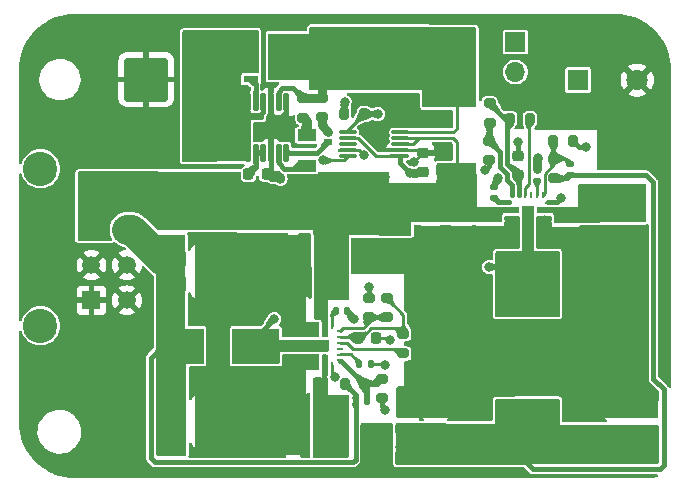
<source format=gbr>
%TF.GenerationSoftware,KiCad,Pcbnew,7.99.0-957-g18dd623122*%
%TF.CreationDate,2023-07-21T22:23:38+08:00*%
%TF.ProjectId,power,706f7765-722e-46b6-9963-61645f706362,V1.1*%
%TF.SameCoordinates,Original*%
%TF.FileFunction,Copper,L1,Top*%
%TF.FilePolarity,Positive*%
%FSLAX46Y46*%
G04 Gerber Fmt 4.6, Leading zero omitted, Abs format (unit mm)*
G04 Created by KiCad (PCBNEW 7.99.0-957-g18dd623122) date 2023-07-21 22:23:38*
%MOMM*%
%LPD*%
G01*
G04 APERTURE LIST*
G04 Aperture macros list*
%AMRoundRect*
0 Rectangle with rounded corners*
0 $1 Rounding radius*
0 $2 $3 $4 $5 $6 $7 $8 $9 X,Y pos of 4 corners*
0 Add a 4 corners polygon primitive as box body*
4,1,4,$2,$3,$4,$5,$6,$7,$8,$9,$2,$3,0*
0 Add four circle primitives for the rounded corners*
1,1,$1+$1,$2,$3*
1,1,$1+$1,$4,$5*
1,1,$1+$1,$6,$7*
1,1,$1+$1,$8,$9*
0 Add four rect primitives between the rounded corners*
20,1,$1+$1,$2,$3,$4,$5,0*
20,1,$1+$1,$4,$5,$6,$7,0*
20,1,$1+$1,$6,$7,$8,$9,0*
20,1,$1+$1,$8,$9,$2,$3,0*%
G04 Aperture macros list end*
%TA.AperFunction,SMDPad,CuDef*%
%ADD10RoundRect,0.225000X-0.225000X-0.250000X0.225000X-0.250000X0.225000X0.250000X-0.225000X0.250000X0*%
%TD*%
%TA.AperFunction,SMDPad,CuDef*%
%ADD11RoundRect,0.028800X0.211200X-0.696200X0.211200X0.696200X-0.211200X0.696200X-0.211200X-0.696200X0*%
%TD*%
%TA.AperFunction,SMDPad,CuDef*%
%ADD12RoundRect,0.250000X-1.425000X0.362500X-1.425000X-0.362500X1.425000X-0.362500X1.425000X0.362500X0*%
%TD*%
%TA.AperFunction,SMDPad,CuDef*%
%ADD13RoundRect,0.250000X0.475000X-0.250000X0.475000X0.250000X-0.475000X0.250000X-0.475000X-0.250000X0*%
%TD*%
%TA.AperFunction,SMDPad,CuDef*%
%ADD14RoundRect,0.225000X-0.250000X0.225000X-0.250000X-0.225000X0.250000X-0.225000X0.250000X0.225000X0*%
%TD*%
%TA.AperFunction,SMDPad,CuDef*%
%ADD15RoundRect,0.200000X-0.200000X-0.275000X0.200000X-0.275000X0.200000X0.275000X-0.200000X0.275000X0*%
%TD*%
%TA.AperFunction,SMDPad,CuDef*%
%ADD16RoundRect,0.200000X0.200000X0.275000X-0.200000X0.275000X-0.200000X-0.275000X0.200000X-0.275000X0*%
%TD*%
%TA.AperFunction,SMDPad,CuDef*%
%ADD17R,1.500000X1.000000*%
%TD*%
%TA.AperFunction,SMDPad,CuDef*%
%ADD18RoundRect,0.250000X0.325000X0.650000X-0.325000X0.650000X-0.325000X-0.650000X0.325000X-0.650000X0*%
%TD*%
%TA.AperFunction,ComponentPad*%
%ADD19RoundRect,0.250002X1.599998X-1.599998X1.599998X1.599998X-1.599998X1.599998X-1.599998X-1.599998X0*%
%TD*%
%TA.AperFunction,ComponentPad*%
%ADD20C,3.700000*%
%TD*%
%TA.AperFunction,SMDPad,CuDef*%
%ADD21RoundRect,0.140000X0.170000X-0.140000X0.170000X0.140000X-0.170000X0.140000X-0.170000X-0.140000X0*%
%TD*%
%TA.AperFunction,SMDPad,CuDef*%
%ADD22RoundRect,0.250000X-0.250000X-0.475000X0.250000X-0.475000X0.250000X0.475000X-0.250000X0.475000X0*%
%TD*%
%TA.AperFunction,SMDPad,CuDef*%
%ADD23RoundRect,0.225000X0.225000X0.250000X-0.225000X0.250000X-0.225000X-0.250000X0.225000X-0.250000X0*%
%TD*%
%TA.AperFunction,SMDPad,CuDef*%
%ADD24RoundRect,0.250000X-0.650000X0.325000X-0.650000X-0.325000X0.650000X-0.325000X0.650000X0.325000X0*%
%TD*%
%TA.AperFunction,SMDPad,CuDef*%
%ADD25R,0.250000X0.600000*%
%TD*%
%TA.AperFunction,SMDPad,CuDef*%
%ADD26R,0.500000X1.250000*%
%TD*%
%TA.AperFunction,SMDPad,CuDef*%
%ADD27R,0.350000X1.250000*%
%TD*%
%TA.AperFunction,SMDPad,CuDef*%
%ADD28R,2.700000X0.400000*%
%TD*%
%TA.AperFunction,SMDPad,CuDef*%
%ADD29R,0.600000X0.250000*%
%TD*%
%TA.AperFunction,SMDPad,CuDef*%
%ADD30RoundRect,0.140000X-0.170000X0.140000X-0.170000X-0.140000X0.170000X-0.140000X0.170000X0.140000X0*%
%TD*%
%TA.AperFunction,SMDPad,CuDef*%
%ADD31RoundRect,0.200000X0.275000X-0.200000X0.275000X0.200000X-0.275000X0.200000X-0.275000X-0.200000X0*%
%TD*%
%TA.AperFunction,ComponentPad*%
%ADD32R,1.520000X1.520000*%
%TD*%
%TA.AperFunction,ComponentPad*%
%ADD33C,1.520000*%
%TD*%
%TA.AperFunction,ComponentPad*%
%ADD34C,2.909999*%
%TD*%
%TA.AperFunction,SMDPad,CuDef*%
%ADD35RoundRect,0.200000X-0.275000X0.200000X-0.275000X-0.200000X0.275000X-0.200000X0.275000X0.200000X0*%
%TD*%
%TA.AperFunction,SMDPad,CuDef*%
%ADD36RoundRect,0.140000X-0.140000X-0.170000X0.140000X-0.170000X0.140000X0.170000X-0.140000X0.170000X0*%
%TD*%
%TA.AperFunction,SMDPad,CuDef*%
%ADD37RoundRect,0.225000X0.250000X-0.225000X0.250000X0.225000X-0.250000X0.225000X-0.250000X-0.225000X0*%
%TD*%
%TA.AperFunction,SMDPad,CuDef*%
%ADD38RoundRect,0.140000X0.140000X0.170000X-0.140000X0.170000X-0.140000X-0.170000X0.140000X-0.170000X0*%
%TD*%
%TA.AperFunction,SMDPad,CuDef*%
%ADD39RoundRect,0.075000X-0.650000X-0.075000X0.650000X-0.075000X0.650000X0.075000X-0.650000X0.075000X0*%
%TD*%
%TA.AperFunction,ComponentPad*%
%ADD40R,1.800000X1.800000*%
%TD*%
%TA.AperFunction,ComponentPad*%
%ADD41C,1.800000*%
%TD*%
%TA.AperFunction,SMDPad,CuDef*%
%ADD42R,0.670000X0.570000*%
%TD*%
%TA.AperFunction,SMDPad,CuDef*%
%ADD43R,1.270000X0.610000*%
%TD*%
%TA.AperFunction,SMDPad,CuDef*%
%ADD44R,3.810000X3.910000*%
%TD*%
%TA.AperFunction,SMDPad,CuDef*%
%ADD45R,1.020000X0.610000*%
%TD*%
%TA.AperFunction,SMDPad,CuDef*%
%ADD46R,1.250000X0.500000*%
%TD*%
%TA.AperFunction,SMDPad,CuDef*%
%ADD47R,1.250000X0.350000*%
%TD*%
%TA.AperFunction,SMDPad,CuDef*%
%ADD48R,0.400000X2.700000*%
%TD*%
%TA.AperFunction,SMDPad,CuDef*%
%ADD49R,5.400000X5.500000*%
%TD*%
%TA.AperFunction,SMDPad,CuDef*%
%ADD50R,4.000000X3.000000*%
%TD*%
%TA.AperFunction,ComponentPad*%
%ADD51R,1.700000X1.700000*%
%TD*%
%TA.AperFunction,ComponentPad*%
%ADD52O,1.700000X1.700000*%
%TD*%
%TA.AperFunction,ViaPad*%
%ADD53C,0.800000*%
%TD*%
%TA.AperFunction,Conductor*%
%ADD54C,0.254000*%
%TD*%
%TA.AperFunction,Conductor*%
%ADD55C,0.406400*%
%TD*%
%TA.AperFunction,Conductor*%
%ADD56C,0.250000*%
%TD*%
%TA.AperFunction,Conductor*%
%ADD57C,0.762000*%
%TD*%
%TA.AperFunction,Conductor*%
%ADD58C,2.540000*%
%TD*%
G04 APERTURE END LIST*
D10*
%TO.P,C24,1*%
%TO.N,/TI Buck Converter 2/V5*%
X158191050Y-107950000D03*
%TO.P,C24,2*%
%TO.N,GND*%
X159741050Y-107950000D03*
%TD*%
D11*
%TO.P,U1,1,VIN*%
%TO.N,/+12V*%
X148852000Y-92303600D03*
%TO.P,U1,2,VCC*%
%TO.N,Net-(U1-UV)*%
X149502000Y-92303600D03*
%TO.P,U1,3,UV*%
X150152000Y-92303600D03*
%TO.P,U1,4,OV*%
%TO.N,GND*%
X150802000Y-92303600D03*
%TO.P,U1,5,STATUS*%
%TO.N,Net-(D1-K)*%
X151452000Y-92303600D03*
%TO.P,U1,6,FAULT*%
%TO.N,Net-(D2-K)*%
X152102000Y-92303600D03*
%TO.P,U1,7,REV*%
%TO.N,GND*%
X152102000Y-87983600D03*
%TO.P,U1,8,OUT*%
%TO.N,/VIN+*%
X151452000Y-87983600D03*
%TO.P,U1,9,GND*%
%TO.N,GND*%
X150802000Y-87983600D03*
%TO.P,U1,10,CPO*%
%TO.N,/+12V*%
X150152000Y-87983600D03*
%TO.P,U1,11,GATE*%
%TO.N,Net-(Q1-G)*%
X149502000Y-87983600D03*
%TO.P,U1,12,SOURCE*%
%TO.N,/+12V*%
X148852000Y-87983600D03*
%TD*%
D12*
%TO.P,R18,1*%
%TO.N,/VIN+*%
X166514000Y-87827500D03*
%TO.P,R18,2*%
%TO.N,/VIN-*%
X166514000Y-93752500D03*
%TD*%
D13*
%TO.P,C14,1*%
%TO.N,/+5V*%
X182488600Y-115971400D03*
%TO.P,C14,2*%
%TO.N,GND*%
X182488600Y-114071400D03*
%TD*%
D14*
%TO.P,C2,1*%
%TO.N,/VIN-*%
X175971200Y-97505600D03*
%TO.P,C2,2*%
%TO.N,GND*%
X175971200Y-99055600D03*
%TD*%
%TO.P,C1,1*%
%TO.N,/VIN-*%
X169164000Y-97441800D03*
%TO.P,C1,2*%
%TO.N,GND*%
X169164000Y-98991800D03*
%TD*%
D15*
%TO.P,R4,1*%
%TO.N,Net-(U2-FB)*%
X174701200Y-91313000D03*
%TO.P,R4,2*%
%TO.N,GND*%
X176351200Y-91313000D03*
%TD*%
D16*
%TO.P,R2,1*%
%TO.N,Net-(U2-PGOOD)*%
X172721800Y-89433400D03*
%TO.P,R2,2*%
%TO.N,/TI Buck Converter 1/V5*%
X171071800Y-89433400D03*
%TD*%
D17*
%TO.P,D1,1,K*%
%TO.N,Net-(D1-K)*%
X153815200Y-93401800D03*
%TO.P,D1,2,A*%
%TO.N,Net-(D1-A)*%
X153815200Y-90801800D03*
%TD*%
D18*
%TO.P,C20,1*%
%TO.N,/VIN-*%
X155635200Y-100685600D03*
%TO.P,C20,2*%
%TO.N,GND*%
X152685200Y-100685600D03*
%TD*%
D19*
%TO.P,J1,1,Pin_1*%
%TO.N,GND*%
X140245200Y-86080600D03*
D20*
%TO.P,J1,2,Pin_2*%
%TO.N,/+12V*%
X145745200Y-86080600D03*
%TD*%
D21*
%TO.P,C9,1*%
%TO.N,Net-(U2-BOOT)*%
X169712400Y-96128800D03*
%TO.P,C9,2*%
%TO.N,Net-(C9-Pad2)*%
X169712400Y-95168800D03*
%TD*%
D22*
%TO.P,C27,1*%
%TO.N,/+3V3*%
X143062700Y-101244400D03*
%TO.P,C27,2*%
%TO.N,GND*%
X144962700Y-101244400D03*
%TD*%
D18*
%TO.P,C19,1*%
%TO.N,/VIN-*%
X155635200Y-103276400D03*
%TO.P,C19,2*%
%TO.N,GND*%
X152685200Y-103276400D03*
%TD*%
D23*
%TO.P,C18,1*%
%TO.N,/VIN-*%
X154818800Y-111810800D03*
%TO.P,C18,2*%
%TO.N,GND*%
X153268800Y-111810800D03*
%TD*%
D24*
%TO.P,C5,1*%
%TO.N,/VIN-*%
X180898800Y-96814400D03*
%TO.P,C5,2*%
%TO.N,GND*%
X180898800Y-99764400D03*
%TD*%
D25*
%TO.P,U3,1,BOOT*%
%TO.N,Net-(U3-BOOT)*%
X155936400Y-106963800D03*
D26*
%TO.P,U3,2,VIN*%
%TO.N,/VIN-*%
X155361400Y-107238800D03*
D27*
%TO.P,U3,3,PGND*%
%TO.N,GND*%
X154711400Y-107238800D03*
%TO.P,U3,4,PGND*%
X154161400Y-107238800D03*
%TO.P,U3,5,PGND*%
X153611400Y-107238800D03*
D28*
%TO.P,U3,6,SW*%
%TO.N,Net-(C25-Pad2)*%
X154361400Y-108313800D03*
%TO.P,U3,7,SW*%
X154361400Y-108913800D03*
D27*
%TO.P,U3,8,PGND*%
%TO.N,GND*%
X153611400Y-109988800D03*
%TO.P,U3,9,PGND*%
X154161400Y-109988800D03*
%TO.P,U3,10,PGND*%
X154711400Y-109988800D03*
D26*
%TO.P,U3,11,VIN*%
%TO.N,/VIN-*%
X155361400Y-109988800D03*
D25*
%TO.P,U3,12,AGND*%
%TO.N,GND*%
X155936400Y-110263800D03*
D29*
%TO.P,U3,13,FB*%
%TO.N,Net-(U3-FB)*%
X156661400Y-109863800D03*
%TO.P,U3,14,SS*%
%TO.N,Net-(U3-SS)*%
X156661400Y-109363800D03*
%TO.P,U3,15,EN*%
%TO.N,unconnected-(U3-EN-Pad15)*%
X156661400Y-108863800D03*
%TO.P,U3,16,PGOOD*%
%TO.N,Net-(U3-PGOOD)*%
X156661400Y-108363800D03*
%TO.P,U3,17,VREG5*%
%TO.N,/TI Buck Converter 2/V5*%
X156661400Y-107863800D03*
%TO.P,U3,18,MODE*%
%TO.N,Net-(U3-MODE)*%
X156661400Y-107363800D03*
%TD*%
D30*
%TO.P,C7,1*%
%TO.N,GND*%
X173329600Y-93697200D03*
%TO.P,C7,2*%
%TO.N,Net-(U2-SS)*%
X173329600Y-94657200D03*
%TD*%
D31*
%TO.P,R9,1*%
%TO.N,Net-(U3-PGOOD)*%
X162026450Y-109277950D03*
%TO.P,R9,2*%
%TO.N,/TI Buck Converter 2/V5*%
X162026450Y-107627950D03*
%TD*%
D18*
%TO.P,C21,1*%
%TO.N,/VIN-*%
X155635200Y-116535200D03*
%TO.P,C21,2*%
%TO.N,GND*%
X152685200Y-116535200D03*
%TD*%
D32*
%TO.P,J3,1,Pin_1*%
%TO.N,GND*%
X135610600Y-104783397D03*
D33*
%TO.P,J3,2,Pin_2*%
X135610600Y-101783398D03*
%TO.P,J3,3,Pin_3*%
%TO.N,/VIN-*%
X135610600Y-98783399D03*
%TO.P,J3,4,Pin_4*%
X135610600Y-95783400D03*
%TO.P,J3,5,Pin_5*%
%TO.N,GND*%
X138610599Y-104783397D03*
%TO.P,J3,6,Pin_6*%
X138610599Y-101783398D03*
%TO.P,J3,7,Pin_7*%
%TO.N,/+3V3*%
X138610599Y-98783399D03*
%TO.P,J3,8,Pin_8*%
%TO.N,/VIN-*%
X138610599Y-95783400D03*
D34*
%TO.P,J3,P1*%
%TO.N,N/C*%
X131290601Y-106933395D03*
%TO.P,J3,P2*%
X131290601Y-93633402D03*
%TD*%
D31*
%TO.P,R5,1*%
%TO.N,/+5V*%
X174792400Y-94449400D03*
%TO.P,R5,2*%
%TO.N,Net-(U2-FB)*%
X174792400Y-92799400D03*
%TD*%
D22*
%TO.P,C30,1*%
%TO.N,/+3V3*%
X143133900Y-116128800D03*
%TO.P,C30,2*%
%TO.N,GND*%
X145033900Y-116128800D03*
%TD*%
D15*
%TO.P,R13,1*%
%TO.N,/+3V3*%
X157023800Y-89001600D03*
%TO.P,R13,2*%
%TO.N,Net-(JP1-A)*%
X158673800Y-89001600D03*
%TD*%
D35*
%TO.P,R1,1*%
%TO.N,Net-(U2-MODE)*%
X169306000Y-91275400D03*
%TO.P,R1,2*%
%TO.N,GND*%
X169306000Y-92925400D03*
%TD*%
D31*
%TO.P,R10,1*%
%TO.N,Net-(U3-MODE)*%
X160604050Y-106216750D03*
%TO.P,R10,2*%
%TO.N,/TI Buck Converter 2/V5*%
X160604050Y-104566750D03*
%TD*%
D36*
%TO.P,C25,1*%
%TO.N,Net-(U3-BOOT)*%
X156292000Y-105664000D03*
%TO.P,C25,2*%
%TO.N,Net-(C25-Pad2)*%
X157252000Y-105664000D03*
%TD*%
D22*
%TO.P,C29,1*%
%TO.N,/+3V3*%
X143133900Y-113931600D03*
%TO.P,C29,2*%
%TO.N,GND*%
X145033900Y-113931600D03*
%TD*%
D37*
%TO.P,C8,1*%
%TO.N,/TI Buck Converter 1/V5*%
X171699450Y-94124400D03*
%TO.P,C8,2*%
%TO.N,GND*%
X171699450Y-92574400D03*
%TD*%
D30*
%TO.P,C10,1*%
%TO.N,Net-(U2-FB)*%
X176138600Y-93220600D03*
%TO.P,C10,2*%
%TO.N,/+5V*%
X176138600Y-94180600D03*
%TD*%
D24*
%TO.P,C4,1*%
%TO.N,/VIN-*%
X164287200Y-96711000D03*
%TO.P,C4,2*%
%TO.N,GND*%
X164287200Y-99661000D03*
%TD*%
D38*
%TO.P,C23,1*%
%TO.N,GND*%
X159255250Y-110129350D03*
%TO.P,C23,2*%
%TO.N,Net-(U3-SS)*%
X158295250Y-110129350D03*
%TD*%
D35*
%TO.P,R6,1*%
%TO.N,/VIN+*%
X153545800Y-87655400D03*
%TO.P,R6,2*%
%TO.N,Net-(D1-A)*%
X153545800Y-89305400D03*
%TD*%
D24*
%TO.P,C6,1*%
%TO.N,/VIN-*%
X178206400Y-96814400D03*
%TO.P,C6,2*%
%TO.N,GND*%
X178206400Y-99764400D03*
%TD*%
D13*
%TO.P,C12,1*%
%TO.N,/+5V*%
X164708600Y-115895200D03*
%TO.P,C12,2*%
%TO.N,GND*%
X164708600Y-113995200D03*
%TD*%
D39*
%TO.P,U4,1,A1*%
%TO.N,Net-(JP1-A)*%
X157354400Y-90555600D03*
%TO.P,U4,2,A0*%
%TO.N,/+3V3*%
X157354400Y-91055600D03*
%TO.P,U4,3,~{Alert}*%
%TO.N,unconnected-(U4-~{Alert}-Pad3)*%
X157354400Y-91555600D03*
%TO.P,U4,4,SDA*%
%TO.N,/SDA*%
X157354400Y-92055600D03*
%TO.P,U4,5,SCL*%
%TO.N,/SCL*%
X157354400Y-92555600D03*
%TO.P,U4,6,VS*%
%TO.N,/+3V3*%
X161754400Y-92555600D03*
%TO.P,U4,7,GND*%
%TO.N,GND*%
X161754400Y-92055600D03*
%TO.P,U4,8,Vbus*%
%TO.N,/VIN-*%
X161754400Y-91555600D03*
%TO.P,U4,9,Vin-*%
X161754400Y-91055600D03*
%TO.P,U4,10,Vin+*%
%TO.N,/VIN+*%
X161754400Y-90555600D03*
%TD*%
D40*
%TO.P,J4,1,Pin_1*%
%TO.N,/+5V*%
X176809400Y-86131400D03*
D41*
%TO.P,J4,2,Pin_2*%
%TO.N,GND*%
X181809400Y-86131400D03*
%TD*%
D38*
%TO.P,C26,1*%
%TO.N,Net-(U3-FB)*%
X158930100Y-113284000D03*
%TO.P,C26,2*%
%TO.N,/+3V3*%
X157970100Y-113284000D03*
%TD*%
D35*
%TO.P,R11,1*%
%TO.N,Net-(U3-FB)*%
X160172250Y-111425750D03*
%TO.P,R11,2*%
%TO.N,GND*%
X160172250Y-113075750D03*
%TD*%
D13*
%TO.P,C13,1*%
%TO.N,/+5V*%
X180202600Y-115971400D03*
%TO.P,C13,2*%
%TO.N,GND*%
X180202600Y-114071400D03*
%TD*%
D18*
%TO.P,C22,1*%
%TO.N,/VIN-*%
X155635200Y-113944400D03*
%TO.P,C22,2*%
%TO.N,GND*%
X152685200Y-113944400D03*
%TD*%
D22*
%TO.P,C28,1*%
%TO.N,/+3V3*%
X143062700Y-103428800D03*
%TO.P,C28,2*%
%TO.N,GND*%
X144962700Y-103428800D03*
%TD*%
D37*
%TO.P,C33,1*%
%TO.N,/+3V3*%
X163680400Y-93889400D03*
%TO.P,C33,2*%
%TO.N,GND*%
X163680400Y-92339400D03*
%TD*%
D24*
%TO.P,C3,1*%
%TO.N,/VIN-*%
X166928800Y-96711000D03*
%TO.P,C3,2*%
%TO.N,GND*%
X166928800Y-99661000D03*
%TD*%
D31*
%TO.P,R3,1*%
%TO.N,Net-(U2-MODE)*%
X169316400Y-89737200D03*
%TO.P,R3,2*%
%TO.N,/TI Buck Converter 1/V5*%
X169316400Y-88087200D03*
%TD*%
D42*
%TO.P,D2,1,K*%
%TO.N,Net-(D2-K)*%
X155628600Y-91361000D03*
%TO.P,D2,2,A*%
%TO.N,Net-(D2-A)*%
X155628600Y-90501000D03*
%TD*%
D43*
%TO.P,Q1,1,S*%
%TO.N,/+12V*%
X149098000Y-82245200D03*
%TO.P,Q1,2,S*%
X149098000Y-83515200D03*
%TO.P,Q1,3,S*%
X149098000Y-84785200D03*
%TO.P,Q1,4,G*%
%TO.N,Net-(Q1-G)*%
X149098000Y-86055200D03*
D44*
%TO.P,Q1,5,D*%
%TO.N,/VIN+*%
X152458000Y-84150200D03*
D45*
X154563000Y-82245200D03*
X154563000Y-83515200D03*
X154563000Y-84785200D03*
X154563000Y-86055200D03*
%TD*%
D29*
%TO.P,U2,1,BOOT*%
%TO.N,Net-(U2-BOOT)*%
X170921600Y-96554200D03*
D46*
%TO.P,U2,2,VIN*%
%TO.N,/VIN-*%
X171196600Y-97129200D03*
D47*
%TO.P,U2,3,PGND*%
%TO.N,GND*%
X171196600Y-97779200D03*
%TO.P,U2,4,PGND*%
X171196600Y-98329200D03*
%TO.P,U2,5,PGND*%
X171196600Y-98879200D03*
D48*
%TO.P,U2,6,SW*%
%TO.N,Net-(C9-Pad2)*%
X172271600Y-98129200D03*
%TO.P,U2,7,SW*%
X172871600Y-98129200D03*
D47*
%TO.P,U2,8,PGND*%
%TO.N,GND*%
X173946600Y-98879200D03*
%TO.P,U2,9,PGND*%
X173946600Y-98329200D03*
%TO.P,U2,10,PGND*%
X173946600Y-97779200D03*
D46*
%TO.P,U2,11,VIN*%
%TO.N,/VIN-*%
X173946600Y-97129200D03*
D29*
%TO.P,U2,12,AGND*%
%TO.N,GND*%
X174221600Y-96554200D03*
D25*
%TO.P,U2,13,FB*%
%TO.N,Net-(U2-FB)*%
X173821600Y-95829200D03*
%TO.P,U2,14,SS*%
%TO.N,Net-(U2-SS)*%
X173321600Y-95829200D03*
%TO.P,U2,15,EN*%
%TO.N,unconnected-(U2-EN-Pad15)*%
X172821600Y-95829200D03*
%TO.P,U2,16,PGOOD*%
%TO.N,Net-(U2-PGOOD)*%
X172321600Y-95829200D03*
%TO.P,U2,17,VREG5*%
%TO.N,/TI Buck Converter 1/V5*%
X171821600Y-95829200D03*
%TO.P,U2,18,MODE*%
%TO.N,Net-(U2-MODE)*%
X171321600Y-95829200D03*
%TD*%
D23*
%TO.P,C17,1*%
%TO.N,/VIN-*%
X154882600Y-105410000D03*
%TO.P,C17,2*%
%TO.N,GND*%
X153332600Y-105410000D03*
%TD*%
D13*
%TO.P,C11,1*%
%TO.N,/+5V*%
X162371800Y-115895200D03*
%TO.P,C11,2*%
%TO.N,GND*%
X162371800Y-113995200D03*
%TD*%
D35*
%TO.P,R7,1*%
%TO.N,/VIN+*%
X155095200Y-87642200D03*
%TO.P,R7,2*%
%TO.N,Net-(D2-A)*%
X155095200Y-89292200D03*
%TD*%
D15*
%TO.P,R12,1*%
%TO.N,/+3V3*%
X157041800Y-111836200D03*
%TO.P,R12,2*%
%TO.N,Net-(U3-FB)*%
X158691800Y-111836200D03*
%TD*%
D49*
%TO.P,L1,1,1*%
%TO.N,Net-(C9-Pad2)*%
X172531800Y-103396800D03*
%TO.P,L1,2,2*%
%TO.N,/+5V*%
X172531800Y-115896800D03*
%TD*%
D50*
%TO.P,L2,1,1*%
%TO.N,Net-(C25-Pad2)*%
X149534300Y-108661200D03*
%TO.P,L2,2,2*%
%TO.N,/+3V3*%
X143134300Y-108661200D03*
%TD*%
D31*
%TO.P,R8,1*%
%TO.N,Net-(U3-MODE)*%
X159080050Y-106229950D03*
%TO.P,R8,2*%
%TO.N,GND*%
X159080050Y-104579950D03*
%TD*%
D51*
%TO.P,J2,1,Pin_1*%
%TO.N,/SCL*%
X171500800Y-82905600D03*
D52*
%TO.P,J2,2,Pin_2*%
%TO.N,/SDA*%
X171500800Y-85445600D03*
%TD*%
D10*
%TO.P,C15,1*%
%TO.N,Net-(U1-UV)*%
X148902800Y-94105000D03*
%TO.P,C15,2*%
%TO.N,GND*%
X150452800Y-94105000D03*
%TD*%
D53*
%TO.N,/VIN-*%
X155727400Y-96139000D03*
X159435800Y-97028000D03*
X156951500Y-116789200D03*
X166004000Y-95224600D03*
X160401000Y-95224600D03*
X154787600Y-97028000D03*
X157632400Y-98831400D03*
X158496000Y-98831400D03*
X157632400Y-96139000D03*
X155727400Y-97028000D03*
X158496000Y-97028000D03*
X160401000Y-97028000D03*
X156926100Y-114096800D03*
X156692600Y-97942400D03*
X162255200Y-95224600D03*
X154787600Y-98831400D03*
X154787600Y-97942400D03*
X157632400Y-97942400D03*
X161340800Y-98831400D03*
X160401000Y-96139000D03*
X155727400Y-98831400D03*
X157632400Y-97028000D03*
X159435800Y-97942400D03*
X156692600Y-96139000D03*
X158496000Y-96139000D03*
X162255200Y-97942400D03*
X158496000Y-97942400D03*
X156951500Y-117703600D03*
X154787600Y-96139000D03*
X164160200Y-95224600D03*
X154787600Y-95224600D03*
X156692600Y-95224600D03*
X156926100Y-114960400D03*
X160426400Y-94310200D03*
X162255200Y-98831400D03*
X159435800Y-96139000D03*
X158496000Y-95224600D03*
X159435800Y-95224600D03*
X162255200Y-97028000D03*
X157632400Y-95224600D03*
X161340800Y-96139000D03*
X179059600Y-95351600D03*
X157657800Y-94310200D03*
X160401000Y-98831400D03*
X166893000Y-95224600D03*
X162255200Y-96139000D03*
X161340800Y-97942400D03*
X180888400Y-95377000D03*
X165115000Y-95224600D03*
X160401000Y-97942400D03*
X181752000Y-95377000D03*
X178196000Y-95351600D03*
X177281600Y-95326200D03*
X158521400Y-94310200D03*
X179974000Y-95351600D03*
X156951500Y-115874800D03*
X159435800Y-98831400D03*
X156718000Y-94310200D03*
X161340800Y-95224600D03*
X156692600Y-97028000D03*
X155727400Y-95224600D03*
X167782000Y-95224600D03*
X156927000Y-113182400D03*
X156692600Y-98831400D03*
X161340800Y-97028000D03*
X159461200Y-94310200D03*
X163245800Y-95224600D03*
X155727400Y-97942400D03*
%TO.N,GND*%
X151339000Y-99644200D03*
X181802800Y-101168200D03*
X146181900Y-99644200D03*
X180939200Y-101168200D03*
X162778200Y-112649000D03*
X151339000Y-103251000D03*
X164327600Y-101066600D03*
X146359700Y-116916200D03*
X152075600Y-111760000D03*
X173395400Y-92684600D03*
X180024800Y-101168200D03*
X160883450Y-108122750D03*
X183159400Y-112725200D03*
X163692600Y-112649000D03*
X151339000Y-114681000D03*
X169392600Y-100177600D03*
X151339000Y-100558600D03*
X177495200Y-91821000D03*
X162788600Y-89230200D03*
X167883600Y-101066600D03*
X146359700Y-113309400D03*
X167020000Y-101066600D03*
X171689050Y-91363800D03*
X152202600Y-105384600D03*
X179552600Y-112725200D03*
X151612600Y-94488000D03*
X166105600Y-101066600D03*
X160502600Y-114020600D03*
X182245000Y-112725200D03*
X146181900Y-103251000D03*
X177332400Y-101168200D03*
X176062400Y-100228400D03*
X151339000Y-113817400D03*
X151339000Y-115595400D03*
X151339000Y-102336600D03*
X151339000Y-101422200D03*
X146359700Y-115087400D03*
X168910000Y-93776800D03*
X175376600Y-96139000D03*
X151339000Y-104114600D03*
X159105450Y-103677750D03*
X151339000Y-112928400D03*
X150799800Y-89281000D03*
X179110400Y-101168200D03*
X151339000Y-117373400D03*
X160502600Y-110286800D03*
X178246800Y-101168200D03*
X146359700Y-114223800D03*
X151339000Y-116509800D03*
X165470600Y-112649000D03*
X161914600Y-112649000D03*
X146359700Y-116001800D03*
X163413200Y-101066600D03*
X146181900Y-102336600D03*
X156189500Y-111226600D03*
X180441600Y-112725200D03*
X181330600Y-112725200D03*
X165191200Y-101066600D03*
X164607000Y-112649000D03*
X162918400Y-93050600D03*
X146181900Y-101422200D03*
X146181900Y-100558600D03*
X146181900Y-104114600D03*
%TO.N,Net-(C9-Pad2)*%
X170068000Y-94411800D03*
X169291000Y-101955600D03*
%TO.N,/+5V*%
X183184800Y-117246400D03*
X163489400Y-117221000D03*
X162625800Y-117221000D03*
X164327600Y-117221000D03*
X181457600Y-117246400D03*
X166054800Y-117221000D03*
X179755800Y-117246400D03*
X161747200Y-117221000D03*
X182321200Y-117246400D03*
X180619400Y-117246400D03*
X165191200Y-117221000D03*
X178892200Y-117246400D03*
%TO.N,Net-(C25-Pad2)*%
X151085600Y-106354200D03*
X157815100Y-106375200D03*
%TO.N,/+3V3*%
X162610800Y-94030800D03*
X157036000Y-87970600D03*
X141763800Y-104190800D03*
X141762300Y-99741400D03*
X141838500Y-116560600D03*
X141838500Y-115620800D03*
X141762300Y-101494000D03*
X141757400Y-102387400D03*
X141838500Y-114757200D03*
X141762300Y-100630400D03*
X141840000Y-117454000D03*
X141838500Y-113893600D03*
X141762300Y-103297400D03*
X141838500Y-113004600D03*
%TO.N,/SDA*%
X158673800Y-92506800D03*
%TO.N,/SCL*%
X155218400Y-92913200D03*
%TO.N,Net-(JP1-A)*%
X159880800Y-89001600D03*
%TO.N,/VIN+*%
X166852600Y-85648800D03*
X161315400Y-82042000D03*
X157581600Y-85623400D03*
X165938200Y-82042000D03*
X167767000Y-86537800D03*
X163169600Y-82042000D03*
X164084000Y-83845400D03*
X162255200Y-82931000D03*
X165938200Y-83845400D03*
X159435800Y-82905600D03*
X158521400Y-84709000D03*
X157581600Y-84709000D03*
X161315400Y-84734400D03*
X156718000Y-85623400D03*
X162255200Y-83845400D03*
X161315400Y-83845400D03*
X156718000Y-82905600D03*
X158521400Y-82905600D03*
X155778200Y-82016600D03*
X161315400Y-82931000D03*
X162255200Y-84734400D03*
X160350200Y-82016600D03*
X166852600Y-84734400D03*
X158521400Y-85623400D03*
X166852600Y-83845400D03*
X160350200Y-82905600D03*
X167767000Y-84734400D03*
X164084000Y-86537800D03*
X164084000Y-85648800D03*
X166852600Y-82042000D03*
X164084000Y-87452200D03*
X155778200Y-85623400D03*
X165938200Y-86537800D03*
X166852600Y-82931000D03*
X155778200Y-84709000D03*
X159435800Y-82016600D03*
X155778200Y-83820000D03*
X157581600Y-82016600D03*
X160350200Y-83820000D03*
X166852600Y-86537800D03*
X161315400Y-85648800D03*
X155778200Y-82905600D03*
X167767000Y-83845400D03*
X162255200Y-82042000D03*
X164998400Y-84734400D03*
X158521400Y-83820000D03*
X163169600Y-83845400D03*
X157581600Y-82905600D03*
X156718000Y-84709000D03*
X163169600Y-84734400D03*
X164998400Y-85648800D03*
X164998400Y-83845400D03*
X164084000Y-82931000D03*
X165938200Y-84734400D03*
X160350200Y-85623400D03*
X159435800Y-83820000D03*
X159435800Y-84709000D03*
X165938200Y-85648800D03*
X165938200Y-82931000D03*
X164998400Y-82931000D03*
X156718000Y-83820000D03*
X167767000Y-82042000D03*
X164998400Y-82042000D03*
X158521400Y-82016600D03*
X164084000Y-84734400D03*
X156718000Y-82016600D03*
X163169600Y-85648800D03*
X163169600Y-82931000D03*
X159435800Y-85623400D03*
X167767000Y-85648800D03*
X167767000Y-82931000D03*
X164998400Y-86537800D03*
X160350200Y-84709000D03*
X162255200Y-85648800D03*
X157581600Y-83820000D03*
X164084000Y-82042000D03*
%TD*%
D54*
%TO.N,/VIN-*%
X166525200Y-91348800D02*
X166525200Y-93741300D01*
X162799400Y-91555600D02*
X163299400Y-91055600D01*
X161754400Y-91055600D02*
X163299400Y-91055600D01*
X163299400Y-91055600D02*
X166232000Y-91055600D01*
X166232000Y-91055600D02*
X166525200Y-91348800D01*
X161754400Y-91555600D02*
X162799400Y-91555600D01*
D55*
%TO.N,GND*%
X153332600Y-105410000D02*
X152228000Y-105410000D01*
X151672233Y-89281000D02*
X150799800Y-89281000D01*
X152228000Y-105410000D02*
X152202600Y-105384600D01*
X175376600Y-96139000D02*
X175039100Y-96476500D01*
X175971200Y-100137200D02*
X176062400Y-100228400D01*
X175039100Y-96476500D02*
X174221600Y-96476500D01*
D56*
X153611400Y-109988800D02*
X154711400Y-109988800D01*
D57*
X173329600Y-92750400D02*
X173395400Y-92684600D01*
D54*
X163680400Y-92339400D02*
X163629600Y-92339400D01*
D55*
X176859200Y-91821000D02*
X176351200Y-91313000D01*
D54*
X161754400Y-92055600D02*
X163507000Y-92055600D01*
X163629600Y-92339400D02*
X162918400Y-93050600D01*
D55*
X171699450Y-92574400D02*
X171699450Y-91374200D01*
X152102000Y-87983600D02*
X152102000Y-88851233D01*
X160172250Y-113075750D02*
X160172250Y-113690250D01*
X173946600Y-98879200D02*
X173946600Y-97781900D01*
X150802000Y-87983600D02*
X150802000Y-89278800D01*
X152102000Y-88851233D02*
X151672233Y-89281000D01*
D56*
X159255250Y-110129350D02*
X160345150Y-110129350D01*
X160345150Y-110129350D02*
X160502600Y-110286800D01*
D55*
X169392600Y-99220400D02*
X169164000Y-98991800D01*
X175971200Y-99055600D02*
X175971200Y-100137200D01*
X177495200Y-91821000D02*
X176859200Y-91821000D01*
X160172250Y-113690250D02*
X160502600Y-114020600D01*
X171196600Y-98879200D02*
X171196600Y-97781900D01*
D56*
X153611400Y-107238800D02*
X154711400Y-107238800D01*
D55*
X150802000Y-92303600D02*
X150802000Y-93755800D01*
X171699450Y-91374200D02*
X171689050Y-91363800D01*
D57*
X173329600Y-93697200D02*
X173329600Y-92750400D01*
D55*
X153268800Y-111810800D02*
X152126400Y-111810800D01*
X150835800Y-94488000D02*
X150452800Y-94105000D01*
X152126400Y-111810800D02*
X152075600Y-111760000D01*
D54*
X160710700Y-107950000D02*
X160883450Y-108122750D01*
D55*
X150802000Y-89278800D02*
X150799800Y-89281000D01*
X169392600Y-100177600D02*
X169392600Y-99220400D01*
X150802000Y-93755800D02*
X150452800Y-94105000D01*
X159080050Y-104579950D02*
X159080050Y-103703150D01*
X169306000Y-93380800D02*
X168910000Y-93776800D01*
X169306000Y-92925400D02*
X169306000Y-93380800D01*
D54*
X156189500Y-111226600D02*
X155937900Y-110975000D01*
X159741050Y-107950000D02*
X160710700Y-107950000D01*
D55*
X151612600Y-94488000D02*
X150835800Y-94488000D01*
D54*
X155937900Y-110975000D02*
X155937900Y-110263800D01*
D55*
X159080050Y-103703150D02*
X159105450Y-103677750D01*
D54*
%TO.N,Net-(U2-SS)*%
X173321600Y-95829200D02*
X173321600Y-94665200D01*
X173321600Y-94665200D02*
X173329600Y-94657200D01*
D55*
%TO.N,/TI Buck Converter 1/V5*%
X171793900Y-95250000D02*
X171793900Y-95126500D01*
X170662600Y-89433400D02*
X169316400Y-88087200D01*
X170821750Y-93246700D02*
X170821750Y-89683450D01*
X171793900Y-95250000D02*
X171793900Y-95829200D01*
X171071800Y-89433400D02*
X170662600Y-89433400D01*
X171699450Y-94124400D02*
X171636950Y-94186900D01*
X170821750Y-89683450D02*
X171071800Y-89433400D01*
X171793900Y-94186900D02*
X171793900Y-95250000D01*
X171699450Y-94124400D02*
X170821750Y-93246700D01*
%TO.N,Net-(U2-BOOT)*%
X170060100Y-96476500D02*
X170921600Y-96476500D01*
X169712400Y-96128800D02*
X170060100Y-96476500D01*
%TO.N,Net-(C9-Pad2)*%
X169712400Y-94767400D02*
X170068000Y-94411800D01*
X169291000Y-101955600D02*
X171090600Y-101955600D01*
X172531800Y-103396800D02*
X170569400Y-103396800D01*
X171090600Y-101955600D02*
X172531800Y-103396800D01*
X169712400Y-95168800D02*
X169712400Y-94767400D01*
D54*
%TO.N,Net-(U2-FB)*%
X173966100Y-94044300D02*
X174792400Y-93218000D01*
X174701200Y-91313000D02*
X174701200Y-92708200D01*
X173821600Y-95829200D02*
X173873000Y-95829200D01*
X173821600Y-95829200D02*
X173966100Y-95684700D01*
X173966100Y-95684700D02*
X173966100Y-94044300D01*
X174701200Y-92708200D02*
X174792400Y-92799400D01*
X175717400Y-92799400D02*
X176138600Y-93220600D01*
X174792400Y-93218000D02*
X174792400Y-92799400D01*
X174792400Y-92799400D02*
X175717400Y-92799400D01*
D55*
%TO.N,/+5V*%
X172531800Y-115896800D02*
X172531800Y-118633000D01*
X183184800Y-94792800D02*
X182572600Y-94180600D01*
X172974000Y-119075200D02*
X183718200Y-119075200D01*
X184099200Y-112318800D02*
X183184800Y-111404400D01*
X184099200Y-118694200D02*
X184099200Y-112318800D01*
X175869800Y-94449400D02*
X176138600Y-94180600D01*
X182572600Y-94180600D02*
X176138600Y-94180600D01*
X183184800Y-111404400D02*
X183184800Y-94792800D01*
X172531800Y-118633000D02*
X172974000Y-119075200D01*
X174792400Y-94449400D02*
X175869800Y-94449400D01*
X183718200Y-119075200D02*
X184099200Y-118694200D01*
%TO.N,Net-(U1-UV)*%
X149502000Y-93505800D02*
X149502000Y-92303600D01*
X148902800Y-94105000D02*
X149502000Y-93505800D01*
X150152000Y-92303600D02*
X149502000Y-92303600D01*
D54*
%TO.N,Net-(U3-SS)*%
X158295250Y-110049650D02*
X157607400Y-109361800D01*
X158295250Y-110129350D02*
X158295250Y-110049650D01*
X157607400Y-109361800D02*
X156661400Y-109361800D01*
%TO.N,/TI Buck Converter 2/V5*%
X158191050Y-107950000D02*
X158486111Y-107950000D01*
X162026450Y-105989150D02*
X160604050Y-104566750D01*
X162026450Y-107627950D02*
X162026450Y-105989150D01*
X159287611Y-107148500D02*
X161547000Y-107148500D01*
X157927050Y-107863800D02*
X158013250Y-107950000D01*
X161547000Y-107148500D02*
X162026450Y-107627950D01*
X156661400Y-107863800D02*
X157927050Y-107863800D01*
X158486111Y-107950000D02*
X159287611Y-107148500D01*
%TO.N,Net-(U3-BOOT)*%
X156292000Y-105664000D02*
X155937900Y-106018100D01*
X155937900Y-106018100D02*
X155937900Y-106963800D01*
D55*
%TO.N,Net-(C25-Pad2)*%
X149534300Y-108661200D02*
X149534300Y-107905500D01*
X149534300Y-107905500D02*
X151085600Y-106354200D01*
X157815100Y-106375200D02*
X157815100Y-106227100D01*
X157815100Y-106227100D02*
X157252000Y-105664000D01*
%TO.N,Net-(U3-FB)*%
X159761800Y-111836200D02*
X160172250Y-111425750D01*
X158930100Y-113284000D02*
X158930100Y-112074500D01*
X158691800Y-111836200D02*
X159761800Y-111836200D01*
X156747100Y-109891500D02*
X156661400Y-109891500D01*
X158691800Y-111836200D02*
X156747100Y-109891500D01*
X158930100Y-112074500D02*
X158691800Y-111836200D01*
%TO.N,/+3V3*%
X141508300Y-108661200D02*
X143134300Y-108661200D01*
X140644700Y-118160800D02*
X140644700Y-109626400D01*
D58*
X139051699Y-98783399D02*
X141762300Y-101494000D01*
D55*
X162610800Y-94030800D02*
X161754400Y-93174400D01*
X157023800Y-87982800D02*
X157036000Y-87970600D01*
X157970100Y-112764500D02*
X157970100Y-113284000D01*
D58*
X138610599Y-98783399D02*
X139051699Y-98783399D01*
D55*
X157023800Y-89001600D02*
X157023800Y-87982800D01*
X163539000Y-94030800D02*
X163680400Y-93889400D01*
X162610800Y-94030800D02*
X163539000Y-94030800D01*
D54*
X158194206Y-91055600D02*
X157354400Y-91055600D01*
D55*
X141609900Y-108661200D02*
X143134300Y-108661200D01*
X157970100Y-113284000D02*
X157970100Y-118310600D01*
D54*
X161754400Y-92555600D02*
X159694207Y-92555600D01*
D55*
X140990200Y-118506300D02*
X140644700Y-118160800D01*
X157774400Y-118506300D02*
X140990200Y-118506300D01*
X140644700Y-109626400D02*
X141609900Y-108661200D01*
D54*
X158295703Y-91157097D02*
X158194206Y-91055600D01*
D55*
X157970100Y-118310600D02*
X157774400Y-118506300D01*
X157041800Y-111836200D02*
X157970100Y-112764500D01*
X142169100Y-109626400D02*
X143134300Y-108661200D01*
D54*
X159694207Y-92555600D02*
X158295703Y-91157097D01*
D55*
X161754400Y-93174400D02*
X161754400Y-92608300D01*
D54*
X158295703Y-91157097D02*
X158194207Y-91055600D01*
D55*
%TO.N,Net-(D1-K)*%
X151452000Y-92303600D02*
X151452000Y-93171233D01*
X151940667Y-93659900D02*
X153557100Y-93659900D01*
X151452000Y-93171233D02*
X151940667Y-93659900D01*
X153557100Y-93659900D02*
X153815200Y-93401800D01*
D57*
%TO.N,Net-(D1-A)*%
X153815200Y-89574800D02*
X153545800Y-89305400D01*
X153815200Y-90801800D02*
X153815200Y-89574800D01*
D55*
%TO.N,Net-(D2-K)*%
X155628600Y-91361000D02*
X154686000Y-92303600D01*
X154686000Y-92303600D02*
X152102000Y-92303600D01*
X152102000Y-92303600D02*
X152102000Y-91922600D01*
D57*
%TO.N,Net-(D2-A)*%
X155623100Y-90495500D02*
X155628600Y-90495500D01*
X155095200Y-89967600D02*
X155623100Y-90495500D01*
X155095200Y-89292200D02*
X155095200Y-89967600D01*
D55*
%TO.N,Net-(Q1-G)*%
X149502000Y-87983600D02*
X149502000Y-86459200D01*
X149502000Y-86459200D02*
X149098000Y-86055200D01*
%TO.N,Net-(U2-MODE)*%
X170215850Y-92185250D02*
X169306000Y-91275400D01*
X170821750Y-94103572D02*
X170821750Y-94609402D01*
X171188000Y-94975652D02*
X171188000Y-95829200D01*
X170821750Y-94609402D02*
X171188000Y-94975652D01*
X170215850Y-93497672D02*
X170821750Y-94103572D01*
X170215850Y-93497672D02*
X170215850Y-92185250D01*
X169316400Y-89737200D02*
X169316400Y-91265000D01*
D54*
%TO.N,Net-(U2-PGOOD)*%
X172323600Y-95249200D02*
X172323600Y-95829200D01*
X172622100Y-89533100D02*
X172622100Y-94950700D01*
X172622100Y-94950700D02*
X172323600Y-95249200D01*
X172721800Y-89433400D02*
X172622100Y-89533100D01*
%TO.N,Net-(U3-MODE)*%
X156661400Y-107363800D02*
X156876700Y-107148500D01*
X159080050Y-106654204D02*
X159080050Y-106229950D01*
X160604050Y-106216750D02*
X159093250Y-106216750D01*
X159080050Y-106654204D02*
X158585754Y-107148500D01*
X159093250Y-106216750D02*
X159080050Y-106229950D01*
X156876700Y-107148500D02*
X158585754Y-107148500D01*
%TO.N,Net-(U3-PGOOD)*%
X157734950Y-108859350D02*
X157239400Y-108363800D01*
X157783900Y-108908300D02*
X157531200Y-108655600D01*
X157239400Y-108363800D02*
X156661400Y-108363800D01*
X161656800Y-108908300D02*
X157783900Y-108908300D01*
X162026450Y-109277950D02*
X161656800Y-108908300D01*
%TO.N,/SDA*%
X158222600Y-92055600D02*
X157354400Y-92055600D01*
X158673800Y-92506800D02*
X158222600Y-92055600D01*
%TO.N,/SCL*%
X157354400Y-92555600D02*
X156996800Y-92913200D01*
X156996800Y-92913200D02*
X155219400Y-92913200D01*
D55*
%TO.N,Net-(JP1-A)*%
X159880800Y-89001600D02*
X158673800Y-89001600D01*
D54*
X157354400Y-90321000D02*
X158673800Y-89001600D01*
X157354400Y-90555600D02*
X157354400Y-90321000D01*
D57*
%TO.N,/VIN+*%
X155095200Y-86587400D02*
X154563000Y-86055200D01*
D55*
X151452000Y-87115967D02*
X151750767Y-86817200D01*
D54*
X161754400Y-90555600D02*
X166226200Y-90555600D01*
D57*
X155082000Y-87655400D02*
X155095200Y-87642200D01*
X153545800Y-87655400D02*
X155082000Y-87655400D01*
D55*
X152707600Y-86817200D02*
X153545800Y-87655400D01*
D57*
X155095200Y-87642200D02*
X155095200Y-86587400D01*
D55*
X151750767Y-86817200D02*
X152707600Y-86817200D01*
D54*
X166226200Y-90555600D02*
X166525200Y-90256600D01*
X166525200Y-90256600D02*
X166525200Y-87838700D01*
D55*
X151452000Y-87983600D02*
X151452000Y-87115967D01*
%TD*%
%TA.AperFunction,Conductor*%
%TO.N,/SCL*%
G36*
X157359522Y-92565728D02*
G01*
X157359552Y-92565800D01*
X157413349Y-92697791D01*
X157413298Y-92706746D01*
X157410131Y-92711088D01*
X157196363Y-92894412D01*
X157187852Y-92897197D01*
X157180473Y-92893804D01*
X157004637Y-92717968D01*
X157001210Y-92709695D01*
X157004637Y-92701422D01*
X157008419Y-92698891D01*
X157344229Y-92559410D01*
X157353184Y-92559402D01*
X157359522Y-92565728D01*
G37*
%TD.AperFunction*%
%TD*%
%TA.AperFunction,Conductor*%
%TO.N,Net-(C25-Pad2)*%
G36*
X157490043Y-105612950D02*
G01*
X157839378Y-105888445D01*
X158087632Y-106084225D01*
X158092006Y-106092039D01*
X158089574Y-106100657D01*
X158088681Y-106101664D01*
X157817469Y-106374235D01*
X157813627Y-106376803D01*
X157456515Y-106523759D01*
X157447561Y-106523738D01*
X157441243Y-106517391D01*
X157441184Y-106517244D01*
X157197338Y-105901023D01*
X157197480Y-105892069D01*
X157199941Y-105888448D01*
X157474526Y-105613863D01*
X157482798Y-105610437D01*
X157490043Y-105612950D01*
G37*
%TD.AperFunction*%
%TD*%
%TA.AperFunction,Conductor*%
%TO.N,Net-(U1-UV)*%
G36*
X149747832Y-92064494D02*
G01*
X149972074Y-92098878D01*
X149979731Y-92103518D01*
X149982000Y-92110442D01*
X149982000Y-92496757D01*
X149978573Y-92505030D01*
X149972073Y-92508322D01*
X149747841Y-92542704D01*
X149739144Y-92540570D01*
X149737812Y-92539429D01*
X149643728Y-92445736D01*
X149509323Y-92311889D01*
X149505880Y-92303624D01*
X149509290Y-92295344D01*
X149737813Y-92067769D01*
X149746092Y-92064360D01*
X149747832Y-92064494D01*
G37*
%TD.AperFunction*%
%TD*%
%TA.AperFunction,Conductor*%
%TO.N,/VIN+*%
G36*
X162618891Y-90427525D02*
G01*
X162626772Y-90431775D01*
X162629400Y-90439164D01*
X162629400Y-90672035D01*
X162625973Y-90680308D01*
X162618890Y-90683674D01*
X162543805Y-90691349D01*
X162409578Y-90705070D01*
X162408996Y-90705100D01*
X162403559Y-90705100D01*
X162400932Y-90704801D01*
X162294633Y-90680308D01*
X161802879Y-90567000D01*
X161795588Y-90561804D01*
X161794106Y-90552973D01*
X161799303Y-90545681D01*
X161802880Y-90544199D01*
X162402512Y-90406034D01*
X162406327Y-90405797D01*
X162618891Y-90427525D01*
G37*
%TD.AperFunction*%
%TD*%
%TA.AperFunction,Conductor*%
%TO.N,Net-(D2-K)*%
G36*
X155300997Y-91294432D02*
G01*
X155623165Y-91359060D01*
X155630602Y-91364047D01*
X155631686Y-91366086D01*
X155743209Y-91637621D01*
X155743182Y-91646576D01*
X155739400Y-91651430D01*
X155293875Y-91985129D01*
X155285199Y-91987346D01*
X155278588Y-91984038D01*
X155005419Y-91710869D01*
X155001992Y-91702596D01*
X155004190Y-91695769D01*
X155036046Y-91651430D01*
X155289198Y-91299075D01*
X155296806Y-91294358D01*
X155300997Y-91294432D01*
G37*
%TD.AperFunction*%
%TD*%
%TA.AperFunction,Conductor*%
%TO.N,/VIN-*%
G36*
X162645332Y-99237750D02*
G01*
X162643138Y-99244653D01*
X162589331Y-99289224D01*
X162539742Y-99299312D01*
X157378400Y-99274498D01*
X157403221Y-104610921D01*
X157383848Y-104678052D01*
X157331258Y-104724052D01*
X157279222Y-104735498D01*
X155651200Y-104735498D01*
X155651200Y-105818556D01*
X155639581Y-105870963D01*
X155634372Y-105882132D01*
X155627125Y-105899629D01*
X155625402Y-105904364D01*
X155618327Y-105944483D01*
X155617156Y-105949762D01*
X155606612Y-105989116D01*
X155610164Y-106029698D01*
X155610400Y-106035105D01*
X155610400Y-106992451D01*
X155610664Y-106995468D01*
X155610900Y-107000875D01*
X155610900Y-107283552D01*
X155622531Y-107342028D01*
X155622532Y-107342030D01*
X155622533Y-107342031D01*
X155630300Y-107353655D01*
X155651180Y-107420331D01*
X155651200Y-107422548D01*
X155651200Y-107761098D01*
X155631515Y-107828137D01*
X155578711Y-107873892D01*
X155527200Y-107885098D01*
X155210900Y-107885098D01*
X155143861Y-107865413D01*
X155098106Y-107812609D01*
X155086900Y-107761098D01*
X155086900Y-106594049D01*
X155086899Y-106594047D01*
X155075268Y-106535570D01*
X155075267Y-106535569D01*
X155030952Y-106469247D01*
X154964630Y-106424932D01*
X154964629Y-106424931D01*
X154906152Y-106413300D01*
X154906148Y-106413300D01*
X154594385Y-106413300D01*
X154527346Y-106393615D01*
X154481591Y-106340811D01*
X154470389Y-106290265D01*
X154415989Y-99299898D01*
X154415309Y-99212504D01*
X162645332Y-99237750D01*
G37*
%TD.AperFunction*%
%TA.AperFunction,Conductor*%
G36*
X168224199Y-96861497D02*
G01*
X168224200Y-96861498D01*
X169957400Y-96873703D01*
X169994837Y-96879769D01*
X169996161Y-96880200D01*
X169996164Y-96880200D01*
X170879874Y-96880200D01*
X170939442Y-96880619D01*
X171707876Y-96886030D01*
X171774772Y-96906186D01*
X171820154Y-96959311D01*
X171831000Y-97010027D01*
X171831000Y-97279700D01*
X171811315Y-97346739D01*
X171758511Y-97392494D01*
X171707000Y-97403700D01*
X171373336Y-97403700D01*
X171332900Y-97393991D01*
X171332187Y-97396188D01*
X171322905Y-97393172D01*
X171196602Y-97373168D01*
X171196598Y-97373168D01*
X171070294Y-97393172D01*
X171061013Y-97396188D01*
X171060299Y-97393991D01*
X171019864Y-97403700D01*
X170551847Y-97403700D01*
X170493370Y-97415331D01*
X170493369Y-97415332D01*
X170427047Y-97459647D01*
X170382732Y-97525969D01*
X170382731Y-97525970D01*
X170371100Y-97584447D01*
X170371100Y-97973947D01*
X170382251Y-98030010D01*
X170382257Y-98078359D01*
X170381830Y-98080506D01*
X170381442Y-98082458D01*
X170349074Y-98144376D01*
X170288368Y-98178967D01*
X170259819Y-98182298D01*
X167894098Y-98182298D01*
X162739595Y-98157154D01*
X162687000Y-98156898D01*
X162686999Y-98156898D01*
X162664307Y-99178068D01*
X162661971Y-99185413D01*
X162687000Y-95656400D01*
X168215771Y-95631038D01*
X168224199Y-96861497D01*
G37*
%TD.AperFunction*%
%TA.AperFunction,Conductor*%
G36*
X168142686Y-93172783D02*
G01*
X168188441Y-93225587D01*
X168199643Y-93276246D01*
X168210205Y-94818200D01*
X164821148Y-94818200D01*
X164821271Y-94809978D01*
X164827138Y-94416861D01*
X164834796Y-93903800D01*
X164844176Y-93275248D01*
X164864860Y-93208509D01*
X164918341Y-93163547D01*
X164968163Y-93153098D01*
X168075647Y-93153098D01*
X168142686Y-93172783D01*
G37*
%TD.AperFunction*%
%TA.AperFunction,Conductor*%
G36*
X160709497Y-93903107D02*
G01*
X160711026Y-93903565D01*
X156311600Y-93895097D01*
X156311600Y-93895096D01*
X156328144Y-93895128D01*
X156352991Y-93881591D01*
X156379926Y-93878783D01*
X160709497Y-93903107D01*
G37*
%TD.AperFunction*%
%TD*%
%TA.AperFunction,Conductor*%
%TO.N,/VIN+*%
G36*
X153042983Y-86862004D02*
G01*
X153268301Y-86994597D01*
X153523507Y-87144780D01*
X153702734Y-87250250D01*
X153708126Y-87257400D01*
X153707619Y-87264788D01*
X153548921Y-87650243D01*
X153542602Y-87656589D01*
X153540276Y-87657285D01*
X153079223Y-87744491D01*
X153070458Y-87742662D01*
X153066742Y-87738531D01*
X152751925Y-87152438D01*
X152751030Y-87143531D01*
X152753958Y-87138633D01*
X153028777Y-86863814D01*
X153037049Y-86860388D01*
X153042983Y-86862004D01*
G37*
%TD.AperFunction*%
%TD*%
%TA.AperFunction,Conductor*%
%TO.N,/TI Buck Converter 2/V5*%
G36*
X162155154Y-106831377D02*
G01*
X162156870Y-106833558D01*
X162421345Y-107267186D01*
X162422727Y-107276033D01*
X162419103Y-107282046D01*
X162034196Y-107622105D01*
X162025727Y-107625015D01*
X162018702Y-107622105D01*
X161633796Y-107282046D01*
X161629865Y-107274000D01*
X161631553Y-107267188D01*
X161896029Y-106833558D01*
X161903264Y-106828279D01*
X161906019Y-106827950D01*
X162146881Y-106827950D01*
X162155154Y-106831377D01*
G37*
%TD.AperFunction*%
%TD*%
%TA.AperFunction,Conductor*%
%TO.N,Net-(U2-FB)*%
G36*
X175151805Y-92418498D02*
G01*
X175660870Y-92669184D01*
X175666777Y-92675912D01*
X175667400Y-92679679D01*
X175667400Y-92919120D01*
X175663973Y-92927393D01*
X175660869Y-92929616D01*
X175151807Y-93180300D01*
X175142871Y-93180881D01*
X175138011Y-93177708D01*
X175109309Y-93146381D01*
X174798640Y-92807302D01*
X174795579Y-92798889D01*
X174798640Y-92791497D01*
X175138012Y-92421090D01*
X175146127Y-92417306D01*
X175151805Y-92418498D01*
G37*
%TD.AperFunction*%
%TD*%
%TA.AperFunction,Conductor*%
%TO.N,/TI Buck Converter 2/V5*%
G36*
X157885309Y-107499995D02*
G01*
X158186756Y-107942234D01*
X158188584Y-107951000D01*
X158185607Y-107956843D01*
X157813953Y-108351660D01*
X157805787Y-108355336D01*
X157798636Y-108353163D01*
X157295952Y-107994299D01*
X157291210Y-107986703D01*
X157291050Y-107984777D01*
X157291050Y-107744608D01*
X157294477Y-107736335D01*
X157298257Y-107733805D01*
X157871153Y-107495779D01*
X157880107Y-107495771D01*
X157885309Y-107499995D01*
G37*
%TD.AperFunction*%
%TD*%
%TA.AperFunction,Conductor*%
%TO.N,Net-(Q1-G)*%
G36*
X149108387Y-86059580D02*
G01*
X149682846Y-86357153D01*
X149688615Y-86364000D01*
X149689141Y-86366812D01*
X149704425Y-86611764D01*
X149701520Y-86620235D01*
X149693477Y-86624170D01*
X149692748Y-86624193D01*
X149302649Y-86624193D01*
X149295702Y-86621907D01*
X148949046Y-86366104D01*
X148944424Y-86358435D01*
X148945583Y-86351350D01*
X149092640Y-86064648D01*
X149099463Y-86058854D01*
X149108387Y-86059580D01*
G37*
%TD.AperFunction*%
%TD*%
%TA.AperFunction,Conductor*%
%TO.N,Net-(U3-FB)*%
G36*
X159705957Y-111232565D02*
G01*
X160087366Y-111390244D01*
X160167824Y-111423507D01*
X160174160Y-111429834D01*
X160174694Y-111431440D01*
X160271903Y-111814358D01*
X160270617Y-111823220D01*
X160263442Y-111828577D01*
X160263391Y-111828590D01*
X159431465Y-112035781D01*
X159422608Y-112034455D01*
X159417284Y-112027256D01*
X159416937Y-112024428D01*
X159416937Y-111636660D01*
X159419023Y-111629992D01*
X159691878Y-111236707D01*
X159699409Y-111231865D01*
X159705957Y-111232565D01*
G37*
%TD.AperFunction*%
%TD*%
%TA.AperFunction,Conductor*%
%TO.N,/SCL*%
G36*
X156010807Y-92783353D02*
G01*
X156017351Y-92789466D01*
X156018400Y-92794308D01*
X156018400Y-93032091D01*
X156014973Y-93040364D01*
X156010807Y-93043046D01*
X155382037Y-93278791D01*
X155373088Y-93278487D01*
X155367131Y-93272338D01*
X155219275Y-92917699D01*
X155219255Y-92908750D01*
X155367132Y-92554059D01*
X155373478Y-92547743D01*
X155382035Y-92547608D01*
X156010807Y-92783353D01*
G37*
%TD.AperFunction*%
%TD*%
%TA.AperFunction,Conductor*%
%TO.N,/TI Buck Converter 1/V5*%
G36*
X170684369Y-89377589D02*
G01*
X171066411Y-89431637D01*
X171074121Y-89436189D01*
X171074688Y-89437014D01*
X171352291Y-89880506D01*
X171353776Y-89889337D01*
X171351477Y-89894064D01*
X171126699Y-90172435D01*
X171034398Y-90286745D01*
X171028463Y-90294095D01*
X171020599Y-90298379D01*
X171019360Y-90298445D01*
X170630945Y-90298445D01*
X170622672Y-90295018D01*
X170619245Y-90286745D01*
X170619264Y-90286071D01*
X170641889Y-89894064D01*
X170671067Y-89388500D01*
X170674965Y-89380440D01*
X170683422Y-89377495D01*
X170684369Y-89377589D01*
G37*
%TD.AperFunction*%
%TD*%
%TA.AperFunction,Conductor*%
%TO.N,Net-(U3-MODE)*%
G36*
X159086990Y-106238353D02*
G01*
X159270380Y-106506389D01*
X159348944Y-106621214D01*
X159350788Y-106629977D01*
X159346826Y-106636769D01*
X158912376Y-107002778D01*
X158903841Y-107005487D01*
X158896565Y-107002103D01*
X158726552Y-106832090D01*
X158723689Y-106827406D01*
X158623118Y-106515313D01*
X158623842Y-106506389D01*
X158628217Y-106501704D01*
X159071299Y-106234936D01*
X159080154Y-106233605D01*
X159086990Y-106238353D01*
G37*
%TD.AperFunction*%
%TD*%
%TA.AperFunction,Conductor*%
%TO.N,Net-(U3-MODE)*%
G36*
X159439363Y-105848807D02*
G01*
X159948303Y-106086598D01*
X159954347Y-106093204D01*
X159955050Y-106097197D01*
X159955050Y-106336632D01*
X159951623Y-106344905D01*
X159948729Y-106347022D01*
X159439542Y-106610607D01*
X159430619Y-106611367D01*
X159425536Y-106608121D01*
X159176793Y-106336632D01*
X159086290Y-106237852D01*
X159083229Y-106229439D01*
X159086290Y-106222047D01*
X159425788Y-105851502D01*
X159433902Y-105847719D01*
X159439363Y-105848807D01*
G37*
%TD.AperFunction*%
%TD*%
%TA.AperFunction,Conductor*%
%TO.N,/+3V3*%
G36*
X157396023Y-88119700D02*
G01*
X157402340Y-88126046D01*
X157402795Y-88133622D01*
X157229376Y-88759597D01*
X157223865Y-88766655D01*
X157218101Y-88768173D01*
X156829832Y-88768173D01*
X156821559Y-88764746D01*
X156818453Y-88759195D01*
X156668765Y-88133360D01*
X156670173Y-88124516D01*
X156675640Y-88119840D01*
X157031500Y-87971475D01*
X157040449Y-87971455D01*
X157396023Y-88119700D01*
G37*
%TD.AperFunction*%
%TD*%
%TA.AperFunction,Conductor*%
%TO.N,Net-(D1-A)*%
G36*
X154195231Y-89805227D02*
G01*
X154198340Y-89810791D01*
X154313688Y-90295448D01*
X154312270Y-90304290D01*
X154310587Y-90306422D01*
X153823481Y-90794502D01*
X153815212Y-90797937D01*
X153806935Y-90794518D01*
X153806919Y-90794502D01*
X153631175Y-90618407D01*
X153319811Y-90306420D01*
X153316393Y-90298145D01*
X153316710Y-90295454D01*
X153432060Y-89810790D01*
X153437309Y-89803536D01*
X153443442Y-89801800D01*
X154186958Y-89801800D01*
X154195231Y-89805227D01*
G37*
%TD.AperFunction*%
%TD*%
%TA.AperFunction,Conductor*%
%TO.N,Net-(U3-BOOT)*%
G36*
X156286708Y-105661286D02*
G01*
X156293522Y-105667095D01*
X156294011Y-105668187D01*
X156408755Y-105964171D01*
X156408550Y-105973123D01*
X156403185Y-105978811D01*
X156067413Y-106151022D01*
X156062074Y-106152311D01*
X155827340Y-106152311D01*
X155819067Y-106148884D01*
X155815640Y-106140611D01*
X155816286Y-106136778D01*
X156008245Y-105583141D01*
X156014193Y-105576447D01*
X156022902Y-105575843D01*
X156286708Y-105661286D01*
G37*
%TD.AperFunction*%
%TD*%
%TA.AperFunction,Conductor*%
%TO.N,/VIN-*%
G36*
X162618891Y-91427525D02*
G01*
X162626772Y-91431775D01*
X162629400Y-91439164D01*
X162629400Y-91672035D01*
X162625973Y-91680308D01*
X162618890Y-91683674D01*
X162543805Y-91691349D01*
X162409578Y-91705070D01*
X162408996Y-91705100D01*
X162403559Y-91705100D01*
X162400932Y-91704801D01*
X162294633Y-91680308D01*
X161802879Y-91567000D01*
X161795588Y-91561804D01*
X161794106Y-91552973D01*
X161799303Y-91545681D01*
X161802880Y-91544199D01*
X162402512Y-91406034D01*
X162406327Y-91405797D01*
X162618891Y-91427525D01*
G37*
%TD.AperFunction*%
%TD*%
%TA.AperFunction,Conductor*%
%TO.N,Net-(C25-Pad2)*%
G36*
X151458939Y-107182285D02*
G01*
X151504694Y-107235089D01*
X151515900Y-107286599D01*
X151515900Y-108102400D01*
X155608300Y-108102400D01*
X155675339Y-108122085D01*
X155721094Y-108174889D01*
X155732300Y-108226400D01*
X155732300Y-108995148D01*
X155712615Y-109062187D01*
X155659811Y-109107942D01*
X155609052Y-109119146D01*
X151541300Y-109143800D01*
X151541300Y-110035800D01*
X151521615Y-110102839D01*
X151468811Y-110148594D01*
X151417300Y-110159800D01*
X147652100Y-110159800D01*
X147585061Y-110140115D01*
X147539306Y-110087311D01*
X147528100Y-110035800D01*
X147528100Y-107286600D01*
X147547785Y-107219561D01*
X147600589Y-107173806D01*
X147652100Y-107162600D01*
X151391900Y-107162600D01*
X151458939Y-107182285D01*
G37*
%TD.AperFunction*%
%TD*%
%TA.AperFunction,Conductor*%
%TO.N,Net-(JP1-A)*%
G36*
X159034011Y-88605037D02*
G01*
X159466809Y-88795326D01*
X159473003Y-88801792D01*
X159473800Y-88806036D01*
X159473800Y-89197163D01*
X159470373Y-89205436D01*
X159466809Y-89207873D01*
X159034014Y-89398161D01*
X159025061Y-89398354D01*
X159020537Y-89395198D01*
X158972967Y-89341355D01*
X158679643Y-89009346D01*
X158676734Y-89000878D01*
X158679644Y-88993853D01*
X158845577Y-88806036D01*
X159020538Y-88608000D01*
X159028583Y-88604070D01*
X159034011Y-88605037D01*
G37*
%TD.AperFunction*%
%TD*%
%TA.AperFunction,Conductor*%
%TO.N,/+3V3*%
G36*
X158056907Y-90926187D02*
G01*
X158289004Y-90985593D01*
X158296169Y-90990965D01*
X158297438Y-90999829D01*
X158294376Y-91005201D01*
X158131344Y-91168233D01*
X158126513Y-91171142D01*
X158036009Y-91198996D01*
X158030125Y-91199255D01*
X157884763Y-91168233D01*
X157411203Y-91067166D01*
X157403827Y-91062088D01*
X157402203Y-91053282D01*
X157407281Y-91045906D01*
X157411517Y-91044219D01*
X158051884Y-90926017D01*
X158056907Y-90926187D01*
G37*
%TD.AperFunction*%
%TD*%
%TA.AperFunction,Conductor*%
%TO.N,Net-(U3-FB)*%
G36*
X159131819Y-112697427D02*
G01*
X159135055Y-112703596D01*
X159208654Y-113106098D01*
X159206771Y-113114852D01*
X159203243Y-113118187D01*
X158936198Y-113281275D01*
X158927351Y-113282663D01*
X158924002Y-113281275D01*
X158656956Y-113118187D01*
X158651681Y-113110951D01*
X158651545Y-113106097D01*
X158725145Y-112703595D01*
X158730004Y-112696074D01*
X158736654Y-112694000D01*
X159123546Y-112694000D01*
X159131819Y-112697427D01*
G37*
%TD.AperFunction*%
%TD*%
%TA.AperFunction,Conductor*%
%TO.N,/VIN+*%
G36*
X151390771Y-86917041D02*
G01*
X151662426Y-87188696D01*
X151665374Y-87193655D01*
X151670700Y-87211687D01*
X151670954Y-87217283D01*
X151661500Y-87264816D01*
X151661500Y-87358478D01*
X151660888Y-87362214D01*
X151463882Y-87946939D01*
X151457993Y-87953685D01*
X151449058Y-87954291D01*
X151442312Y-87948402D01*
X151441464Y-87946124D01*
X151265330Y-87261851D01*
X151265509Y-87255397D01*
X151277600Y-87217283D01*
X151371346Y-86921774D01*
X151377114Y-86914926D01*
X151386036Y-86914162D01*
X151390771Y-86917041D01*
G37*
%TD.AperFunction*%
%TD*%
%TA.AperFunction,Conductor*%
%TO.N,/TI Buck Converter 2/V5*%
G36*
X161078442Y-104479665D02*
G01*
X161082674Y-104484887D01*
X161345196Y-105124044D01*
X161345169Y-105132999D01*
X161342646Y-105136762D01*
X161174370Y-105305038D01*
X161166097Y-105308465D01*
X161161109Y-105307349D01*
X160772139Y-105124044D01*
X160448432Y-104971494D01*
X160442410Y-104964868D01*
X160442601Y-104956459D01*
X160600929Y-104571904D01*
X160607247Y-104565560D01*
X160609567Y-104564865D01*
X161069679Y-104477836D01*
X161078442Y-104479665D01*
G37*
%TD.AperFunction*%
%TD*%
%TA.AperFunction,Conductor*%
%TO.N,/+5V*%
G36*
X175151201Y-94067143D02*
G01*
X175659534Y-94243471D01*
X175666228Y-94249420D01*
X175667400Y-94254525D01*
X175667400Y-94644274D01*
X175663973Y-94652547D01*
X175659534Y-94655328D01*
X175151202Y-94831655D01*
X175142263Y-94831129D01*
X175138741Y-94828505D01*
X174798641Y-94457303D01*
X174795579Y-94448888D01*
X174798639Y-94441498D01*
X175138742Y-94070293D01*
X175146857Y-94066509D01*
X175151201Y-94067143D01*
G37*
%TD.AperFunction*%
%TD*%
%TA.AperFunction,Conductor*%
%TO.N,Net-(U3-FB)*%
G36*
X159087780Y-111785309D02*
G01*
X159092281Y-111793051D01*
X159092374Y-111794087D01*
X159132750Y-112691356D01*
X159129699Y-112699775D01*
X159121588Y-112703570D01*
X159121062Y-112703582D01*
X158732605Y-112703582D01*
X158724332Y-112700155D01*
X158723386Y-112699086D01*
X158405929Y-112292870D01*
X158403535Y-112284242D01*
X158405314Y-112279328D01*
X158688877Y-111839731D01*
X158696240Y-111834637D01*
X158697126Y-111834482D01*
X159079125Y-111783018D01*
X159087780Y-111785309D01*
G37*
%TD.AperFunction*%
%TD*%
%TA.AperFunction,Conductor*%
%TO.N,Net-(U3-FB)*%
G36*
X158188838Y-111042325D02*
G01*
X158774931Y-111357142D01*
X158780598Y-111364076D01*
X158780891Y-111369623D01*
X158693685Y-111830676D01*
X158688780Y-111838169D01*
X158686643Y-111839321D01*
X158301188Y-111998019D01*
X158292234Y-111998000D01*
X158286650Y-111993134D01*
X157898404Y-111333383D01*
X157897162Y-111324515D01*
X157900213Y-111319178D01*
X158175032Y-111044359D01*
X158183304Y-111040933D01*
X158188838Y-111042325D01*
G37*
%TD.AperFunction*%
%TD*%
%TA.AperFunction,Conductor*%
%TO.N,Net-(U3-MODE)*%
G36*
X160258438Y-105838441D02*
G01*
X160597808Y-106208846D01*
X160600870Y-106217261D01*
X160597808Y-106224654D01*
X160258438Y-106595058D01*
X160250322Y-106598843D01*
X160244642Y-106597650D01*
X160239378Y-106595058D01*
X159735581Y-106346966D01*
X159729673Y-106340237D01*
X159729050Y-106336470D01*
X159729050Y-106097029D01*
X159732477Y-106088756D01*
X159735577Y-106086535D01*
X160244644Y-105835848D01*
X160253578Y-105835268D01*
X160258438Y-105838441D01*
G37*
%TD.AperFunction*%
%TD*%
%TA.AperFunction,Conductor*%
%TO.N,Net-(U2-BOOT)*%
G36*
X170022619Y-96009328D02*
G01*
X170027661Y-96013509D01*
X170201354Y-96270331D01*
X170203362Y-96276885D01*
X170203362Y-96661333D01*
X170199935Y-96669606D01*
X170191662Y-96673033D01*
X170186717Y-96671937D01*
X169758530Y-96472262D01*
X169631759Y-96413145D01*
X169625711Y-96406543D01*
X169625554Y-96399001D01*
X169709719Y-96134090D01*
X169715489Y-96127245D01*
X169716555Y-96126759D01*
X170013666Y-96009186D01*
X170022619Y-96009328D01*
G37*
%TD.AperFunction*%
%TD*%
%TA.AperFunction,Conductor*%
%TO.N,Net-(C9-Pad2)*%
G36*
X169711143Y-94263951D02*
G01*
X170065823Y-94409904D01*
X170069659Y-94412465D01*
X170341902Y-94685670D01*
X170345314Y-94693950D01*
X170341873Y-94702217D01*
X170341190Y-94702845D01*
X169918876Y-95061723D01*
X169911300Y-95064507D01*
X169523966Y-95064507D01*
X169515693Y-95061080D01*
X169512266Y-95052807D01*
X169512576Y-95050132D01*
X169594141Y-94702845D01*
X169695307Y-94272096D01*
X169700535Y-94264827D01*
X169709372Y-94263383D01*
X169711143Y-94263951D01*
G37*
%TD.AperFunction*%
%TD*%
%TA.AperFunction,Conductor*%
%TO.N,/+5V*%
G36*
X175839660Y-94027515D02*
G01*
X176134806Y-94178153D01*
X176140617Y-94184966D01*
X176140861Y-94185830D01*
X176204612Y-94450067D01*
X176203221Y-94458913D01*
X176196846Y-94463941D01*
X175630265Y-94647636D01*
X175621339Y-94646927D01*
X175615527Y-94640114D01*
X175614957Y-94636506D01*
X175614957Y-94250959D01*
X175618279Y-94242791D01*
X175825965Y-94029767D01*
X175834193Y-94026237D01*
X175839660Y-94027515D01*
G37*
%TD.AperFunction*%
%TD*%
%TA.AperFunction,Conductor*%
%TO.N,Net-(U3-PGOOD)*%
G36*
X161265270Y-108782750D02*
G01*
X162104941Y-108876498D01*
X162112782Y-108880822D01*
X162115270Y-108889424D01*
X162115054Y-108890708D01*
X162028722Y-109272323D01*
X162023554Y-109279636D01*
X162022209Y-109280366D01*
X161564146Y-109491592D01*
X161555199Y-109491944D01*
X161549470Y-109487394D01*
X161254199Y-109038225D01*
X161252276Y-109031798D01*
X161252276Y-108794379D01*
X161255703Y-108786106D01*
X161263976Y-108782679D01*
X161265270Y-108782750D01*
G37*
%TD.AperFunction*%
%TD*%
%TA.AperFunction,Conductor*%
%TO.N,/+3V3*%
G36*
X163311670Y-93518590D02*
G01*
X163678346Y-93886338D01*
X163681727Y-93893712D01*
X163714741Y-94327729D01*
X163711952Y-94336238D01*
X163703962Y-94340282D01*
X163703958Y-94340283D01*
X162767983Y-94411147D01*
X162759475Y-94408354D01*
X162755433Y-94400363D01*
X162755400Y-94399480D01*
X162755400Y-93658867D01*
X162758827Y-93650594D01*
X162763813Y-93647638D01*
X162789053Y-93640255D01*
X162793854Y-93639885D01*
X162918400Y-93656282D01*
X163075162Y-93635644D01*
X163170722Y-93596061D01*
X163221232Y-93575140D01*
X163221233Y-93575139D01*
X163221241Y-93575136D01*
X163296265Y-93517568D01*
X163304912Y-93515251D01*
X163311670Y-93518590D01*
G37*
%TD.AperFunction*%
%TD*%
%TA.AperFunction,Conductor*%
%TO.N,Net-(U3-FB)*%
G36*
X159052011Y-111439637D02*
G01*
X159484809Y-111629926D01*
X159491003Y-111636392D01*
X159491800Y-111640636D01*
X159491800Y-112031763D01*
X159488373Y-112040036D01*
X159484809Y-112042473D01*
X159052014Y-112232761D01*
X159043061Y-112232954D01*
X159038537Y-112229798D01*
X158990967Y-112175955D01*
X158697643Y-111843946D01*
X158694734Y-111835478D01*
X158697644Y-111828453D01*
X158863577Y-111640636D01*
X159038538Y-111442600D01*
X159046583Y-111438670D01*
X159052011Y-111439637D01*
G37*
%TD.AperFunction*%
%TD*%
%TA.AperFunction,Conductor*%
%TO.N,Net-(U1-UV)*%
G36*
X149512514Y-92333415D02*
G01*
X149513062Y-92334737D01*
X149741093Y-92997165D01*
X149741622Y-93002560D01*
X149706585Y-93258487D01*
X149702068Y-93266219D01*
X149694993Y-93268600D01*
X149309007Y-93268600D01*
X149300734Y-93265173D01*
X149297415Y-93258487D01*
X149275691Y-93099807D01*
X149277555Y-93091723D01*
X149279196Y-93089268D01*
X149292500Y-93022383D01*
X149292499Y-92913148D01*
X149293134Y-92909353D01*
X149490938Y-92334734D01*
X149496869Y-92328030D01*
X149505807Y-92327482D01*
X149512514Y-92333415D01*
G37*
%TD.AperFunction*%
%TD*%
%TA.AperFunction,Conductor*%
%TO.N,/+3V3*%
G36*
X161107859Y-92406397D02*
G01*
X161705920Y-92544199D01*
X161713211Y-92549395D01*
X161714693Y-92558226D01*
X161709496Y-92565518D01*
X161705919Y-92567000D01*
X161106288Y-92705164D01*
X161102471Y-92705402D01*
X160889910Y-92683674D01*
X160882028Y-92679424D01*
X160879400Y-92672035D01*
X160879400Y-92439164D01*
X160882827Y-92430891D01*
X160889908Y-92427525D01*
X161099241Y-92406127D01*
X161099783Y-92406099D01*
X161105248Y-92406099D01*
X161107859Y-92406397D01*
G37*
%TD.AperFunction*%
%TD*%
%TA.AperFunction,Conductor*%
%TO.N,/TI Buck Converter 1/V5*%
G36*
X169791741Y-87999936D02*
G01*
X169795457Y-88004067D01*
X170110273Y-88590159D01*
X170111169Y-88599068D01*
X170108239Y-88603968D01*
X169833423Y-88878784D01*
X169825150Y-88882211D01*
X169819216Y-88880595D01*
X169159465Y-88492349D01*
X169154073Y-88485199D01*
X169154579Y-88477812D01*
X169313279Y-88092354D01*
X169319597Y-88086010D01*
X169321917Y-88085315D01*
X169782976Y-87998107D01*
X169791741Y-87999936D01*
G37*
%TD.AperFunction*%
%TD*%
%TA.AperFunction,Conductor*%
%TO.N,/+3V3*%
G36*
X157976197Y-113286723D02*
G01*
X158243243Y-113449812D01*
X158248518Y-113457048D01*
X158248654Y-113461901D01*
X158175055Y-113864404D01*
X158170196Y-113871926D01*
X158163546Y-113874000D01*
X157776654Y-113874000D01*
X157768381Y-113870573D01*
X157765145Y-113864405D01*
X157691545Y-113461902D01*
X157693428Y-113453147D01*
X157696953Y-113449814D01*
X157964002Y-113286723D01*
X157972849Y-113285336D01*
X157976197Y-113286723D01*
G37*
%TD.AperFunction*%
%TD*%
%TA.AperFunction,Conductor*%
%TO.N,Net-(U1-UV)*%
G36*
X149914855Y-92066629D02*
G01*
X149916187Y-92067770D01*
X150144675Y-92295310D01*
X150148119Y-92303576D01*
X150144709Y-92311856D01*
X150144675Y-92311890D01*
X149916187Y-92539429D01*
X149907907Y-92542839D01*
X149906158Y-92542704D01*
X149681927Y-92508322D01*
X149674269Y-92503681D01*
X149672000Y-92496757D01*
X149672000Y-92110442D01*
X149675427Y-92102169D01*
X149681924Y-92098878D01*
X149906159Y-92064495D01*
X149914855Y-92066629D01*
G37*
%TD.AperFunction*%
%TD*%
%TA.AperFunction,Conductor*%
%TO.N,Net-(JP1-A)*%
G36*
X158284090Y-88840151D02*
G01*
X158668644Y-88998479D01*
X158674989Y-89004797D01*
X158675685Y-89007123D01*
X158762713Y-89467227D01*
X158760884Y-89475992D01*
X158755662Y-89480224D01*
X158116505Y-89742746D01*
X158107550Y-89742719D01*
X158103787Y-89740196D01*
X157935511Y-89571920D01*
X157932084Y-89563647D01*
X157933199Y-89558661D01*
X158269056Y-88845980D01*
X158275681Y-88839960D01*
X158284090Y-88840151D01*
G37*
%TD.AperFunction*%
%TD*%
%TA.AperFunction,Conductor*%
%TO.N,Net-(C25-Pad2)*%
G36*
X157532537Y-105551503D02*
G01*
X157537423Y-105555326D01*
X157838667Y-105961209D01*
X157840846Y-105969894D01*
X157837545Y-105976454D01*
X157564362Y-106249637D01*
X157556089Y-106253064D01*
X157549238Y-106250848D01*
X157172599Y-105978752D01*
X157167901Y-105971130D01*
X157168169Y-105966173D01*
X157169532Y-105961208D01*
X157249772Y-105668834D01*
X157255265Y-105661764D01*
X157256602Y-105661112D01*
X157523584Y-105551476D01*
X157532537Y-105551503D01*
G37*
%TD.AperFunction*%
%TD*%
%TA.AperFunction,Conductor*%
%TO.N,/TI Buck Converter 2/V5*%
G36*
X161314178Y-107025022D02*
G01*
X162135393Y-107225032D01*
X162142620Y-107230320D01*
X162143992Y-107239169D01*
X162143831Y-107239760D01*
X162029167Y-107622221D01*
X162023509Y-107629162D01*
X162021800Y-107629913D01*
X161561268Y-107789944D01*
X161552329Y-107789422D01*
X161546905Y-107784007D01*
X161471999Y-107629913D01*
X161300895Y-107277921D01*
X161299718Y-107272806D01*
X161299718Y-107036391D01*
X161303145Y-107028118D01*
X161311418Y-107024691D01*
X161314178Y-107025022D01*
G37*
%TD.AperFunction*%
%TD*%
%TA.AperFunction,Conductor*%
%TO.N,/VIN-*%
G36*
X155572810Y-109366685D02*
G01*
X155618565Y-109419489D01*
X155629768Y-109471926D01*
X155626929Y-109852165D01*
X155624549Y-109875430D01*
X155610900Y-109944047D01*
X155610900Y-110226720D01*
X155610664Y-110232122D01*
X155610400Y-110235143D01*
X155610400Y-110957994D01*
X155610164Y-110963401D01*
X155606612Y-111003985D01*
X155607558Y-111014791D01*
X155605760Y-111014948D01*
X155605761Y-111064965D01*
X155604456Y-111069835D01*
X155583818Y-111226599D01*
X155583818Y-111226600D01*
X155604456Y-111383363D01*
X155605685Y-111386330D01*
X155615119Y-111434703D01*
X155605300Y-112750600D01*
X157259300Y-112750600D01*
X157326339Y-112770285D01*
X157372094Y-112823089D01*
X157383300Y-112874600D01*
X157383300Y-117978600D01*
X157363615Y-118045639D01*
X157310811Y-118091394D01*
X157259300Y-118102600D01*
X154459300Y-118102600D01*
X154392261Y-118082915D01*
X154346506Y-118030111D01*
X154335300Y-117978600D01*
X154335300Y-111452200D01*
X154354985Y-111385161D01*
X154407789Y-111339406D01*
X154459300Y-111328200D01*
X155097300Y-111328200D01*
X155097300Y-109471000D01*
X155116985Y-109403961D01*
X155169789Y-109358206D01*
X155221300Y-109347000D01*
X155505771Y-109347000D01*
X155572810Y-109366685D01*
G37*
%TD.AperFunction*%
%TD*%
%TA.AperFunction,Conductor*%
%TO.N,/VIN-*%
G36*
X162618891Y-90927525D02*
G01*
X162626772Y-90931775D01*
X162629400Y-90939164D01*
X162629400Y-91172035D01*
X162625973Y-91180308D01*
X162618890Y-91183674D01*
X162406328Y-91205402D01*
X162402511Y-91205164D01*
X161802880Y-91067000D01*
X161795588Y-91061803D01*
X161794106Y-91052972D01*
X161799303Y-91045680D01*
X161802874Y-91044200D01*
X162384048Y-90910289D01*
X162387330Y-90910010D01*
X162397710Y-90910599D01*
X162397727Y-90910599D01*
X162397735Y-90910600D01*
X162397740Y-90910600D01*
X162411638Y-90910600D01*
X162411642Y-90910600D01*
X162416932Y-90910464D01*
X162421546Y-90910225D01*
X162422667Y-90910168D01*
X162422696Y-90910166D01*
X162422741Y-90910164D01*
X162427901Y-90909768D01*
X162427946Y-90909763D01*
X162427951Y-90909763D01*
X162428643Y-90909692D01*
X162435356Y-90909006D01*
X162437720Y-90909006D01*
X162618891Y-90927525D01*
G37*
%TD.AperFunction*%
%TD*%
%TA.AperFunction,Conductor*%
%TO.N,Net-(D2-K)*%
G36*
X152347832Y-92064494D02*
G01*
X152572074Y-92098878D01*
X152579731Y-92103518D01*
X152582000Y-92110442D01*
X152582000Y-92496757D01*
X152578573Y-92505030D01*
X152572073Y-92508322D01*
X152347841Y-92542704D01*
X152339144Y-92540570D01*
X152337812Y-92539429D01*
X152243728Y-92445736D01*
X152109323Y-92311889D01*
X152105880Y-92303624D01*
X152109290Y-92295344D01*
X152337813Y-92067769D01*
X152346092Y-92064360D01*
X152347832Y-92064494D01*
G37*
%TD.AperFunction*%
%TD*%
%TA.AperFunction,Conductor*%
%TO.N,Net-(U3-SS)*%
G36*
X157985763Y-109557635D02*
G01*
X158393290Y-109814434D01*
X158398462Y-109821744D01*
X158398135Y-109828083D01*
X158297767Y-110124705D01*
X158291869Y-110131443D01*
X158290639Y-110131966D01*
X158025561Y-110227180D01*
X158016617Y-110226752D01*
X158010878Y-110220838D01*
X157972202Y-110131966D01*
X157801434Y-109739565D01*
X157801276Y-109730614D01*
X157803888Y-109726628D01*
X157971255Y-109559261D01*
X157979527Y-109555835D01*
X157985763Y-109557635D01*
G37*
%TD.AperFunction*%
%TD*%
%TA.AperFunction,Conductor*%
%TO.N,Net-(D1-K)*%
G36*
X153071898Y-93049382D02*
G01*
X153797506Y-93392949D01*
X153803517Y-93399586D01*
X153803074Y-93408530D01*
X153798983Y-93413262D01*
X153068560Y-93899562D01*
X153061173Y-93901488D01*
X152575997Y-93863935D01*
X152568013Y-93859880D01*
X152565200Y-93852270D01*
X152565200Y-93462232D01*
X152568627Y-93453959D01*
X152569470Y-93453194D01*
X153059470Y-93050914D01*
X153068038Y-93048314D01*
X153071898Y-93049382D01*
G37*
%TD.AperFunction*%
%TD*%
%TA.AperFunction,Conductor*%
%TO.N,Net-(C9-Pad2)*%
G36*
X173018639Y-96793685D02*
G01*
X173064394Y-96846489D01*
X173075600Y-96897999D01*
X173075600Y-100609400D01*
X175136000Y-100609400D01*
X175203039Y-100629085D01*
X175248794Y-100681889D01*
X175260000Y-100733400D01*
X175260000Y-106048000D01*
X175240315Y-106115039D01*
X175187511Y-106160794D01*
X175136000Y-106172000D01*
X169923000Y-106172000D01*
X169855961Y-106152315D01*
X169810206Y-106099511D01*
X169799000Y-106048000D01*
X169799000Y-100733400D01*
X169818685Y-100666361D01*
X169871489Y-100620606D01*
X169923000Y-100609400D01*
X172059600Y-100609400D01*
X172059600Y-96898000D01*
X172079285Y-96830961D01*
X172132089Y-96785206D01*
X172183600Y-96774000D01*
X172951600Y-96774000D01*
X173018639Y-96793685D01*
G37*
%TD.AperFunction*%
%TD*%
%TA.AperFunction,Conductor*%
%TO.N,/+3V3*%
G36*
X157226948Y-88130027D02*
G01*
X157229729Y-88134466D01*
X157406055Y-88642797D01*
X157405529Y-88651736D01*
X157402905Y-88655258D01*
X157031704Y-88995358D01*
X157023289Y-88998420D01*
X157015896Y-88995358D01*
X156644694Y-88655258D01*
X156640909Y-88647142D01*
X156641544Y-88642797D01*
X156817871Y-88134466D01*
X156823820Y-88127772D01*
X156828925Y-88126600D01*
X157218675Y-88126600D01*
X157226948Y-88130027D01*
G37*
%TD.AperFunction*%
%TD*%
%TA.AperFunction,Conductor*%
%TO.N,/TI Buck Converter 1/V5*%
G36*
X171138485Y-93272525D02*
G01*
X171442729Y-93436124D01*
X171876547Y-93669400D01*
X171882211Y-93676336D01*
X171881824Y-93684161D01*
X171702185Y-94120183D01*
X171695865Y-94126527D01*
X171695111Y-94126811D01*
X171240894Y-94280241D01*
X171231960Y-94279642D01*
X171226065Y-94272900D01*
X171225450Y-94269156D01*
X171225450Y-94039632D01*
X171225449Y-94039631D01*
X171215792Y-94009908D01*
X171215365Y-94008130D01*
X171210477Y-93977268D01*
X171210477Y-93977267D01*
X171196284Y-93949412D01*
X171195593Y-93947743D01*
X171185933Y-93918012D01*
X171167566Y-93892731D01*
X171166607Y-93891166D01*
X171152420Y-93863324D01*
X170852435Y-93563339D01*
X170849008Y-93555066D01*
X170852434Y-93546794D01*
X171124672Y-93274556D01*
X171132944Y-93271130D01*
X171138485Y-93272525D01*
G37*
%TD.AperFunction*%
%TD*%
%TA.AperFunction,Conductor*%
%TO.N,Net-(C9-Pad2)*%
G36*
X169689295Y-94520832D02*
G01*
X169692301Y-94523006D01*
X169965925Y-94796630D01*
X169969011Y-94802099D01*
X170009745Y-94967130D01*
X170008401Y-94975984D01*
X170004745Y-94979755D01*
X169720282Y-95163945D01*
X169711475Y-95165565D01*
X169705037Y-95161734D01*
X169488581Y-94908922D01*
X169485803Y-94900409D01*
X169487019Y-94896050D01*
X169673583Y-94526010D01*
X169680365Y-94520167D01*
X169689295Y-94520832D01*
G37*
%TD.AperFunction*%
%TD*%
%TA.AperFunction,Conductor*%
%TO.N,Net-(JP1-A)*%
G36*
X159726779Y-88635829D02*
G01*
X159731626Y-88641400D01*
X159879923Y-88997098D01*
X159879944Y-89006052D01*
X159879923Y-89006102D01*
X159731626Y-89361799D01*
X159725279Y-89368117D01*
X159717913Y-89368628D01*
X159089586Y-89207059D01*
X159082427Y-89201680D01*
X159080800Y-89195728D01*
X159080800Y-88807471D01*
X159084227Y-88799198D01*
X159089583Y-88796141D01*
X159717914Y-88634571D01*
X159726779Y-88635829D01*
G37*
%TD.AperFunction*%
%TD*%
%TA.AperFunction,Conductor*%
%TO.N,Net-(C9-Pad2)*%
G36*
X170091000Y-101752400D02*
G01*
X170091000Y-102158800D01*
X169799000Y-102233885D01*
X169799000Y-102233884D01*
X169453886Y-102322628D01*
X169445020Y-102321370D01*
X169440174Y-102315800D01*
X169291875Y-101960099D01*
X169291855Y-101951150D01*
X169440174Y-101595398D01*
X169446520Y-101589082D01*
X169453884Y-101588571D01*
X170091000Y-101752400D01*
G37*
%TD.AperFunction*%
%TD*%
%TA.AperFunction,Conductor*%
%TO.N,/VIN-*%
G36*
X182518239Y-94939485D02*
G01*
X182563994Y-94992289D01*
X182575200Y-95043800D01*
X182575200Y-98047677D01*
X182555515Y-98114716D01*
X182502711Y-98160471D01*
X182451879Y-98171675D01*
X174890189Y-98213108D01*
X174823043Y-98193791D01*
X174777000Y-98141239D01*
X174767893Y-98113301D01*
X174760949Y-98078391D01*
X174760949Y-98030008D01*
X174772100Y-97973950D01*
X174772100Y-97584449D01*
X174772099Y-97584447D01*
X174760468Y-97525970D01*
X174760467Y-97525969D01*
X174716152Y-97459647D01*
X174649830Y-97415332D01*
X174649829Y-97415331D01*
X174591352Y-97403700D01*
X174591348Y-97403700D01*
X174123336Y-97403700D01*
X174082900Y-97393991D01*
X174082187Y-97396188D01*
X174072905Y-97393172D01*
X173946602Y-97373168D01*
X173946598Y-97373168D01*
X173820294Y-97393172D01*
X173811013Y-97396188D01*
X173810299Y-97393991D01*
X173769864Y-97403700D01*
X173428200Y-97403700D01*
X173361161Y-97384015D01*
X173315406Y-97331211D01*
X173304200Y-97279700D01*
X173304200Y-96974200D01*
X173323885Y-96907161D01*
X173376689Y-96861406D01*
X173428200Y-96850200D01*
X173779014Y-96850200D01*
X173831204Y-96865524D01*
X173832087Y-96863394D01*
X173843370Y-96868068D01*
X173901847Y-96879699D01*
X173901850Y-96879700D01*
X173901852Y-96879700D01*
X174181035Y-96879700D01*
X174185898Y-96879891D01*
X174189826Y-96880200D01*
X174189830Y-96880200D01*
X175103038Y-96880200D01*
X175103039Y-96880200D01*
X175124353Y-96873274D01*
X175143268Y-96868733D01*
X175165405Y-96865227D01*
X175167281Y-96864270D01*
X175168369Y-96863717D01*
X175224667Y-96850200D01*
X176834800Y-96850200D01*
X176834800Y-95043800D01*
X176854485Y-94976761D01*
X176907289Y-94931006D01*
X176958800Y-94919800D01*
X182451200Y-94919800D01*
X182518239Y-94939485D01*
G37*
%TD.AperFunction*%
%TD*%
%TA.AperFunction,Conductor*%
%TO.N,/TI Buck Converter 1/V5*%
G36*
X171707125Y-94128631D02*
G01*
X172150434Y-94430808D01*
X172155340Y-94438300D01*
X172155134Y-94443548D01*
X171999447Y-95015772D01*
X171993968Y-95022855D01*
X171988157Y-95024400D01*
X171603400Y-95024400D01*
X171595127Y-95020973D01*
X171591700Y-95012700D01*
X171591700Y-94911712D01*
X171591699Y-94911711D01*
X171582042Y-94881988D01*
X171581615Y-94880210D01*
X171580377Y-94872396D01*
X171576727Y-94849347D01*
X171562534Y-94821492D01*
X171561843Y-94819823D01*
X171552183Y-94790092D01*
X171533816Y-94764811D01*
X171532857Y-94763246D01*
X171527256Y-94752255D01*
X171518671Y-94735405D01*
X171428247Y-94644981D01*
X171402679Y-94619413D01*
X171295235Y-94511968D01*
X171291808Y-94503695D01*
X171295235Y-94495422D01*
X171295551Y-94495118D01*
X171692615Y-94129690D01*
X171701021Y-94126610D01*
X171707125Y-94128631D01*
G37*
%TD.AperFunction*%
%TD*%
%TA.AperFunction,Conductor*%
%TO.N,Net-(U1-UV)*%
G36*
X149696437Y-93349263D02*
G01*
X149699864Y-93357536D01*
X149699084Y-93361736D01*
X149356862Y-94251472D01*
X149350694Y-94257964D01*
X149342109Y-94258326D01*
X148907757Y-94107718D01*
X148901063Y-94101770D01*
X148900786Y-94101153D01*
X148709273Y-93640251D01*
X148709263Y-93631297D01*
X148715024Y-93625209D01*
X149296405Y-93346981D01*
X149301456Y-93345836D01*
X149688164Y-93345836D01*
X149696437Y-93349263D01*
G37*
%TD.AperFunction*%
%TD*%
%TA.AperFunction,Conductor*%
%TO.N,Net-(JP1-A)*%
G36*
X157323616Y-90197726D02*
G01*
X157490417Y-90364527D01*
X157522058Y-90396631D01*
X157525425Y-90404929D01*
X157521938Y-90413177D01*
X157521305Y-90413757D01*
X157362648Y-90548690D01*
X157354126Y-90551439D01*
X157346155Y-90547357D01*
X157346119Y-90547314D01*
X157268370Y-90455009D01*
X157231189Y-90410866D01*
X157228482Y-90402332D01*
X157229204Y-90399170D01*
X157304410Y-90201831D01*
X157310558Y-90195322D01*
X157319510Y-90195066D01*
X157323616Y-90197726D01*
G37*
%TD.AperFunction*%
%TD*%
%TA.AperFunction,Conductor*%
%TO.N,Net-(U2-MODE)*%
G36*
X169781341Y-91188136D02*
G01*
X169785057Y-91192267D01*
X170099873Y-91778359D01*
X170100769Y-91787268D01*
X170097839Y-91792168D01*
X169823023Y-92066984D01*
X169814750Y-92070411D01*
X169808816Y-92068795D01*
X169149065Y-91680549D01*
X169143673Y-91673399D01*
X169144179Y-91666012D01*
X169302879Y-91280554D01*
X169309197Y-91274210D01*
X169311517Y-91273515D01*
X169772576Y-91186307D01*
X169781341Y-91188136D01*
G37*
%TD.AperFunction*%
%TD*%
%TA.AperFunction,Conductor*%
%TO.N,/+3V3*%
G36*
X158067316Y-112584127D02*
G01*
X158070085Y-112588532D01*
X158228319Y-113040301D01*
X158227820Y-113049242D01*
X158225160Y-113052815D01*
X157978332Y-113277846D01*
X157969909Y-113280888D01*
X157962974Y-113278201D01*
X157707159Y-113065741D01*
X157702984Y-113057819D01*
X157703678Y-113052636D01*
X157775676Y-112860701D01*
X157778355Y-112856542D01*
X158050771Y-112584126D01*
X158059043Y-112580700D01*
X158067316Y-112584127D01*
G37*
%TD.AperFunction*%
%TD*%
%TA.AperFunction,Conductor*%
%TO.N,/TI Buck Converter 2/V5*%
G36*
X158872441Y-107390165D02*
G01*
X158873440Y-107391056D01*
X159042381Y-107559997D01*
X159045808Y-107568270D01*
X159043949Y-107574598D01*
X158646641Y-108192517D01*
X158639284Y-108197622D01*
X158631103Y-108196408D01*
X158195177Y-107953401D01*
X158189620Y-107946380D01*
X158189360Y-107945259D01*
X158121359Y-107568270D01*
X158107200Y-107489775D01*
X158109104Y-107481027D01*
X158116637Y-107476186D01*
X158118714Y-107476000D01*
X158571206Y-107476000D01*
X158571700Y-107476021D01*
X158603576Y-107478810D01*
X158614735Y-107479787D01*
X158614736Y-107479787D01*
X158614736Y-107479786D01*
X158614738Y-107479787D01*
X158656476Y-107468602D01*
X158656930Y-107468501D01*
X158686724Y-107463248D01*
X158699490Y-107460998D01*
X158699491Y-107460997D01*
X158699493Y-107460997D01*
X158710837Y-107454446D01*
X158713646Y-107453283D01*
X158724369Y-107450410D01*
X158726294Y-107449895D01*
X158726294Y-107449894D01*
X158726297Y-107449894D01*
X158761681Y-107425116D01*
X158762087Y-107424857D01*
X158799514Y-107403250D01*
X158804087Y-107397799D01*
X158811710Y-107393698D01*
X158863832Y-107387706D01*
X158872441Y-107390165D01*
G37*
%TD.AperFunction*%
%TD*%
%TA.AperFunction,Conductor*%
%TO.N,Net-(U2-FB)*%
G36*
X174830712Y-92002827D02*
G01*
X174831712Y-92003965D01*
X175145561Y-92411865D01*
X175147890Y-92420512D01*
X175144797Y-92427031D01*
X174799377Y-92793006D01*
X174791206Y-92796670D01*
X174784104Y-92794522D01*
X174362332Y-92495694D01*
X174357563Y-92488115D01*
X174358417Y-92481366D01*
X174571102Y-92006319D01*
X174577611Y-92000168D01*
X174581781Y-91999400D01*
X174822439Y-91999400D01*
X174830712Y-92002827D01*
G37*
%TD.AperFunction*%
%TD*%
%TA.AperFunction,Conductor*%
%TO.N,Net-(U2-PGOOD)*%
G36*
X172729206Y-89441483D02*
G01*
X172729634Y-89441977D01*
X173015909Y-89791978D01*
X173057669Y-89843033D01*
X173060255Y-89851607D01*
X173058266Y-89857053D01*
X172752585Y-90303312D01*
X172745082Y-90308201D01*
X172742932Y-90308400D01*
X172503788Y-90308400D01*
X172495515Y-90304973D01*
X172492588Y-90300082D01*
X172339150Y-89791977D01*
X172340038Y-89783068D01*
X172342446Y-89779969D01*
X172712675Y-89440760D01*
X172721090Y-89437698D01*
X172729206Y-89441483D01*
G37*
%TD.AperFunction*%
%TD*%
%TA.AperFunction,Conductor*%
%TO.N,Net-(Q1-G)*%
G36*
X149703266Y-87022027D02*
G01*
X149706585Y-87028713D01*
X149728308Y-87187389D01*
X149726445Y-87195475D01*
X149724804Y-87197931D01*
X149711500Y-87264817D01*
X149711500Y-87374044D01*
X149710863Y-87377852D01*
X149513063Y-87952461D01*
X149507130Y-87959168D01*
X149498192Y-87959716D01*
X149491485Y-87953783D01*
X149490937Y-87952461D01*
X149293136Y-87377849D01*
X149292499Y-87374041D01*
X149292499Y-87264817D01*
X149279196Y-87197932D01*
X149277554Y-87195474D01*
X149275691Y-87187391D01*
X149297415Y-87028711D01*
X149301933Y-87020981D01*
X149309007Y-87018600D01*
X149694993Y-87018600D01*
X149703266Y-87022027D01*
G37*
%TD.AperFunction*%
%TD*%
%TA.AperFunction,Conductor*%
%TO.N,/TI Buck Converter 1/V5*%
G36*
X170871445Y-88961928D02*
G01*
X170875370Y-88966862D01*
X171068761Y-89425230D01*
X171068819Y-89434184D01*
X171064512Y-89439485D01*
X170679539Y-89698497D01*
X170670762Y-89700272D01*
X170665000Y-89697320D01*
X170251382Y-89309011D01*
X170247696Y-89300850D01*
X170250860Y-89292473D01*
X170251084Y-89292241D01*
X170527271Y-89016054D01*
X170533681Y-89012778D01*
X170862732Y-88959858D01*
X170871445Y-88961928D01*
G37*
%TD.AperFunction*%
%TD*%
%TA.AperFunction,Conductor*%
%TO.N,Net-(C25-Pad2)*%
G36*
X150725415Y-106204981D02*
G01*
X151081795Y-106351636D01*
X151088142Y-106357954D01*
X151088163Y-106358004D01*
X151234817Y-106714382D01*
X151234796Y-106723336D01*
X151229949Y-106728907D01*
X150671408Y-107058953D01*
X150662542Y-107060211D01*
X150657183Y-107057153D01*
X150382646Y-106782616D01*
X150379219Y-106774343D01*
X150380846Y-106768391D01*
X150412760Y-106714382D01*
X150710894Y-106209847D01*
X150718051Y-106204471D01*
X150725415Y-106204981D01*
G37*
%TD.AperFunction*%
%TD*%
%TA.AperFunction,Conductor*%
%TO.N,Net-(U2-FB)*%
G36*
X174799331Y-92807848D02*
G01*
X175059588Y-93190631D01*
X175061406Y-93199399D01*
X175057410Y-93206192D01*
X174620721Y-93570641D01*
X174612173Y-93573311D01*
X174604951Y-93569931D01*
X174434947Y-93399927D01*
X174432049Y-93395133D01*
X174335354Y-93084701D01*
X174336166Y-93075785D01*
X174340487Y-93071202D01*
X174783623Y-92804402D01*
X174792476Y-92803071D01*
X174799331Y-92807848D01*
G37*
%TD.AperFunction*%
%TD*%
%TA.AperFunction,Conductor*%
%TO.N,Net-(D1-K)*%
G36*
X151462868Y-92338046D02*
G01*
X151463882Y-92340260D01*
X151660888Y-92924986D01*
X151661500Y-92928722D01*
X151661500Y-93022382D01*
X151670954Y-93069914D01*
X151670700Y-93075510D01*
X151665374Y-93093544D01*
X151662426Y-93098503D01*
X151390771Y-93370158D01*
X151382498Y-93373585D01*
X151374225Y-93370158D01*
X151371346Y-93365423D01*
X151265509Y-93031802D01*
X151265330Y-93025347D01*
X151441464Y-92341077D01*
X151446844Y-92333922D01*
X151455711Y-92332665D01*
X151462868Y-92338046D01*
G37*
%TD.AperFunction*%
%TD*%
%TA.AperFunction,Conductor*%
%TO.N,Net-(U2-FB)*%
G36*
X175694760Y-92680246D02*
G01*
X176238290Y-92935955D01*
X176244317Y-92942578D01*
X176244218Y-92950772D01*
X176141652Y-93215306D01*
X176135466Y-93221780D01*
X176134169Y-93222263D01*
X175839013Y-93312657D01*
X175830099Y-93311803D01*
X175824674Y-93305688D01*
X175678870Y-92928436D01*
X175678083Y-92924218D01*
X175678083Y-92690834D01*
X175681510Y-92682561D01*
X175689783Y-92679134D01*
X175694760Y-92680246D01*
G37*
%TD.AperFunction*%
%TD*%
%TA.AperFunction,Conductor*%
%TO.N,Net-(U2-MODE)*%
G36*
X169324147Y-89743044D02*
G01*
X169709998Y-90083937D01*
X169713929Y-90091983D01*
X169712961Y-90097414D01*
X169522674Y-90530209D01*
X169516208Y-90536403D01*
X169511964Y-90537200D01*
X169120836Y-90537200D01*
X169112563Y-90533773D01*
X169110126Y-90530209D01*
X168919837Y-90097412D01*
X168919645Y-90088461D01*
X168922799Y-90083939D01*
X169308653Y-89743043D01*
X169317122Y-89740134D01*
X169324147Y-89743044D01*
G37*
%TD.AperFunction*%
%TD*%
%TA.AperFunction,Conductor*%
%TO.N,Net-(U2-FB)*%
G36*
X174709102Y-91319240D02*
G01*
X175048181Y-91629909D01*
X175079508Y-91658611D01*
X175083293Y-91666727D01*
X175082100Y-91672407D01*
X174831416Y-92181469D01*
X174824687Y-92187377D01*
X174820920Y-92188000D01*
X174581480Y-92188000D01*
X174573207Y-92184573D01*
X174570984Y-92181469D01*
X174516031Y-92069877D01*
X174320298Y-91672405D01*
X174319718Y-91663471D01*
X174322889Y-91658613D01*
X174693297Y-91319240D01*
X174701711Y-91316179D01*
X174709102Y-91319240D01*
G37*
%TD.AperFunction*%
%TD*%
%TA.AperFunction,Conductor*%
%TO.N,/+5V*%
G36*
X176719006Y-93975645D02*
G01*
X176726526Y-93980504D01*
X176728600Y-93987154D01*
X176728600Y-94374045D01*
X176725173Y-94382318D01*
X176719005Y-94385554D01*
X176316502Y-94459154D01*
X176307747Y-94457271D01*
X176304412Y-94453743D01*
X176255739Y-94374045D01*
X176141323Y-94186697D01*
X176139936Y-94177851D01*
X176141324Y-94174502D01*
X176259801Y-93980504D01*
X176304413Y-93907454D01*
X176311648Y-93902181D01*
X176316502Y-93902045D01*
X176719006Y-93975645D01*
G37*
%TD.AperFunction*%
%TD*%
%TA.AperFunction,Conductor*%
%TO.N,/SDA*%
G36*
X156707859Y-91906397D02*
G01*
X157305920Y-92044199D01*
X157313211Y-92049395D01*
X157314693Y-92058226D01*
X157309496Y-92065518D01*
X157305919Y-92067000D01*
X156707863Y-92204801D01*
X156705236Y-92205100D01*
X156699813Y-92205100D01*
X156699218Y-92205070D01*
X156489910Y-92183674D01*
X156482028Y-92179424D01*
X156479400Y-92172035D01*
X156479400Y-91939164D01*
X156482827Y-91930891D01*
X156489908Y-91927525D01*
X156699241Y-91906127D01*
X156699783Y-91906099D01*
X156705248Y-91906099D01*
X156707859Y-91906397D01*
G37*
%TD.AperFunction*%
%TD*%
%TA.AperFunction,Conductor*%
%TO.N,/+3V3*%
G36*
X157441365Y-111674398D02*
G01*
X157446949Y-111679264D01*
X157835195Y-112339016D01*
X157836437Y-112347884D01*
X157833384Y-112353223D01*
X157558568Y-112628039D01*
X157550295Y-112631466D01*
X157544759Y-112630073D01*
X156958668Y-112315257D01*
X156953001Y-112308323D01*
X156952708Y-112302776D01*
X157039914Y-111841721D01*
X157044819Y-111834230D01*
X157046947Y-111833082D01*
X157432412Y-111674379D01*
X157441365Y-111674398D01*
G37*
%TD.AperFunction*%
%TD*%
%TA.AperFunction,Conductor*%
%TO.N,Net-(U2-MODE)*%
G36*
X169520124Y-90478827D02*
G01*
X169522624Y-90482535D01*
X169707260Y-90918230D01*
X169707332Y-90927184D01*
X169704146Y-90931640D01*
X169313814Y-91269633D01*
X169305316Y-91272458D01*
X169298322Y-91269478D01*
X168916960Y-90925675D01*
X168913111Y-90917591D01*
X168914148Y-90912137D01*
X169110078Y-90482248D01*
X169116628Y-90476141D01*
X169120725Y-90475400D01*
X169511851Y-90475400D01*
X169520124Y-90478827D01*
G37*
%TD.AperFunction*%
%TD*%
%TA.AperFunction,Conductor*%
%TO.N,Net-(U2-SS)*%
G36*
X173336806Y-94662146D02*
G01*
X173548164Y-94836530D01*
X173594804Y-94875011D01*
X173599340Y-94878753D01*
X173603541Y-94886662D01*
X173602465Y-94892792D01*
X173451771Y-95210514D01*
X173445130Y-95216520D01*
X173441200Y-95217200D01*
X173202284Y-95217200D01*
X173194011Y-95213773D01*
X173191547Y-95210149D01*
X173050063Y-94883356D01*
X173049921Y-94874402D01*
X173053643Y-94869451D01*
X173322207Y-94661912D01*
X173330847Y-94659566D01*
X173336806Y-94662146D01*
G37*
%TD.AperFunction*%
%TD*%
%TA.AperFunction,Conductor*%
%TO.N,/VIN-*%
G36*
X148128543Y-93879345D02*
G01*
X148195540Y-93899158D01*
X148241193Y-93952050D01*
X148252300Y-94003344D01*
X148252300Y-94388493D01*
X148268079Y-94488121D01*
X148268080Y-94488124D01*
X148268081Y-94488126D01*
X148329272Y-94608220D01*
X148329273Y-94608221D01*
X148329276Y-94608225D01*
X148424574Y-94703523D01*
X148424578Y-94703526D01*
X148424580Y-94703528D01*
X148544674Y-94764719D01*
X148544676Y-94764719D01*
X148544678Y-94764720D01*
X148644307Y-94780500D01*
X148644312Y-94780500D01*
X149161293Y-94780500D01*
X149260921Y-94764720D01*
X149260921Y-94764719D01*
X149260926Y-94764719D01*
X149381020Y-94703528D01*
X149476328Y-94608220D01*
X149537519Y-94488126D01*
X149542119Y-94459082D01*
X149553300Y-94388493D01*
X149553300Y-94336213D01*
X149561565Y-94291700D01*
X149562565Y-94289100D01*
X149605003Y-94233595D01*
X149670713Y-94209845D01*
X149738831Y-94225391D01*
X149787731Y-94275297D01*
X149802300Y-94333613D01*
X149802300Y-94388493D01*
X149818079Y-94488121D01*
X149818080Y-94488124D01*
X149818081Y-94488126D01*
X149879272Y-94608220D01*
X149879273Y-94608221D01*
X149879276Y-94608225D01*
X149974574Y-94703523D01*
X149974578Y-94703526D01*
X149974580Y-94703528D01*
X150094674Y-94764719D01*
X150094676Y-94764719D01*
X150094678Y-94764720D01*
X150194307Y-94780500D01*
X150194312Y-94780500D01*
X150506019Y-94780500D01*
X150573058Y-94800185D01*
X150593700Y-94816819D01*
X150595547Y-94818666D01*
X150595551Y-94818669D01*
X150595553Y-94818671D01*
X150615524Y-94828846D01*
X150632107Y-94839009D01*
X150650239Y-94852182D01*
X150650242Y-94852184D01*
X150663159Y-94856380D01*
X150671547Y-94859106D01*
X150689522Y-94866550D01*
X150709495Y-94876727D01*
X150731633Y-94880233D01*
X150750534Y-94884770D01*
X150771861Y-94891700D01*
X150804030Y-94891700D01*
X151110190Y-94891700D01*
X151177229Y-94911385D01*
X151185676Y-94917324D01*
X151309757Y-95012535D01*
X151309758Y-95012535D01*
X151309759Y-95012536D01*
X151455838Y-95073044D01*
X151534218Y-95083363D01*
X151612599Y-95093682D01*
X151612600Y-95093682D01*
X151612601Y-95093682D01*
X151664853Y-95086802D01*
X151769362Y-95073044D01*
X151915441Y-95012536D01*
X152040882Y-94916282D01*
X152137136Y-94790841D01*
X152197644Y-94644762D01*
X152213527Y-94524119D01*
X152218282Y-94488001D01*
X152218282Y-94487998D01*
X152197644Y-94331239D01*
X152197642Y-94331234D01*
X152157803Y-94235052D01*
X152150334Y-94165583D01*
X152181609Y-94103104D01*
X152241698Y-94067452D01*
X152272364Y-94063600D01*
X152524461Y-94063600D01*
X152557965Y-94068212D01*
X152560139Y-94068822D01*
X153045311Y-94106375D01*
X153045312Y-94106374D01*
X153045315Y-94106375D01*
X153088286Y-94102544D01*
X153093786Y-94102300D01*
X154584950Y-94102300D01*
X154584951Y-94102299D01*
X154599768Y-94099352D01*
X154643429Y-94090668D01*
X154643429Y-94090667D01*
X154643431Y-94090667D01*
X154709752Y-94046352D01*
X154754067Y-93980031D01*
X154754067Y-93980026D01*
X154758688Y-93968875D01*
X154802529Y-93914472D01*
X154868823Y-93892407D01*
X154873447Y-93892328D01*
X160711026Y-93903565D01*
X160776424Y-93923168D01*
X160821882Y-93976228D01*
X160832800Y-94027105D01*
X160832800Y-94818200D01*
X168210205Y-94818200D01*
X168210334Y-94837061D01*
X168221274Y-94856933D01*
X168224200Y-94883710D01*
X168224200Y-95571563D01*
X168215566Y-95600965D01*
X168215771Y-95631038D01*
X168215772Y-95631038D01*
X162687000Y-95656400D01*
X162661971Y-99185413D01*
X162645332Y-99237750D01*
X154415309Y-99212504D01*
X154415308Y-99212503D01*
X154415293Y-99210479D01*
X154384096Y-99153665D01*
X154381200Y-99127021D01*
X154381200Y-98856799D01*
X141210376Y-98811538D01*
X141143404Y-98791623D01*
X141123121Y-98775220D01*
X140158782Y-97810881D01*
X140153692Y-97805117D01*
X140147401Y-97797035D01*
X140137289Y-97784043D01*
X140070935Y-97722960D01*
X140069110Y-97721209D01*
X140058792Y-97710891D01*
X140048498Y-97700596D01*
X140026257Y-97681759D01*
X140024335Y-97680062D01*
X139957993Y-97618990D01*
X139935645Y-97604389D01*
X139929480Y-97599792D01*
X139909101Y-97582532D01*
X139831630Y-97536368D01*
X139829456Y-97535012D01*
X139753975Y-97485698D01*
X139729524Y-97474973D01*
X139722687Y-97471454D01*
X139699751Y-97457787D01*
X139615717Y-97424996D01*
X139613411Y-97424041D01*
X139560780Y-97400956D01*
X139530807Y-97387808D01*
X139530799Y-97387806D01*
X139504926Y-97381254D01*
X139497607Y-97378909D01*
X139472725Y-97369201D01*
X139428058Y-97359835D01*
X139384484Y-97350698D01*
X139381989Y-97350120D01*
X139294563Y-97327982D01*
X139294565Y-97327982D01*
X139267946Y-97325777D01*
X139260341Y-97324669D01*
X139234212Y-97319191D01*
X139234207Y-97319190D01*
X139234209Y-97319190D01*
X139144147Y-97315465D01*
X139141592Y-97315307D01*
X139129436Y-97314300D01*
X139112524Y-97312899D01*
X139112522Y-97312899D01*
X139083367Y-97312899D01*
X139080808Y-97312846D01*
X139025325Y-97310551D01*
X138990723Y-97309120D01*
X138990722Y-97309120D01*
X138964219Y-97312423D01*
X138956550Y-97312899D01*
X138549774Y-97312899D01*
X138407728Y-97324669D01*
X138367731Y-97327983D01*
X138131492Y-97387807D01*
X137908318Y-97485700D01*
X137704306Y-97618989D01*
X137704302Y-97618992D01*
X137525006Y-97784046D01*
X137525003Y-97784049D01*
X137375328Y-97976351D01*
X137375322Y-97976360D01*
X137259342Y-98190674D01*
X137259336Y-98190688D01*
X137180210Y-98421172D01*
X137140099Y-98661549D01*
X137140099Y-98661550D01*
X137140099Y-98905248D01*
X137153469Y-98985372D01*
X137180210Y-99145625D01*
X137259336Y-99376109D01*
X137259342Y-99376123D01*
X137360357Y-99562783D01*
X137374952Y-99631111D01*
X137350289Y-99696483D01*
X137294199Y-99738144D01*
X137251302Y-99745800D01*
X134566200Y-99745800D01*
X134499161Y-99726115D01*
X134453406Y-99673311D01*
X134442200Y-99621800D01*
X134442200Y-93977239D01*
X134461885Y-93910200D01*
X134514689Y-93864445D01*
X134566438Y-93853239D01*
X148128543Y-93879345D01*
G37*
%TD.AperFunction*%
%TD*%
%TA.AperFunction,Conductor*%
%TO.N,GND*%
G36*
X180001351Y-80539159D02*
G01*
X180406905Y-80556865D01*
X180412257Y-80557334D01*
X180813381Y-80610143D01*
X180818697Y-80611081D01*
X181213680Y-80698647D01*
X181218892Y-80700043D01*
X181604745Y-80821702D01*
X181609826Y-80823551D01*
X181983612Y-80978378D01*
X181988482Y-80980649D01*
X182347350Y-81167464D01*
X182352028Y-81170166D01*
X182693241Y-81387542D01*
X182697669Y-81390643D01*
X182936336Y-81573778D01*
X183018634Y-81636927D01*
X183022779Y-81640406D01*
X183212109Y-81813895D01*
X183269771Y-81866733D01*
X183321051Y-81913722D01*
X183324877Y-81917548D01*
X183598193Y-82215820D01*
X183601672Y-82219965D01*
X183847953Y-82540925D01*
X183851057Y-82545358D01*
X184068433Y-82886571D01*
X184071139Y-82891257D01*
X184257941Y-83250099D01*
X184260228Y-83255003D01*
X184415048Y-83628774D01*
X184416899Y-83633859D01*
X184538552Y-84019692D01*
X184539952Y-84024919D01*
X184627518Y-84419902D01*
X184628458Y-84425231D01*
X184681263Y-84826324D01*
X184681735Y-84831715D01*
X184699441Y-85237248D01*
X184699500Y-85239952D01*
X184699500Y-112080147D01*
X184679815Y-112147186D01*
X184627011Y-112192941D01*
X184557853Y-112202885D01*
X184494297Y-112173860D01*
X184465018Y-112136447D01*
X184463385Y-112133243D01*
X184450209Y-112115107D01*
X184440046Y-112098524D01*
X184429871Y-112078553D01*
X184339447Y-111988129D01*
X183624818Y-111273500D01*
X183591334Y-111212178D01*
X183588500Y-111185820D01*
X183588500Y-94728863D01*
X183588500Y-94728861D01*
X183581570Y-94707534D01*
X183577033Y-94688633D01*
X183573527Y-94666495D01*
X183563350Y-94646522D01*
X183555905Y-94628545D01*
X183548984Y-94607242D01*
X183548982Y-94607239D01*
X183548224Y-94606196D01*
X183538648Y-94593015D01*
X183535809Y-94589107D01*
X183525646Y-94572524D01*
X183515471Y-94552553D01*
X183442486Y-94479568D01*
X183442485Y-94479566D01*
X183296532Y-94333613D01*
X182835594Y-93872676D01*
X182812847Y-93849929D01*
X182812846Y-93849928D01*
X182812845Y-93849927D01*
X182792876Y-93839752D01*
X182776292Y-93829589D01*
X182758162Y-93816417D01*
X182758157Y-93816415D01*
X182736840Y-93809488D01*
X182718873Y-93802046D01*
X182698906Y-93791873D01*
X182683704Y-93789465D01*
X182676764Y-93788365D01*
X182657856Y-93783825D01*
X182636539Y-93776900D01*
X182636538Y-93776900D01*
X178530822Y-93776900D01*
X178463783Y-93757215D01*
X178418028Y-93704411D01*
X178406825Y-93651971D01*
X178431554Y-90350632D01*
X176619907Y-90338881D01*
X176614707Y-90338628D01*
X176607785Y-90338000D01*
X176601200Y-90338000D01*
X176601200Y-90338760D01*
X176101200Y-90335517D01*
X176101200Y-90335515D01*
X173226817Y-90316871D01*
X173159906Y-90296752D01*
X173114495Y-90243653D01*
X173105000Y-90174431D01*
X173125317Y-90122804D01*
X173227805Y-89973185D01*
X173227806Y-89973182D01*
X173230000Y-89969980D01*
X173230475Y-89970305D01*
X173245218Y-89951374D01*
X173246192Y-89950399D01*
X173249850Y-89946742D01*
X173307446Y-89833704D01*
X173307446Y-89833702D01*
X173307447Y-89833701D01*
X173322299Y-89739924D01*
X173322299Y-89739923D01*
X173322300Y-89739919D01*
X173322299Y-89126882D01*
X173307446Y-89033096D01*
X173249850Y-88920058D01*
X173249846Y-88920054D01*
X173249845Y-88920052D01*
X173160147Y-88830354D01*
X173160144Y-88830352D01*
X173160142Y-88830350D01*
X173083317Y-88791205D01*
X173047101Y-88772752D01*
X172953324Y-88757900D01*
X172490282Y-88757900D01*
X172409319Y-88770723D01*
X172396496Y-88772754D01*
X172283458Y-88830350D01*
X172283457Y-88830350D01*
X172283457Y-88830351D01*
X172283452Y-88830354D01*
X172193754Y-88920052D01*
X172193751Y-88920057D01*
X172193750Y-88920058D01*
X172179620Y-88947789D01*
X172136152Y-89033098D01*
X172121300Y-89126875D01*
X172121300Y-89739923D01*
X172136152Y-89833699D01*
X172138584Y-89841184D01*
X172141637Y-89848778D01*
X172232541Y-90149803D01*
X172233077Y-90219671D01*
X172195755Y-90278737D01*
X172132423Y-90308249D01*
X172113031Y-90309647D01*
X171541724Y-90305941D01*
X171474813Y-90285822D01*
X171429402Y-90232723D01*
X171419907Y-90163501D01*
X171446051Y-90104046D01*
X171477373Y-90065255D01*
X171503578Y-90044014D01*
X171502249Y-90042184D01*
X171510138Y-90036451D01*
X171510142Y-90036450D01*
X171599850Y-89946742D01*
X171657446Y-89833704D01*
X171657446Y-89833702D01*
X171657447Y-89833701D01*
X171672299Y-89739924D01*
X171672299Y-89739923D01*
X171672300Y-89739919D01*
X171672299Y-89126882D01*
X171657446Y-89033096D01*
X171599850Y-88920058D01*
X171599846Y-88920054D01*
X171599845Y-88920052D01*
X171510147Y-88830354D01*
X171510144Y-88830352D01*
X171510142Y-88830350D01*
X171433317Y-88791205D01*
X171397101Y-88772752D01*
X171303324Y-88757900D01*
X171303319Y-88757900D01*
X170856605Y-88757900D01*
X170854321Y-88757858D01*
X170838315Y-88757267D01*
X170830102Y-88756965D01*
X170830101Y-88756965D01*
X170830100Y-88756965D01*
X170657470Y-88784728D01*
X170588155Y-88775938D01*
X170550100Y-88749982D01*
X170302221Y-88502103D01*
X170280664Y-88473099D01*
X170260098Y-88434812D01*
X170076895Y-88093742D01*
X170006661Y-87962987D01*
X169991899Y-87904310D01*
X169991899Y-87855682D01*
X169991899Y-87855681D01*
X169977046Y-87761896D01*
X169919450Y-87648858D01*
X169919446Y-87648854D01*
X169919445Y-87648852D01*
X169829747Y-87559154D01*
X169829744Y-87559152D01*
X169829742Y-87559150D01*
X169752917Y-87520005D01*
X169716701Y-87501552D01*
X169622924Y-87486700D01*
X169009882Y-87486700D01*
X168928919Y-87499523D01*
X168916096Y-87501554D01*
X168803058Y-87559150D01*
X168803057Y-87559151D01*
X168803052Y-87559154D01*
X168713354Y-87648852D01*
X168713351Y-87648857D01*
X168713350Y-87648858D01*
X168703719Y-87667760D01*
X168655752Y-87761898D01*
X168655752Y-87761899D01*
X168648338Y-87808713D01*
X168618409Y-87871848D01*
X168559097Y-87908779D01*
X168489234Y-87907781D01*
X168431002Y-87869171D01*
X168402888Y-87805207D01*
X168401866Y-87789778D01*
X168399110Y-87051152D01*
X175708900Y-87051152D01*
X175720531Y-87109629D01*
X175720532Y-87109630D01*
X175764847Y-87175952D01*
X175831169Y-87220267D01*
X175831170Y-87220268D01*
X175889647Y-87231899D01*
X175889650Y-87231900D01*
X175889652Y-87231900D01*
X177729150Y-87231900D01*
X177729151Y-87231899D01*
X177743968Y-87228952D01*
X177787629Y-87220268D01*
X177787629Y-87220267D01*
X177787631Y-87220267D01*
X177853952Y-87175952D01*
X177898267Y-87109631D01*
X177898267Y-87109629D01*
X177898268Y-87109629D01*
X177907230Y-87064572D01*
X177909900Y-87051148D01*
X177909900Y-86131405D01*
X180404602Y-86131405D01*
X180423761Y-86362618D01*
X180480717Y-86587535D01*
X180573916Y-86800009D01*
X180658211Y-86929033D01*
X181246626Y-86340619D01*
X181285301Y-86433988D01*
X181381475Y-86559325D01*
X181506812Y-86655499D01*
X181600179Y-86694172D01*
X181010599Y-87283751D01*
X181041050Y-87307450D01*
X181245097Y-87417876D01*
X181245106Y-87417879D01*
X181464539Y-87493211D01*
X181693393Y-87531400D01*
X181925407Y-87531400D01*
X182154260Y-87493211D01*
X182373693Y-87417879D01*
X182373702Y-87417876D01*
X182577750Y-87307450D01*
X182608198Y-87283751D01*
X182018620Y-86694173D01*
X182111988Y-86655499D01*
X182237325Y-86559325D01*
X182333499Y-86433989D01*
X182372172Y-86340620D01*
X182960586Y-86929034D01*
X183044884Y-86800006D01*
X183138082Y-86587535D01*
X183195038Y-86362618D01*
X183214197Y-86131405D01*
X183214197Y-86131394D01*
X183195038Y-85900181D01*
X183138082Y-85675264D01*
X183044883Y-85462790D01*
X182960586Y-85333764D01*
X182372172Y-85922178D01*
X182333499Y-85828812D01*
X182237325Y-85703475D01*
X182111988Y-85607301D01*
X182018620Y-85568627D01*
X182608199Y-84979048D01*
X182608199Y-84979047D01*
X182577749Y-84955349D01*
X182373702Y-84844923D01*
X182373693Y-84844920D01*
X182154260Y-84769588D01*
X181925407Y-84731400D01*
X181693393Y-84731400D01*
X181464539Y-84769588D01*
X181245106Y-84844920D01*
X181245098Y-84844923D01*
X181041044Y-84955352D01*
X181010600Y-84979046D01*
X181010600Y-84979047D01*
X181600179Y-85568626D01*
X181506812Y-85607301D01*
X181381475Y-85703475D01*
X181285301Y-85828811D01*
X181246627Y-85922179D01*
X180658212Y-85333765D01*
X180573916Y-85462791D01*
X180573914Y-85462795D01*
X180480717Y-85675264D01*
X180423761Y-85900181D01*
X180404602Y-86131394D01*
X180404602Y-86131405D01*
X177909900Y-86131405D01*
X177909900Y-85211652D01*
X177909900Y-85211651D01*
X177909900Y-85211649D01*
X177909899Y-85211647D01*
X177898268Y-85153170D01*
X177898267Y-85153169D01*
X177853952Y-85086847D01*
X177787630Y-85042532D01*
X177787629Y-85042531D01*
X177729152Y-85030900D01*
X177729148Y-85030900D01*
X175889652Y-85030900D01*
X175889647Y-85030900D01*
X175831170Y-85042531D01*
X175831169Y-85042532D01*
X175764847Y-85086847D01*
X175720532Y-85153169D01*
X175720531Y-85153170D01*
X175708900Y-85211647D01*
X175708900Y-87051152D01*
X168399110Y-87051152D01*
X168393119Y-85445600D01*
X170445217Y-85445600D01*
X170465499Y-85651532D01*
X170465500Y-85651534D01*
X170525568Y-85849554D01*
X170623115Y-86032050D01*
X170623117Y-86032052D01*
X170754389Y-86192010D01*
X170778482Y-86211782D01*
X170914350Y-86323285D01*
X171096846Y-86420832D01*
X171294866Y-86480900D01*
X171294865Y-86480900D01*
X171313329Y-86482718D01*
X171500800Y-86501183D01*
X171706734Y-86480900D01*
X171904754Y-86420832D01*
X172087250Y-86323285D01*
X172247210Y-86192010D01*
X172378485Y-86032050D01*
X172476032Y-85849554D01*
X172536100Y-85651534D01*
X172556383Y-85445600D01*
X172536100Y-85239666D01*
X172476032Y-85041646D01*
X172378485Y-84859150D01*
X172273644Y-84731400D01*
X172247210Y-84699189D01*
X172129477Y-84602569D01*
X172087250Y-84567915D01*
X171904754Y-84470368D01*
X171706734Y-84410300D01*
X171706732Y-84410299D01*
X171706734Y-84410299D01*
X171519263Y-84391835D01*
X171500800Y-84390017D01*
X171500799Y-84390017D01*
X171294867Y-84410299D01*
X171096843Y-84470369D01*
X170986697Y-84529243D01*
X170914350Y-84567915D01*
X170914348Y-84567916D01*
X170914347Y-84567917D01*
X170754389Y-84699189D01*
X170623117Y-84859147D01*
X170525569Y-85041643D01*
X170465499Y-85239667D01*
X170445217Y-85445600D01*
X168393119Y-85445600D01*
X168386886Y-83775352D01*
X170450300Y-83775352D01*
X170461931Y-83833829D01*
X170461932Y-83833830D01*
X170506247Y-83900152D01*
X170572569Y-83944467D01*
X170572570Y-83944468D01*
X170631047Y-83956099D01*
X170631050Y-83956100D01*
X170631052Y-83956100D01*
X172370550Y-83956100D01*
X172370551Y-83956099D01*
X172385368Y-83953152D01*
X172429029Y-83944468D01*
X172429029Y-83944467D01*
X172429031Y-83944467D01*
X172495352Y-83900152D01*
X172539667Y-83833831D01*
X172539667Y-83833829D01*
X172539668Y-83833829D01*
X172551299Y-83775352D01*
X172551300Y-83775350D01*
X172551300Y-82035849D01*
X172551299Y-82035847D01*
X172539668Y-81977370D01*
X172539667Y-81977369D01*
X172495352Y-81911047D01*
X172429030Y-81866732D01*
X172429029Y-81866731D01*
X172370552Y-81855100D01*
X172370548Y-81855100D01*
X170631052Y-81855100D01*
X170631047Y-81855100D01*
X170572570Y-81866731D01*
X170572569Y-81866732D01*
X170506247Y-81911047D01*
X170461932Y-81977369D01*
X170461931Y-81977370D01*
X170450300Y-82035847D01*
X170450300Y-83775352D01*
X168386886Y-83775352D01*
X168379359Y-81758150D01*
X168374622Y-81715041D01*
X168374622Y-81715040D01*
X168363510Y-81664194D01*
X168361160Y-81654563D01*
X168351803Y-81636927D01*
X168318299Y-81573778D01*
X168318297Y-81573776D01*
X168318296Y-81573774D01*
X168272636Y-81520888D01*
X168255076Y-81502902D01*
X168255075Y-81502901D01*
X168255073Y-81502900D01*
X168175341Y-81458113D01*
X168175338Y-81458112D01*
X168108333Y-81438306D01*
X168058881Y-81431105D01*
X168050454Y-81429878D01*
X167985074Y-81429760D01*
X160393564Y-81416106D01*
X160385576Y-81415575D01*
X160376886Y-81414431D01*
X160350202Y-81410918D01*
X160350197Y-81410918D01*
X160315997Y-81415420D01*
X160307785Y-81415951D01*
X159466502Y-81414438D01*
X159458516Y-81413907D01*
X159435802Y-81410918D01*
X159435797Y-81410918D01*
X159413919Y-81413798D01*
X159405707Y-81414329D01*
X158539438Y-81412771D01*
X158531453Y-81412240D01*
X158521406Y-81410918D01*
X158521398Y-81410918D01*
X158511839Y-81412176D01*
X158503631Y-81412706D01*
X157586605Y-81411057D01*
X157584489Y-81410917D01*
X157578362Y-81410918D01*
X157576495Y-81411039D01*
X154175591Y-81404922D01*
X154131721Y-81409580D01*
X154131710Y-81409581D01*
X154080004Y-81420781D01*
X154079944Y-81420795D01*
X154069631Y-81423311D01*
X154069626Y-81423313D01*
X153988916Y-81466322D01*
X153988913Y-81466324D01*
X153936104Y-81512083D01*
X153918160Y-81529665D01*
X153918154Y-81529672D01*
X153873511Y-81609482D01*
X153873509Y-81609487D01*
X153853826Y-81676519D01*
X153853825Y-81676524D01*
X153853825Y-81676525D01*
X153846878Y-81724843D01*
X153845500Y-81734426D01*
X153845500Y-81870700D01*
X153825815Y-81937739D01*
X153773011Y-81983494D01*
X153721500Y-81994700D01*
X150533247Y-81994700D01*
X150474770Y-82006331D01*
X150474769Y-82006332D01*
X150408447Y-82050647D01*
X150364132Y-82116969D01*
X150364131Y-82116970D01*
X150352500Y-82175447D01*
X150352500Y-86124952D01*
X150364131Y-86183429D01*
X150364132Y-86183430D01*
X150408447Y-86249752D01*
X150474769Y-86294067D01*
X150474770Y-86294068D01*
X150533247Y-86305699D01*
X150533250Y-86305700D01*
X150533252Y-86305700D01*
X151391987Y-86305700D01*
X151459026Y-86325385D01*
X151504781Y-86378189D01*
X151514725Y-86447347D01*
X151485700Y-86510903D01*
X151479681Y-86517367D01*
X151437724Y-86559325D01*
X151260147Y-86736900D01*
X151198823Y-86770384D01*
X151147498Y-86769528D01*
X151147472Y-86769753D01*
X151145294Y-86769491D01*
X151142084Y-86769438D01*
X151139580Y-86768805D01*
X151054602Y-86758600D01*
X151042000Y-86758600D01*
X151042000Y-87134582D01*
X151027010Y-87185628D01*
X151029477Y-87186650D01*
X151024803Y-87197933D01*
X151011500Y-87264812D01*
X151011500Y-88702380D01*
X151024804Y-88769268D01*
X151029478Y-88780551D01*
X151026725Y-88781691D01*
X151041980Y-88830391D01*
X151042000Y-88832617D01*
X151042000Y-89208600D01*
X151054602Y-89208600D01*
X151139575Y-89198395D01*
X151139576Y-89198395D01*
X151274809Y-89145066D01*
X151377075Y-89067516D01*
X151442386Y-89042693D01*
X151510750Y-89057121D01*
X151526925Y-89067516D01*
X151629190Y-89145066D01*
X151764424Y-89198395D01*
X151849398Y-89208600D01*
X151861999Y-89208600D01*
X151862000Y-88832618D01*
X151876988Y-88781573D01*
X151874522Y-88780552D01*
X151879197Y-88769265D01*
X151891671Y-88706552D01*
X151892500Y-88702383D01*
X151892499Y-87867598D01*
X151912183Y-87800561D01*
X151964987Y-87754806D01*
X152016499Y-87743600D01*
X152218000Y-87743600D01*
X152285039Y-87763285D01*
X152330794Y-87816089D01*
X152342000Y-87867600D01*
X152342000Y-89208600D01*
X152354602Y-89208600D01*
X152439575Y-89198395D01*
X152439576Y-89198395D01*
X152574807Y-89145067D01*
X152671374Y-89071838D01*
X152736686Y-89047015D01*
X152805050Y-89061443D01*
X152854761Y-89110540D01*
X152870300Y-89170642D01*
X152870300Y-89536917D01*
X152875303Y-89568503D01*
X152885154Y-89630704D01*
X152942750Y-89743742D01*
X152942752Y-89743744D01*
X152942754Y-89743747D01*
X153032452Y-89833445D01*
X153032454Y-89833446D01*
X153032458Y-89833450D01*
X153097941Y-89866815D01*
X153148737Y-89914790D01*
X153165532Y-89982611D01*
X153142994Y-90048746D01*
X153088279Y-90092197D01*
X153051383Y-90099399D01*
X153051512Y-90100703D01*
X153045447Y-90101300D01*
X152986970Y-90112931D01*
X152986969Y-90112932D01*
X152920647Y-90157247D01*
X152876332Y-90223569D01*
X152876331Y-90223570D01*
X152864700Y-90282047D01*
X152864700Y-91321552D01*
X152876331Y-91380029D01*
X152876332Y-91380030D01*
X152920647Y-91446352D01*
X152986969Y-91490667D01*
X152986970Y-91490668D01*
X153045447Y-91502299D01*
X153045450Y-91502300D01*
X153045452Y-91502300D01*
X154584946Y-91502300D01*
X154584948Y-91502300D01*
X154597756Y-91499752D01*
X154667346Y-91505978D01*
X154722524Y-91548839D01*
X154745771Y-91614728D01*
X154729705Y-91682725D01*
X154709631Y-91709050D01*
X154669611Y-91749070D01*
X154555099Y-91863582D01*
X154493779Y-91897066D01*
X154467420Y-91899900D01*
X152666499Y-91899900D01*
X152599460Y-91880215D01*
X152553705Y-91827411D01*
X152542499Y-91775900D01*
X152542499Y-91584818D01*
X152535343Y-91548839D01*
X152529196Y-91517932D01*
X152478516Y-91442084D01*
X152402668Y-91391404D01*
X152402667Y-91391403D01*
X152402666Y-91391403D01*
X152402665Y-91391402D01*
X152335785Y-91378100D01*
X151868218Y-91378100D01*
X151868217Y-91378101D01*
X151801188Y-91391432D01*
X151752810Y-91391432D01*
X151710920Y-91383100D01*
X151685783Y-91378100D01*
X151685782Y-91378100D01*
X151564557Y-91378100D01*
X151497518Y-91358415D01*
X151465753Y-91329025D01*
X151390634Y-91229965D01*
X151274809Y-91142133D01*
X151139575Y-91088804D01*
X151054602Y-91078600D01*
X151042000Y-91078600D01*
X151042000Y-91454581D01*
X151027010Y-91505627D01*
X151029477Y-91506649D01*
X151024803Y-91517932D01*
X151011500Y-91584812D01*
X151011500Y-91584815D01*
X151011500Y-91584817D01*
X151011500Y-92300075D01*
X151011501Y-92419600D01*
X150991817Y-92486639D01*
X150939013Y-92532394D01*
X150887501Y-92543600D01*
X150716500Y-92543600D01*
X150649461Y-92523915D01*
X150603706Y-92471111D01*
X150592500Y-92419600D01*
X150592499Y-91584819D01*
X150589652Y-91570504D01*
X150579196Y-91517932D01*
X150579193Y-91517928D01*
X150574521Y-91506646D01*
X150577272Y-91505506D01*
X150562020Y-91456788D01*
X150562000Y-91454581D01*
X150562000Y-91078600D01*
X150549398Y-91078600D01*
X150464424Y-91088804D01*
X150464423Y-91088804D01*
X150329190Y-91142133D01*
X150213367Y-91229964D01*
X150138246Y-91329026D01*
X150082053Y-91370549D01*
X150039443Y-91378100D01*
X149918218Y-91378100D01*
X149918216Y-91378101D01*
X149851188Y-91391432D01*
X149802810Y-91391432D01*
X149760920Y-91383100D01*
X149735783Y-91378100D01*
X149735782Y-91378100D01*
X149427500Y-91378100D01*
X149360461Y-91358415D01*
X149314706Y-91305611D01*
X149303500Y-91254100D01*
X149303500Y-89813700D01*
X149323185Y-89746661D01*
X149375989Y-89700906D01*
X149427500Y-89689700D01*
X150079472Y-89689700D01*
X150079475Y-89689700D01*
X150136197Y-89681717D01*
X150201990Y-89662823D01*
X150224555Y-89654895D01*
X150298962Y-89601718D01*
X150345342Y-89549462D01*
X150360847Y-89529677D01*
X150394694Y-89444715D01*
X150405460Y-89375680D01*
X150406007Y-89329685D01*
X150426486Y-89262886D01*
X150479830Y-89217762D01*
X150544795Y-89208046D01*
X150549404Y-89208600D01*
X150562000Y-89208600D01*
X150562000Y-88924911D01*
X150567611Y-88888031D01*
X150574802Y-88864949D01*
X150581031Y-88795358D01*
X150580373Y-88783086D01*
X150582577Y-88752266D01*
X150592500Y-88702383D01*
X150592499Y-87264818D01*
X150579196Y-87197932D01*
X150579193Y-87197928D01*
X150574521Y-87186646D01*
X150577272Y-87185506D01*
X150562020Y-87136788D01*
X150562000Y-87134581D01*
X150562000Y-86758600D01*
X150549398Y-86758600D01*
X150464424Y-86768804D01*
X150464423Y-86768804D01*
X150329190Y-86822133D01*
X150213367Y-86909964D01*
X150148489Y-86995519D01*
X150092296Y-87037042D01*
X150062942Y-87043882D01*
X150042957Y-87046031D01*
X149974198Y-87033627D01*
X149923059Y-86986018D01*
X149905700Y-86922742D01*
X149905700Y-86631507D01*
X149906257Y-86623213D01*
X149909526Y-86598964D01*
X149908716Y-86585996D01*
X149905819Y-86539559D01*
X149905700Y-86535718D01*
X149905700Y-86500241D01*
X149920174Y-86450947D01*
X149917194Y-86449713D01*
X149921868Y-86438429D01*
X149933499Y-86379952D01*
X149933500Y-86379950D01*
X149933500Y-85730449D01*
X149933499Y-85730447D01*
X149923373Y-85679536D01*
X149929600Y-85609944D01*
X149932776Y-85602582D01*
X149967324Y-85529105D01*
X149967324Y-85529103D01*
X149967328Y-85529096D01*
X149982243Y-85460837D01*
X149986470Y-85402499D01*
X149982656Y-85348474D01*
X149968870Y-85153169D01*
X149964053Y-85084939D01*
X149963900Y-85080577D01*
X149963900Y-82014093D01*
X149963900Y-82014089D01*
X149959118Y-81970013D01*
X149952031Y-81937739D01*
X149947720Y-81918105D01*
X149947714Y-81918080D01*
X149947709Y-81918058D01*
X149945093Y-81907492D01*
X149927570Y-81874920D01*
X149924891Y-81869272D01*
X149921867Y-81861971D01*
X149921867Y-81861969D01*
X149917025Y-81854723D01*
X149913989Y-81849672D01*
X149901766Y-81826950D01*
X149890355Y-81813885D01*
X149885505Y-81807549D01*
X149877551Y-81795646D01*
X149868918Y-81787013D01*
X149869051Y-81786879D01*
X149859223Y-81778242D01*
X149855803Y-81774326D01*
X149838140Y-81756439D01*
X149758146Y-81712108D01*
X149714678Y-81699530D01*
X149691034Y-81692689D01*
X149691026Y-81692687D01*
X149633106Y-81684592D01*
X149633103Y-81684592D01*
X143429218Y-81709016D01*
X143386173Y-81713748D01*
X143335411Y-81724836D01*
X143335398Y-81724839D01*
X143335385Y-81724842D01*
X143335381Y-81724843D01*
X143325859Y-81727163D01*
X143325856Y-81727164D01*
X143245048Y-81769988D01*
X143245042Y-81769991D01*
X143192151Y-81815610D01*
X143192140Y-81815621D01*
X143174143Y-81833173D01*
X143129312Y-81912889D01*
X143109475Y-81979883D01*
X143109475Y-81979885D01*
X143101020Y-82037752D01*
X143101019Y-82037763D01*
X143076186Y-92939765D01*
X143076187Y-92939774D01*
X143081024Y-92984566D01*
X143091084Y-93030099D01*
X143092684Y-93037339D01*
X143093527Y-93040700D01*
X143095507Y-93048597D01*
X143139217Y-93128927D01*
X143139218Y-93128928D01*
X143185427Y-93181325D01*
X143185434Y-93181332D01*
X143203183Y-93199134D01*
X143257803Y-93229062D01*
X143279042Y-93240700D01*
X143283388Y-93243081D01*
X143350597Y-93262179D01*
X143408563Y-93269997D01*
X148457668Y-93225898D01*
X148524875Y-93244996D01*
X148571089Y-93297398D01*
X148581636Y-93366467D01*
X148553168Y-93430274D01*
X148515045Y-93460377D01*
X148424581Y-93506471D01*
X148424574Y-93506476D01*
X148329272Y-93601778D01*
X148321542Y-93616949D01*
X148273565Y-93667743D01*
X148205743Y-93684536D01*
X148191242Y-93682646D01*
X148191203Y-93682920D01*
X148128948Y-93673846D01*
X148128940Y-93673845D01*
X145868585Y-93669494D01*
X134566834Y-93647739D01*
X134566833Y-93647739D01*
X134566829Y-93647739D01*
X134522951Y-93652393D01*
X134522936Y-93652396D01*
X134471235Y-93663591D01*
X134471204Y-93663598D01*
X134460826Y-93666129D01*
X134380119Y-93709136D01*
X134380113Y-93709140D01*
X134327304Y-93754899D01*
X134309360Y-93772481D01*
X134309354Y-93772488D01*
X134264711Y-93852298D01*
X134264709Y-93852303D01*
X134245026Y-93919335D01*
X134245025Y-93919340D01*
X134245025Y-93919341D01*
X134237260Y-93973348D01*
X134236700Y-93977242D01*
X134236700Y-99621807D01*
X134241396Y-99665482D01*
X134252603Y-99716997D01*
X134255090Y-99727172D01*
X134255091Y-99727175D01*
X134298099Y-99807883D01*
X134298101Y-99807886D01*
X134343860Y-99860695D01*
X134357266Y-99874377D01*
X134361446Y-99878643D01*
X134361447Y-99878644D01*
X134361449Y-99878645D01*
X134441259Y-99923288D01*
X134441263Y-99923290D01*
X134508302Y-99942975D01*
X134566200Y-99951300D01*
X134566204Y-99951300D01*
X137251296Y-99951300D01*
X137251302Y-99951300D01*
X137287408Y-99948103D01*
X137322730Y-99941799D01*
X137330239Y-99940459D01*
X137330270Y-99940453D01*
X137330305Y-99940447D01*
X137333019Y-99939944D01*
X137416732Y-99903116D01*
X137466620Y-99866061D01*
X137532172Y-99841891D01*
X137600388Y-99856998D01*
X137624535Y-99874375D01*
X137704304Y-99947807D01*
X137908320Y-100081098D01*
X138131492Y-100178990D01*
X138367733Y-100238815D01*
X138387612Y-100240461D01*
X138452796Y-100265612D01*
X138465056Y-100276357D01*
X138511472Y-100322773D01*
X138544957Y-100384096D01*
X138539973Y-100453788D01*
X138498101Y-100509721D01*
X138434600Y-100533982D01*
X138390971Y-100537799D01*
X138390965Y-100537800D01*
X138178003Y-100594864D01*
X137978193Y-100688038D01*
X137913846Y-100733092D01*
X138469233Y-101288479D01*
X138465438Y-101289025D01*
X138332037Y-101349947D01*
X138221204Y-101445985D01*
X138141917Y-101569358D01*
X138119465Y-101645818D01*
X137560293Y-101086646D01*
X137515239Y-101150992D01*
X137422065Y-101350802D01*
X137365001Y-101563764D01*
X137365000Y-101563771D01*
X137345786Y-101783396D01*
X137345786Y-101783399D01*
X137365000Y-102003024D01*
X137365001Y-102003032D01*
X137422062Y-102215985D01*
X137422065Y-102215991D01*
X137515237Y-102415800D01*
X137560293Y-102480148D01*
X138119465Y-101920977D01*
X138141917Y-101997438D01*
X138221204Y-102120811D01*
X138332037Y-102216849D01*
X138465438Y-102277771D01*
X138469232Y-102278316D01*
X137913846Y-102833702D01*
X137978192Y-102878757D01*
X138178005Y-102971931D01*
X138178011Y-102971934D01*
X138390964Y-103028995D01*
X138390972Y-103028996D01*
X138610597Y-103048211D01*
X138610601Y-103048211D01*
X138830225Y-103028996D01*
X138830233Y-103028995D01*
X139043186Y-102971934D01*
X139043197Y-102971930D01*
X139243001Y-102878760D01*
X139243009Y-102878756D01*
X139307350Y-102833703D01*
X139307350Y-102833702D01*
X138751965Y-102278316D01*
X138755760Y-102277771D01*
X138889161Y-102216849D01*
X138999994Y-102120811D01*
X139079281Y-101997438D01*
X139101732Y-101920977D01*
X139660904Y-102480149D01*
X139705957Y-102415808D01*
X139705961Y-102415800D01*
X139799131Y-102215996D01*
X139799135Y-102215985D01*
X139856196Y-102003032D01*
X139856197Y-102003024D01*
X139860014Y-101959398D01*
X139885466Y-101894329D01*
X139942057Y-101853351D01*
X140011819Y-101849472D01*
X140071221Y-101882523D01*
X140257378Y-102068680D01*
X140765504Y-102576807D01*
X140765507Y-102576809D01*
X140765509Y-102576811D01*
X140831852Y-102633001D01*
X140870287Y-102691348D01*
X140875712Y-102727454D01*
X140883926Y-108764723D01*
X140864333Y-108831789D01*
X140847607Y-108852573D01*
X140387012Y-109313169D01*
X140387011Y-109313169D01*
X140387012Y-109313170D01*
X140314028Y-109386154D01*
X140303852Y-109406125D01*
X140293691Y-109422706D01*
X140280518Y-109440838D01*
X140280514Y-109440846D01*
X140273589Y-109462157D01*
X140266147Y-109480124D01*
X140255972Y-109500094D01*
X140252464Y-109522238D01*
X140247926Y-109541142D01*
X140241000Y-109562462D01*
X140241000Y-118224738D01*
X140247925Y-118246053D01*
X140252466Y-118264966D01*
X140255973Y-118287105D01*
X140255973Y-118287106D01*
X140266146Y-118307073D01*
X140273588Y-118325040D01*
X140280515Y-118346357D01*
X140280517Y-118346362D01*
X140293689Y-118364492D01*
X140303852Y-118381076D01*
X140314027Y-118401045D01*
X140314028Y-118401046D01*
X140314029Y-118401047D01*
X140336776Y-118423794D01*
X140659529Y-118746547D01*
X140749953Y-118836971D01*
X140769924Y-118847146D01*
X140786507Y-118857309D01*
X140804639Y-118870482D01*
X140804642Y-118870484D01*
X140817559Y-118874680D01*
X140825947Y-118877406D01*
X140843922Y-118884850D01*
X140863895Y-118895027D01*
X140886033Y-118898533D01*
X140904934Y-118903070D01*
X140926261Y-118910000D01*
X140926264Y-118910000D01*
X157838338Y-118910000D01*
X157838339Y-118910000D01*
X157859653Y-118903074D01*
X157878568Y-118898533D01*
X157900705Y-118895027D01*
X157920668Y-118884854D01*
X157938644Y-118877408D01*
X157959960Y-118870483D01*
X157978096Y-118857305D01*
X157994675Y-118847146D01*
X158014647Y-118836971D01*
X158105071Y-118746547D01*
X158105071Y-118746546D01*
X158242088Y-118609530D01*
X158295466Y-118556153D01*
X158295469Y-118556148D01*
X158300771Y-118550847D01*
X158310944Y-118530881D01*
X158321114Y-118514285D01*
X158334283Y-118496160D01*
X158341208Y-118474844D01*
X158348654Y-118456868D01*
X158358827Y-118436905D01*
X158362333Y-118414768D01*
X158366875Y-118395851D01*
X158373799Y-118374541D01*
X158373800Y-118374539D01*
X158373800Y-118246660D01*
X158373800Y-118246659D01*
X158373800Y-115300458D01*
X158393485Y-115233420D01*
X158446289Y-115187665D01*
X158497254Y-115176460D01*
X161016985Y-115165457D01*
X161084107Y-115184849D01*
X161130092Y-115237452D01*
X161140668Y-115304002D01*
X161138579Y-115321685D01*
X161138907Y-115334680D01*
X161173315Y-116699587D01*
X161173323Y-116702308D01*
X161171740Y-116785200D01*
X161167022Y-117032031D01*
X161162824Y-117061739D01*
X161162156Y-117064232D01*
X161141518Y-117220998D01*
X161141518Y-117221002D01*
X161159420Y-117356993D01*
X161160458Y-117375546D01*
X161137757Y-118563606D01*
X161142055Y-118609535D01*
X161153344Y-118663620D01*
X161153357Y-118663676D01*
X161156328Y-118675998D01*
X161177947Y-118716343D01*
X161194130Y-118746546D01*
X161199524Y-118756611D01*
X161245394Y-118809304D01*
X161256419Y-118820505D01*
X161263029Y-118827221D01*
X161342949Y-118871686D01*
X161410033Y-118891218D01*
X161410037Y-118891218D01*
X161410039Y-118891219D01*
X161418716Y-118892446D01*
X161467949Y-118899410D01*
X172151283Y-118875045D01*
X172218366Y-118894577D01*
X172239245Y-118911363D01*
X172643328Y-119315446D01*
X172643329Y-119315447D01*
X172733753Y-119405871D01*
X172753720Y-119416044D01*
X172770311Y-119426211D01*
X172788439Y-119439382D01*
X172809746Y-119446305D01*
X172827725Y-119453752D01*
X172847691Y-119463925D01*
X172847692Y-119463926D01*
X172847693Y-119463926D01*
X172847695Y-119463927D01*
X172869827Y-119467431D01*
X172888750Y-119471975D01*
X172910060Y-119478900D01*
X183463289Y-119478900D01*
X183530328Y-119498585D01*
X183576083Y-119551389D01*
X183586027Y-119620547D01*
X183557002Y-119684103D01*
X183505434Y-119719517D01*
X183447492Y-119740457D01*
X183446761Y-119740722D01*
X183429737Y-119745532D01*
X183205085Y-119792005D01*
X183187548Y-119794344D01*
X182951932Y-119808779D01*
X182947508Y-119808892D01*
X182896926Y-119808377D01*
X182889825Y-119808900D01*
X134160348Y-119808900D01*
X134157654Y-119808841D01*
X133753801Y-119791282D01*
X133748432Y-119790814D01*
X133348967Y-119738444D01*
X133343659Y-119737512D01*
X132950243Y-119650667D01*
X132945036Y-119649278D01*
X132560649Y-119528617D01*
X132555582Y-119526781D01*
X132262321Y-119405868D01*
X132183111Y-119373209D01*
X132178229Y-119370943D01*
X131820496Y-119185623D01*
X131815823Y-119182939D01*
X131475529Y-118967273D01*
X131471106Y-118964193D01*
X131150803Y-118719795D01*
X131146665Y-118716343D01*
X130848798Y-118445082D01*
X130844975Y-118441283D01*
X130571766Y-118145180D01*
X130568287Y-118141064D01*
X130321814Y-117822371D01*
X130318710Y-117817977D01*
X130100819Y-117479079D01*
X130098109Y-117474432D01*
X129910459Y-117117909D01*
X129908163Y-117113044D01*
X129752163Y-116741576D01*
X129750303Y-116736546D01*
X129627127Y-116352919D01*
X129625709Y-116347739D01*
X129600555Y-116237218D01*
X129539275Y-115967963D01*
X131038587Y-115967963D01*
X131068213Y-116237213D01*
X131068215Y-116237224D01*
X131105228Y-116378800D01*
X131136728Y-116499288D01*
X131242670Y-116748590D01*
X131383779Y-116979805D01*
X131383786Y-116979815D01*
X131557053Y-117188019D01*
X131557059Y-117188024D01*
X131662040Y-117282087D01*
X131758798Y-117368782D01*
X131984710Y-117518244D01*
X132229976Y-117633220D01*
X132229983Y-117633222D01*
X132229985Y-117633223D01*
X132489357Y-117711257D01*
X132489364Y-117711258D01*
X132489369Y-117711260D01*
X132757361Y-117750700D01*
X132757366Y-117750700D01*
X132960429Y-117750700D01*
X132960431Y-117750700D01*
X132960436Y-117750699D01*
X132960448Y-117750699D01*
X132997991Y-117747950D01*
X133162956Y-117735877D01*
X133275558Y-117710793D01*
X133427346Y-117676982D01*
X133427348Y-117676981D01*
X133427353Y-117676980D01*
X133680358Y-117580214D01*
X133916577Y-117447641D01*
X134130977Y-117282088D01*
X134318986Y-117087081D01*
X134476599Y-116866779D01*
X134561145Y-116702335D01*
X134600449Y-116625890D01*
X134600451Y-116625884D01*
X134600456Y-116625875D01*
X134687918Y-116369505D01*
X134737119Y-116103133D01*
X134747012Y-115832435D01*
X134717386Y-115563182D01*
X134648872Y-115301112D01*
X134542930Y-115051810D01*
X134401818Y-114820590D01*
X134376149Y-114789745D01*
X134228546Y-114612380D01*
X134228540Y-114612375D01*
X134026802Y-114431618D01*
X133800892Y-114282157D01*
X133763096Y-114264439D01*
X133555624Y-114167180D01*
X133555619Y-114167178D01*
X133555614Y-114167176D01*
X133296242Y-114089142D01*
X133296228Y-114089139D01*
X133180591Y-114072121D01*
X133028239Y-114049700D01*
X132825169Y-114049700D01*
X132825151Y-114049700D01*
X132622644Y-114064523D01*
X132622631Y-114064525D01*
X132358253Y-114123417D01*
X132358246Y-114123420D01*
X132105239Y-114220187D01*
X131869026Y-114352757D01*
X131654622Y-114518312D01*
X131466622Y-114713309D01*
X131466616Y-114713316D01*
X131309002Y-114933619D01*
X131308999Y-114933624D01*
X131185150Y-115174509D01*
X131185143Y-115174527D01*
X131097684Y-115430885D01*
X131097681Y-115430899D01*
X131048481Y-115697268D01*
X131048480Y-115697275D01*
X131038587Y-115967963D01*
X129539275Y-115967963D01*
X129536301Y-115954895D01*
X129535336Y-115949609D01*
X129480359Y-115550458D01*
X129479860Y-115545142D01*
X129459664Y-115141333D01*
X129459591Y-115138739D01*
X129459500Y-115124687D01*
X129459499Y-107445574D01*
X129479185Y-107378535D01*
X129531989Y-107332780D01*
X129601147Y-107322836D01*
X129664703Y-107351861D01*
X129702477Y-107410639D01*
X129704074Y-107416628D01*
X129711256Y-107446547D01*
X129810979Y-107687300D01*
X129947129Y-107909477D01*
X129947130Y-107909478D01*
X129947131Y-107909480D01*
X129947133Y-107909482D01*
X130116367Y-108107629D01*
X130314514Y-108276863D01*
X130314516Y-108276864D01*
X130314517Y-108276865D01*
X130314518Y-108276866D01*
X130536695Y-108413016D01*
X130629799Y-108451581D01*
X130777442Y-108512737D01*
X131030823Y-108573568D01*
X131290601Y-108594013D01*
X131550379Y-108573568D01*
X131803760Y-108512737D01*
X132044506Y-108413016D01*
X132266688Y-108276863D01*
X132464835Y-108107629D01*
X132634069Y-107909482D01*
X132770222Y-107687300D01*
X132869943Y-107446554D01*
X132930774Y-107193173D01*
X132951219Y-106933395D01*
X132930774Y-106673617D01*
X132869943Y-106420236D01*
X132792211Y-106232575D01*
X132770222Y-106179489D01*
X132634072Y-105957312D01*
X132634071Y-105957311D01*
X132634070Y-105957310D01*
X132634069Y-105957308D01*
X132464835Y-105759161D01*
X132268226Y-105591241D01*
X134350600Y-105591241D01*
X134357001Y-105650769D01*
X134357003Y-105650776D01*
X134407245Y-105785483D01*
X134407249Y-105785490D01*
X134493409Y-105900584D01*
X134493412Y-105900587D01*
X134608506Y-105986747D01*
X134608513Y-105986751D01*
X134743220Y-106036993D01*
X134743227Y-106036995D01*
X134802755Y-106043396D01*
X134802772Y-106043397D01*
X135360600Y-106043397D01*
X135360600Y-105229891D01*
X135465439Y-105277770D01*
X135574127Y-105293397D01*
X135647073Y-105293397D01*
X135755761Y-105277770D01*
X135860600Y-105229891D01*
X135860600Y-106043397D01*
X136418428Y-106043397D01*
X136418444Y-106043396D01*
X136477972Y-106036995D01*
X136477979Y-106036993D01*
X136612686Y-105986751D01*
X136612693Y-105986747D01*
X136727787Y-105900587D01*
X136727790Y-105900584D01*
X136813950Y-105785490D01*
X136813954Y-105785483D01*
X136864196Y-105650776D01*
X136864198Y-105650769D01*
X136870599Y-105591241D01*
X136870600Y-105591224D01*
X136870600Y-105033397D01*
X136056172Y-105033397D01*
X136079282Y-104997437D01*
X136120600Y-104856724D01*
X136120600Y-104783398D01*
X137345786Y-104783398D01*
X137365000Y-105003023D01*
X137365001Y-105003031D01*
X137422062Y-105215984D01*
X137422065Y-105215990D01*
X137515237Y-105415799D01*
X137560293Y-105480147D01*
X138119465Y-104920976D01*
X138141917Y-104997437D01*
X138221204Y-105120810D01*
X138332037Y-105216848D01*
X138465438Y-105277770D01*
X138469232Y-105278315D01*
X137913846Y-105833701D01*
X137978192Y-105878756D01*
X138178005Y-105971930D01*
X138178011Y-105971933D01*
X138390964Y-106028994D01*
X138390972Y-106028995D01*
X138610597Y-106048210D01*
X138610601Y-106048210D01*
X138830225Y-106028995D01*
X138830233Y-106028994D01*
X139043186Y-105971933D01*
X139043197Y-105971929D01*
X139243001Y-105878759D01*
X139243009Y-105878755D01*
X139307350Y-105833702D01*
X139307350Y-105833701D01*
X138751965Y-105278315D01*
X138755760Y-105277770D01*
X138889161Y-105216848D01*
X138999994Y-105120810D01*
X139079281Y-104997437D01*
X139101732Y-104920977D01*
X139660903Y-105480148D01*
X139660904Y-105480148D01*
X139705957Y-105415807D01*
X139705961Y-105415799D01*
X139799131Y-105215995D01*
X139799135Y-105215984D01*
X139856196Y-105003031D01*
X139856197Y-105003023D01*
X139875412Y-104783398D01*
X139875412Y-104783395D01*
X139856197Y-104563770D01*
X139856196Y-104563763D01*
X139799132Y-104350801D01*
X139705959Y-104150992D01*
X139705958Y-104150990D01*
X139660903Y-104086645D01*
X139660903Y-104086644D01*
X139101731Y-104645815D01*
X139079281Y-104569357D01*
X138999994Y-104445984D01*
X138889161Y-104349946D01*
X138755760Y-104289024D01*
X138751964Y-104288478D01*
X139307350Y-103733091D01*
X139243001Y-103688035D01*
X139043192Y-103594863D01*
X139043186Y-103594860D01*
X138830233Y-103537799D01*
X138830225Y-103537798D01*
X138610601Y-103518584D01*
X138610597Y-103518584D01*
X138390972Y-103537798D01*
X138390965Y-103537799D01*
X138178003Y-103594863D01*
X137978193Y-103688037D01*
X137913847Y-103733091D01*
X138469234Y-104288478D01*
X138465438Y-104289024D01*
X138332037Y-104349946D01*
X138221204Y-104445984D01*
X138141917Y-104569357D01*
X138119465Y-104645817D01*
X137560293Y-104086645D01*
X137515239Y-104150991D01*
X137422065Y-104350801D01*
X137365001Y-104563763D01*
X137365000Y-104563770D01*
X137345786Y-104783395D01*
X137345786Y-104783398D01*
X136120600Y-104783398D01*
X136120600Y-104710070D01*
X136079282Y-104569357D01*
X136056172Y-104533397D01*
X136870600Y-104533397D01*
X136870600Y-103975569D01*
X136870599Y-103975552D01*
X136864198Y-103916024D01*
X136864196Y-103916017D01*
X136813954Y-103781310D01*
X136813950Y-103781303D01*
X136727790Y-103666209D01*
X136727787Y-103666206D01*
X136612693Y-103580046D01*
X136612686Y-103580042D01*
X136477979Y-103529800D01*
X136477972Y-103529798D01*
X136418444Y-103523397D01*
X135860600Y-103523397D01*
X135860600Y-104336902D01*
X135755761Y-104289024D01*
X135647073Y-104273397D01*
X135574127Y-104273397D01*
X135465439Y-104289024D01*
X135360600Y-104336902D01*
X135360600Y-103523397D01*
X134802755Y-103523397D01*
X134743227Y-103529798D01*
X134743220Y-103529800D01*
X134608513Y-103580042D01*
X134608506Y-103580046D01*
X134493412Y-103666206D01*
X134493409Y-103666209D01*
X134407249Y-103781303D01*
X134407245Y-103781310D01*
X134357003Y-103916017D01*
X134357001Y-103916024D01*
X134350600Y-103975552D01*
X134350600Y-104533397D01*
X135165028Y-104533397D01*
X135141918Y-104569357D01*
X135100600Y-104710070D01*
X135100600Y-104856724D01*
X135141918Y-104997437D01*
X135165028Y-105033397D01*
X134350600Y-105033397D01*
X134350600Y-105591241D01*
X132268226Y-105591241D01*
X132266688Y-105589927D01*
X132266686Y-105589925D01*
X132266684Y-105589924D01*
X132266683Y-105589923D01*
X132044506Y-105453773D01*
X131803755Y-105354051D01*
X131550375Y-105293221D01*
X131550376Y-105293221D01*
X131290601Y-105272777D01*
X131030825Y-105293221D01*
X130777446Y-105354051D01*
X130536695Y-105453773D01*
X130314518Y-105589923D01*
X130314517Y-105589924D01*
X130116367Y-105759161D01*
X129947130Y-105957311D01*
X129947129Y-105957312D01*
X129810979Y-106179489D01*
X129711257Y-106420240D01*
X129704074Y-106450162D01*
X129669283Y-106510754D01*
X129607257Y-106542918D01*
X129537688Y-106536442D01*
X129482664Y-106493382D01*
X129459655Y-106427410D01*
X129459500Y-106421215D01*
X129459500Y-101783399D01*
X134345787Y-101783399D01*
X134365001Y-102003024D01*
X134365002Y-102003032D01*
X134422063Y-102215985D01*
X134422066Y-102215991D01*
X134515238Y-102415800D01*
X134560294Y-102480148D01*
X135119466Y-101920977D01*
X135141918Y-101997438D01*
X135221205Y-102120811D01*
X135332038Y-102216849D01*
X135465439Y-102277771D01*
X135469233Y-102278316D01*
X134913847Y-102833702D01*
X134978193Y-102878757D01*
X135178006Y-102971931D01*
X135178012Y-102971934D01*
X135390965Y-103028995D01*
X135390973Y-103028996D01*
X135610598Y-103048211D01*
X135610602Y-103048211D01*
X135830226Y-103028996D01*
X135830234Y-103028995D01*
X136043187Y-102971934D01*
X136043198Y-102971930D01*
X136243002Y-102878760D01*
X136243010Y-102878756D01*
X136307351Y-102833703D01*
X136307351Y-102833702D01*
X135751966Y-102278316D01*
X135755761Y-102277771D01*
X135889162Y-102216849D01*
X135999995Y-102120811D01*
X136079282Y-101997438D01*
X136101733Y-101920976D01*
X136660905Y-102480149D01*
X136705958Y-102415808D01*
X136705962Y-102415800D01*
X136799132Y-102215996D01*
X136799136Y-102215985D01*
X136856197Y-102003032D01*
X136856198Y-102003024D01*
X136875413Y-101783399D01*
X136875413Y-101783396D01*
X136856198Y-101563771D01*
X136856197Y-101563764D01*
X136799133Y-101350802D01*
X136705960Y-101150993D01*
X136705959Y-101150991D01*
X136660904Y-101086646D01*
X136660903Y-101086645D01*
X136101732Y-101645816D01*
X136079282Y-101569358D01*
X135999995Y-101445985D01*
X135889162Y-101349947D01*
X135755761Y-101289025D01*
X135751965Y-101288479D01*
X136307351Y-100733092D01*
X136243002Y-100688036D01*
X136043193Y-100594864D01*
X136043187Y-100594861D01*
X135830234Y-100537800D01*
X135830226Y-100537799D01*
X135610602Y-100518585D01*
X135610598Y-100518585D01*
X135390973Y-100537799D01*
X135390966Y-100537800D01*
X135178004Y-100594864D01*
X134978194Y-100688038D01*
X134913848Y-100733092D01*
X135469235Y-101288479D01*
X135465439Y-101289025D01*
X135332038Y-101349947D01*
X135221205Y-101445985D01*
X135141918Y-101569358D01*
X135119466Y-101645818D01*
X134560294Y-101086646D01*
X134515240Y-101150992D01*
X134422066Y-101350802D01*
X134365002Y-101563764D01*
X134365001Y-101563771D01*
X134345787Y-101783396D01*
X134345787Y-101783399D01*
X129459500Y-101783399D01*
X129459500Y-94145581D01*
X129479185Y-94078542D01*
X129531989Y-94032787D01*
X129601147Y-94022843D01*
X129664703Y-94051868D01*
X129702477Y-94110646D01*
X129704074Y-94116635D01*
X129711256Y-94146554D01*
X129810979Y-94387307D01*
X129947129Y-94609484D01*
X129947130Y-94609485D01*
X129947131Y-94609487D01*
X129947133Y-94609489D01*
X130116367Y-94807636D01*
X130314514Y-94976870D01*
X130314516Y-94976871D01*
X130314517Y-94976872D01*
X130314518Y-94976873D01*
X130536695Y-95113023D01*
X130570043Y-95126836D01*
X130777442Y-95212744D01*
X131030823Y-95273575D01*
X131290601Y-95294020D01*
X131550379Y-95273575D01*
X131803760Y-95212744D01*
X132044506Y-95113023D01*
X132266688Y-94976870D01*
X132464835Y-94807636D01*
X132634069Y-94609489D01*
X132770222Y-94387307D01*
X132869943Y-94146561D01*
X132930774Y-93893180D01*
X132951219Y-93633402D01*
X132930774Y-93373624D01*
X132869943Y-93120243D01*
X132798362Y-92947433D01*
X132770222Y-92879496D01*
X132634072Y-92657319D01*
X132634071Y-92657318D01*
X132634070Y-92657317D01*
X132634069Y-92657315D01*
X132464835Y-92459168D01*
X132266688Y-92289934D01*
X132266686Y-92289932D01*
X132266684Y-92289931D01*
X132266683Y-92289930D01*
X132044506Y-92153780D01*
X131803755Y-92054058D01*
X131550375Y-91993228D01*
X131550376Y-91993228D01*
X131290601Y-91972784D01*
X131030825Y-91993228D01*
X130777446Y-92054058D01*
X130536695Y-92153780D01*
X130314518Y-92289930D01*
X130314517Y-92289931D01*
X130116367Y-92459168D01*
X129947130Y-92657318D01*
X129947129Y-92657319D01*
X129810979Y-92879496D01*
X129711257Y-93120247D01*
X129704074Y-93150169D01*
X129669283Y-93210761D01*
X129607257Y-93242925D01*
X129537688Y-93236449D01*
X129482664Y-93193389D01*
X129459655Y-93127417D01*
X129459500Y-93121222D01*
X129459500Y-86211787D01*
X131194700Y-86211787D01*
X131207103Y-86294068D01*
X131233804Y-86471215D01*
X131233805Y-86471217D01*
X131233806Y-86471223D01*
X131311138Y-86721926D01*
X131424967Y-86958296D01*
X131424968Y-86958297D01*
X131424970Y-86958300D01*
X131424972Y-86958304D01*
X131510805Y-87084197D01*
X131572767Y-87175079D01*
X131751214Y-87367401D01*
X131751218Y-87367404D01*
X131751219Y-87367405D01*
X131956343Y-87530986D01*
X132183557Y-87662168D01*
X132427784Y-87758020D01*
X132683570Y-87816402D01*
X132683576Y-87816402D01*
X132683579Y-87816403D01*
X132879684Y-87831099D01*
X132879703Y-87831099D01*
X132879706Y-87831100D01*
X132879708Y-87831100D01*
X133010692Y-87831100D01*
X133010694Y-87831100D01*
X133010696Y-87831099D01*
X133010715Y-87831099D01*
X133206820Y-87816403D01*
X133206822Y-87816402D01*
X133206830Y-87816402D01*
X133462616Y-87758020D01*
X133706843Y-87662168D01*
X133934057Y-87530986D01*
X134139181Y-87367405D01*
X134317633Y-87175079D01*
X134465428Y-86958304D01*
X134478863Y-86930407D01*
X134506586Y-86872839D01*
X134579263Y-86721923D01*
X134656596Y-86471215D01*
X134695700Y-86211782D01*
X134695700Y-85949418D01*
X134677791Y-85830600D01*
X137895200Y-85830600D01*
X139378233Y-85830600D01*
X139345200Y-85986006D01*
X139345200Y-86175194D01*
X139378233Y-86330600D01*
X137895201Y-86330600D01*
X137895201Y-87730584D01*
X137905694Y-87833295D01*
X137960841Y-87999717D01*
X137960843Y-87999722D01*
X138052884Y-88148944D01*
X138176855Y-88272915D01*
X138326077Y-88364956D01*
X138326082Y-88364958D01*
X138492504Y-88420105D01*
X138492511Y-88420106D01*
X138595221Y-88430599D01*
X139995199Y-88430599D01*
X139995200Y-88430598D01*
X139995200Y-86945685D01*
X140057049Y-86965782D01*
X140198036Y-86980600D01*
X140292364Y-86980600D01*
X140433351Y-86965782D01*
X140495200Y-86945685D01*
X140495200Y-88430599D01*
X141895170Y-88430599D01*
X141895184Y-88430598D01*
X141997895Y-88420105D01*
X142164317Y-88364958D01*
X142164322Y-88364956D01*
X142313544Y-88272915D01*
X142437515Y-88148944D01*
X142529556Y-87999722D01*
X142529558Y-87999717D01*
X142584705Y-87833295D01*
X142584706Y-87833288D01*
X142595199Y-87730584D01*
X142595200Y-87730571D01*
X142595200Y-86330600D01*
X141112167Y-86330600D01*
X141145200Y-86175194D01*
X141145200Y-85986006D01*
X141112167Y-85830600D01*
X142595199Y-85830600D01*
X142595199Y-84430630D01*
X142595198Y-84430615D01*
X142584705Y-84327904D01*
X142529558Y-84161482D01*
X142529556Y-84161477D01*
X142437515Y-84012255D01*
X142313544Y-83888284D01*
X142164322Y-83796243D01*
X142164317Y-83796241D01*
X141997895Y-83741094D01*
X141997888Y-83741093D01*
X141895184Y-83730600D01*
X140495200Y-83730600D01*
X140495200Y-85215514D01*
X140433351Y-85195418D01*
X140292364Y-85180600D01*
X140198036Y-85180600D01*
X140057049Y-85195418D01*
X139995200Y-85215514D01*
X139995200Y-83730600D01*
X138595230Y-83730600D01*
X138595214Y-83730601D01*
X138492504Y-83741094D01*
X138326082Y-83796241D01*
X138326077Y-83796243D01*
X138176855Y-83888284D01*
X138052884Y-84012255D01*
X137960843Y-84161477D01*
X137960841Y-84161482D01*
X137905694Y-84327904D01*
X137905693Y-84327911D01*
X137895200Y-84430615D01*
X137895200Y-85830600D01*
X134677791Y-85830600D01*
X134656596Y-85689985D01*
X134579263Y-85439277D01*
X134528451Y-85333764D01*
X134465432Y-85202903D01*
X134465431Y-85202902D01*
X134465430Y-85202901D01*
X134465428Y-85202896D01*
X134317633Y-84986121D01*
X134289081Y-84955349D01*
X134139185Y-84793798D01*
X134020550Y-84699190D01*
X133934057Y-84630214D01*
X133706843Y-84499032D01*
X133462616Y-84403180D01*
X133462611Y-84403178D01*
X133462602Y-84403176D01*
X133245018Y-84353514D01*
X133206830Y-84344798D01*
X133206829Y-84344797D01*
X133206825Y-84344797D01*
X133206820Y-84344796D01*
X133010715Y-84330100D01*
X133010694Y-84330100D01*
X132879706Y-84330100D01*
X132879684Y-84330100D01*
X132683579Y-84344796D01*
X132683574Y-84344797D01*
X132427797Y-84403176D01*
X132427778Y-84403182D01*
X132183556Y-84499032D01*
X131956343Y-84630214D01*
X131751214Y-84793798D01*
X131572767Y-84986120D01*
X131424968Y-85202902D01*
X131424967Y-85202903D01*
X131311138Y-85439273D01*
X131233806Y-85689976D01*
X131233805Y-85689981D01*
X131233804Y-85689985D01*
X131220561Y-85777847D01*
X131194700Y-85949412D01*
X131194700Y-86211787D01*
X129459500Y-86211787D01*
X129459500Y-85239952D01*
X129459559Y-85237248D01*
X129459805Y-85231593D01*
X129477265Y-84831692D01*
X129477734Y-84826343D01*
X129530543Y-84425214D01*
X129531481Y-84419902D01*
X129619047Y-84024919D01*
X129620441Y-84019712D01*
X129742104Y-83633847D01*
X129743951Y-83628774D01*
X129898782Y-83254978D01*
X129901045Y-83250126D01*
X130087870Y-82891239D01*
X130090566Y-82886571D01*
X130307942Y-82545358D01*
X130311035Y-82540940D01*
X130557339Y-82219949D01*
X130560798Y-82215828D01*
X130834133Y-81917536D01*
X130837936Y-81913733D01*
X131136228Y-81640398D01*
X131140349Y-81636939D01*
X131461340Y-81390635D01*
X131465750Y-81387547D01*
X131806971Y-81170166D01*
X131811639Y-81167470D01*
X132170526Y-80980645D01*
X132175378Y-80978382D01*
X132549181Y-80823548D01*
X132554247Y-80821704D01*
X132940112Y-80700041D01*
X132945319Y-80698647D01*
X133340302Y-80611081D01*
X133345614Y-80610143D01*
X133746743Y-80557334D01*
X133752092Y-80556865D01*
X134157648Y-80539159D01*
X134160353Y-80539100D01*
X134206595Y-80539100D01*
X160943827Y-80539100D01*
X179952405Y-80539100D01*
X179998647Y-80539100D01*
X180001351Y-80539159D01*
G37*
%TD.AperFunction*%
%TA.AperFunction,Conductor*%
G36*
X144052603Y-116836718D02*
G01*
X144089106Y-116891427D01*
X144099541Y-116922919D01*
X144099543Y-116922924D01*
X144191584Y-117072145D01*
X144315554Y-117196115D01*
X144353100Y-117219273D01*
X144353100Y-117932200D01*
X152081163Y-117911313D01*
X152093482Y-117925009D01*
X152104705Y-117993972D01*
X152076861Y-118058054D01*
X152018792Y-118096910D01*
X151981661Y-118102600D01*
X143934789Y-118102600D01*
X143867750Y-118082915D01*
X143821995Y-118030111D01*
X143812051Y-117960953D01*
X143817870Y-117939947D01*
X143817428Y-117939817D01*
X143819388Y-117933138D01*
X143819390Y-117933137D01*
X143839075Y-117866098D01*
X143847400Y-117808200D01*
X143847400Y-116930430D01*
X143867085Y-116863392D01*
X143919889Y-116817637D01*
X143989047Y-116807693D01*
X144052603Y-116836718D01*
G37*
%TD.AperFunction*%
%TA.AperFunction,Conductor*%
G36*
X154074758Y-112639449D02*
G01*
X154119528Y-112693090D01*
X154129800Y-112742506D01*
X154129800Y-117978600D01*
X154110115Y-118045639D01*
X154057311Y-118091394D01*
X154005800Y-118102600D01*
X153388739Y-118102600D01*
X153321700Y-118082915D01*
X153275945Y-118030111D01*
X153266001Y-117960953D01*
X153290162Y-117908045D01*
X153751100Y-117906800D01*
X153751100Y-117324245D01*
X153760199Y-117235186D01*
X153760200Y-117235173D01*
X153760200Y-116785200D01*
X153751100Y-116785200D01*
X153751100Y-116285200D01*
X153760199Y-116285200D01*
X153760199Y-115835228D01*
X153760198Y-115835213D01*
X153751100Y-115746156D01*
X153751100Y-114733445D01*
X153760199Y-114644386D01*
X153760200Y-114644373D01*
X153760200Y-114194400D01*
X153751100Y-114194400D01*
X153751100Y-113694400D01*
X153760199Y-113694400D01*
X153760199Y-113244428D01*
X153760198Y-113244413D01*
X153751100Y-113155356D01*
X153751100Y-112739306D01*
X153802279Y-112722348D01*
X153802288Y-112722344D01*
X153940702Y-112636968D01*
X154008094Y-112618527D01*
X154074758Y-112639449D01*
G37*
%TD.AperFunction*%
%TA.AperFunction,Conductor*%
G36*
X179135284Y-114789745D02*
G01*
X179230722Y-114885183D01*
X179264207Y-114946506D01*
X179259223Y-115016198D01*
X179217351Y-115072131D01*
X179151887Y-115096548D01*
X179142665Y-115096863D01*
X175589124Y-115086095D01*
X175522145Y-115066208D01*
X175476550Y-115013265D01*
X175465500Y-114962096D01*
X175465500Y-114706400D01*
X179083876Y-114706400D01*
X179135284Y-114789745D01*
G37*
%TD.AperFunction*%
%TA.AperFunction,Conductor*%
G36*
X169568100Y-114883905D02*
G01*
X169548415Y-114950944D01*
X169495611Y-114996699D01*
X169443727Y-115007904D01*
X165791544Y-114996904D01*
X165724564Y-114977018D01*
X165678968Y-114924077D01*
X165669233Y-114854888D01*
X165698449Y-114791420D01*
X165704236Y-114785223D01*
X165775917Y-114713542D01*
X165780322Y-114706400D01*
X169568100Y-114706400D01*
X169568100Y-114883905D01*
G37*
%TD.AperFunction*%
%TA.AperFunction,Conductor*%
G36*
X163637468Y-114708719D02*
G01*
X163641283Y-114713544D01*
X163706417Y-114778678D01*
X163739902Y-114840001D01*
X163734918Y-114909693D01*
X163693046Y-114965626D01*
X163627582Y-114990043D01*
X163618362Y-114990358D01*
X163461761Y-114989886D01*
X163394781Y-114970000D01*
X163349186Y-114917058D01*
X163339451Y-114847870D01*
X163368667Y-114784402D01*
X163374454Y-114778205D01*
X163439120Y-114713538D01*
X163442932Y-114708719D01*
X163446207Y-114706400D01*
X163635459Y-114706400D01*
X163637468Y-114708719D01*
G37*
%TD.AperFunction*%
%TA.AperFunction,Conductor*%
G36*
X183659181Y-112449698D02*
G01*
X183692666Y-112511021D01*
X183695500Y-112537379D01*
X183695500Y-113193277D01*
X183675815Y-113260316D01*
X183623011Y-113306071D01*
X183591200Y-113310644D01*
X183591200Y-112381717D01*
X183659181Y-112449698D01*
G37*
%TD.AperFunction*%
%TA.AperFunction,Conductor*%
G36*
X144353100Y-112841125D02*
G01*
X144315554Y-112864284D01*
X144191584Y-112988254D01*
X144099543Y-113137475D01*
X144099541Y-113137480D01*
X144089106Y-113168973D01*
X144049333Y-113226418D01*
X143984817Y-113253241D01*
X143916042Y-113240926D01*
X143864842Y-113193383D01*
X143847400Y-113129969D01*
X143847400Y-110489300D01*
X143867085Y-110422261D01*
X143919889Y-110376506D01*
X143971400Y-110365300D01*
X144353100Y-110365300D01*
X144353100Y-112841125D01*
G37*
%TD.AperFunction*%
%TA.AperFunction,Conductor*%
G36*
X182732417Y-98347218D02*
G01*
X182773717Y-98403575D01*
X182781100Y-98445724D01*
X182781100Y-111468338D01*
X182788025Y-111489653D01*
X182792565Y-111508564D01*
X182795911Y-111529681D01*
X182796073Y-111530705D01*
X182796073Y-111530706D01*
X182806246Y-111550673D01*
X182813688Y-111568640D01*
X182820615Y-111589956D01*
X182820616Y-111589957D01*
X182820617Y-111589960D01*
X182833793Y-111608096D01*
X182843954Y-111624678D01*
X182854129Y-111644647D01*
X182859435Y-111649953D01*
X182876876Y-111667393D01*
X182876876Y-111667394D01*
X183285488Y-112076006D01*
X183422235Y-112212753D01*
X182626000Y-112191800D01*
X182549800Y-99009200D01*
X182575200Y-98577400D01*
X176898235Y-98559320D01*
X176896200Y-98500138D01*
X176931932Y-98440096D01*
X176994452Y-98408903D01*
X177015615Y-98406965D01*
X182453005Y-98377172D01*
X182496112Y-98372358D01*
X182546944Y-98361154D01*
X182556573Y-98358787D01*
X182598785Y-98336292D01*
X182667204Y-98322136D01*
X182732417Y-98347218D01*
G37*
%TD.AperFunction*%
%TA.AperFunction,Conductor*%
G36*
X162876032Y-99411000D02*
G01*
X162915600Y-99411000D01*
X162915600Y-99911000D01*
X162887201Y-99911000D01*
X162887201Y-100035986D01*
X162897694Y-100138697D01*
X162915600Y-100192733D01*
X162915600Y-112064800D01*
X162102684Y-112064800D01*
X162093280Y-110003013D01*
X162112659Y-109935886D01*
X162165254Y-109889891D01*
X162217278Y-109878449D01*
X162332968Y-109878449D01*
X162426754Y-109863596D01*
X162539792Y-109806000D01*
X162629500Y-109716292D01*
X162687096Y-109603254D01*
X162687096Y-109603252D01*
X162687097Y-109603251D01*
X162698403Y-109531865D01*
X162701950Y-109509469D01*
X162701949Y-109046432D01*
X162687096Y-108952646D01*
X162629500Y-108839608D01*
X162629496Y-108839604D01*
X162629495Y-108839602D01*
X162539797Y-108749904D01*
X162539794Y-108749902D01*
X162539792Y-108749900D01*
X162462967Y-108710755D01*
X162426751Y-108692302D01*
X162332974Y-108677450D01*
X162332969Y-108677450D01*
X162210670Y-108677450D01*
X162143631Y-108657765D01*
X162097876Y-108604961D01*
X162086671Y-108554018D01*
X162085754Y-108353012D01*
X162105133Y-108285886D01*
X162157727Y-108239891D01*
X162209752Y-108228449D01*
X162332968Y-108228449D01*
X162426754Y-108213596D01*
X162539792Y-108156000D01*
X162629500Y-108066292D01*
X162687096Y-107953254D01*
X162687096Y-107953252D01*
X162687097Y-107953251D01*
X162701949Y-107859474D01*
X162701950Y-107859469D01*
X162701949Y-107396432D01*
X162687096Y-107302646D01*
X162629500Y-107189608D01*
X162602118Y-107162226D01*
X162583943Y-107139122D01*
X162372085Y-106791762D01*
X162353950Y-106727198D01*
X162353950Y-106006145D01*
X162354186Y-106000738D01*
X162356707Y-105971930D01*
X162357736Y-105960165D01*
X162357735Y-105960164D01*
X162357736Y-105960163D01*
X162347191Y-105920812D01*
X162346024Y-105915552D01*
X162338947Y-105875411D01*
X162338945Y-105875407D01*
X162337206Y-105870630D01*
X162329996Y-105853222D01*
X162327843Y-105848605D01*
X162304482Y-105815243D01*
X162301573Y-105810678D01*
X162281200Y-105775390D01*
X162281196Y-105775386D01*
X162249985Y-105749196D01*
X162245996Y-105745541D01*
X162109158Y-105608703D01*
X162075673Y-105547380D01*
X162072840Y-105521595D01*
X162059241Y-102539800D01*
X162059240Y-102539800D01*
X157722515Y-102539800D01*
X157655476Y-102520115D01*
X157609721Y-102467311D01*
X157598516Y-102416377D01*
X157590700Y-100735998D01*
X157585444Y-99606169D01*
X157604817Y-99539039D01*
X157657407Y-99493039D01*
X157710035Y-99481594D01*
X162538754Y-99504810D01*
X162580708Y-99500687D01*
X162623544Y-99491972D01*
X162630283Y-99490602D01*
X162630334Y-99490591D01*
X162634494Y-99489652D01*
X162638776Y-99488687D01*
X162720423Y-99447481D01*
X162744646Y-99427415D01*
X162808829Y-99399810D01*
X162876032Y-99411000D01*
G37*
%TD.AperFunction*%
%TA.AperFunction,Conductor*%
G36*
X143976403Y-104121629D02*
G01*
X144012906Y-104176338D01*
X144028341Y-104222919D01*
X144028343Y-104222924D01*
X144120384Y-104372145D01*
X144244354Y-104496115D01*
X144353100Y-104563190D01*
X144353100Y-106957100D01*
X143895200Y-106957100D01*
X143828161Y-106937415D01*
X143782406Y-106884611D01*
X143771200Y-106833100D01*
X143771200Y-104215342D01*
X143790885Y-104148303D01*
X143843689Y-104102548D01*
X143912847Y-104092604D01*
X143976403Y-104121629D01*
G37*
%TD.AperFunction*%
%TA.AperFunction,Conductor*%
G36*
X154056507Y-99061184D02*
G01*
X154123478Y-99081099D01*
X154169051Y-99134059D01*
X154179353Y-99171777D01*
X154179797Y-99175860D01*
X154179799Y-99175871D01*
X154204686Y-99254862D01*
X154210413Y-99291159D01*
X154251166Y-104527938D01*
X154232004Y-104595129D01*
X154179558Y-104641293D01*
X154110479Y-104651774D01*
X154046699Y-104623245D01*
X154039489Y-104616584D01*
X154010332Y-104587427D01*
X154010328Y-104587424D01*
X153866092Y-104498457D01*
X153866081Y-104498452D01*
X153776500Y-104468767D01*
X153776500Y-99237800D01*
X153107898Y-99237800D01*
X153090397Y-99195705D01*
X153102712Y-99126930D01*
X153150255Y-99075730D01*
X153214093Y-99058289D01*
X154056507Y-99061184D01*
G37*
%TD.AperFunction*%
%TA.AperFunction,Conductor*%
G36*
X152168004Y-99054694D02*
G01*
X152234974Y-99074609D01*
X152280547Y-99127569D01*
X152290252Y-99196762D01*
X152271340Y-99237800D01*
X144353100Y-99237800D01*
X144353100Y-100110008D01*
X144244354Y-100177084D01*
X144120384Y-100301054D01*
X144028343Y-100450275D01*
X144028341Y-100450280D01*
X144012906Y-100496862D01*
X143973133Y-100554307D01*
X143908617Y-100581130D01*
X143839842Y-100568815D01*
X143788642Y-100521272D01*
X143771200Y-100457858D01*
X143771200Y-99387208D01*
X143771199Y-99387192D01*
X143767333Y-99351241D01*
X143766503Y-99343516D01*
X143755297Y-99292005D01*
X143752810Y-99281827D01*
X143713644Y-99208329D01*
X143699489Y-99139912D01*
X143724572Y-99074699D01*
X143780929Y-99033400D01*
X143823497Y-99026018D01*
X152168004Y-99054694D01*
G37*
%TD.AperFunction*%
%TA.AperFunction,Conductor*%
G36*
X163412455Y-98365939D02*
G01*
X163479397Y-98385951D01*
X163524893Y-98438977D01*
X163533530Y-98501200D01*
X162915600Y-98501200D01*
X162915600Y-98816027D01*
X162904500Y-98807718D01*
X162880084Y-98742253D01*
X162879799Y-98730667D01*
X162885253Y-98485217D01*
X162906422Y-98418634D01*
X162960229Y-98374063D01*
X163009824Y-98363975D01*
X163412455Y-98365939D01*
G37*
%TD.AperFunction*%
%TA.AperFunction,Conductor*%
G36*
X166015737Y-98378637D02*
G01*
X166082676Y-98398649D01*
X166128173Y-98451675D01*
X166135047Y-98501200D01*
X165067370Y-98501200D01*
X165077747Y-98443246D01*
X165125290Y-98392047D01*
X165189306Y-98374606D01*
X166015737Y-98378637D01*
G37*
%TD.AperFunction*%
%TA.AperFunction,Conductor*%
G36*
X167893597Y-98387798D02*
G01*
X167893696Y-98387798D01*
X168104101Y-98387798D01*
X168171140Y-98407483D01*
X168216895Y-98460287D01*
X168222778Y-98501200D01*
X167750778Y-98501200D01*
X167758813Y-98456325D01*
X167806356Y-98405125D01*
X167870373Y-98387684D01*
X167893597Y-98387798D01*
G37*
%TD.AperFunction*%
%TA.AperFunction,Conductor*%
G36*
X151527156Y-93833154D02*
G01*
X151571505Y-93861655D01*
X151592554Y-93882704D01*
X151592555Y-93882706D01*
X151592556Y-93882706D01*
X151609996Y-93900146D01*
X151609996Y-93900147D01*
X151700420Y-93990571D01*
X151720392Y-94000746D01*
X151736972Y-94010906D01*
X151755106Y-94024082D01*
X151755108Y-94024082D01*
X151755109Y-94024083D01*
X151776413Y-94031005D01*
X151794392Y-94038452D01*
X151814358Y-94048625D01*
X151814359Y-94048626D01*
X151814360Y-94048626D01*
X151814362Y-94048627D01*
X151836494Y-94052131D01*
X151855410Y-94056673D01*
X151860790Y-94058421D01*
X151918466Y-94097857D01*
X151945665Y-94162216D01*
X151945638Y-94180585D01*
X151946047Y-94180588D01*
X151946011Y-94187551D01*
X151953480Y-94257019D01*
X151953481Y-94257023D01*
X151967943Y-94313686D01*
X151967945Y-94313692D01*
X151991184Y-94369797D01*
X151999561Y-94401060D01*
X152002559Y-94423830D01*
X152008835Y-94471498D01*
X152008877Y-94471812D01*
X152008877Y-94504186D01*
X151999563Y-94574930D01*
X151991185Y-94606196D01*
X151963879Y-94672119D01*
X151947693Y-94700154D01*
X151904253Y-94756765D01*
X151881365Y-94779653D01*
X151824755Y-94823092D01*
X151796721Y-94839278D01*
X151730796Y-94866585D01*
X151699529Y-94874963D01*
X151628785Y-94884277D01*
X151596413Y-94884277D01*
X151525668Y-94874963D01*
X151494402Y-94866585D01*
X151428476Y-94839278D01*
X151400441Y-94823092D01*
X151386484Y-94812382D01*
X151379517Y-94807036D01*
X151338316Y-94750607D01*
X151334163Y-94680860D01*
X151337300Y-94669658D01*
X151392655Y-94502606D01*
X151402799Y-94403322D01*
X151402800Y-94403309D01*
X151402800Y-94355000D01*
X150326800Y-94355000D01*
X150259761Y-94335315D01*
X150214006Y-94282511D01*
X150202800Y-94231000D01*
X150202800Y-93979000D01*
X150222485Y-93911961D01*
X150275289Y-93866206D01*
X150326800Y-93855000D01*
X151408330Y-93855000D01*
X151457464Y-93828170D01*
X151527156Y-93833154D01*
G37*
%TD.AperFunction*%
%TA.AperFunction,Conductor*%
G36*
X162728520Y-92832550D02*
G01*
X162768892Y-92872948D01*
X162857826Y-93017131D01*
X162977667Y-93136972D01*
X162977671Y-93136975D01*
X163078239Y-93199007D01*
X163124964Y-93250955D01*
X163136185Y-93319917D01*
X163108342Y-93383999D01*
X163100823Y-93392226D01*
X163100587Y-93392462D01*
X163060361Y-93419341D01*
X163036599Y-93429184D01*
X163005330Y-93437563D01*
X162934586Y-93446877D01*
X162902215Y-93446877D01*
X162820681Y-93436143D01*
X162778061Y-93434992D01*
X162773267Y-93435362D01*
X162773259Y-93435363D01*
X162756968Y-93438339D01*
X162718505Y-93439296D01*
X162612498Y-93425341D01*
X162548601Y-93397075D01*
X162541001Y-93390083D01*
X162268698Y-93117780D01*
X162235213Y-93056457D01*
X162240197Y-92986765D01*
X162282069Y-92930832D01*
X162347533Y-92906415D01*
X162356379Y-92906099D01*
X162431530Y-92906099D01*
X162431532Y-92906099D01*
X162511895Y-92890115D01*
X162594463Y-92834943D01*
X162661140Y-92814066D01*
X162728520Y-92832550D01*
G37*
%TD.AperFunction*%
%TA.AperFunction,Conductor*%
G36*
X166112023Y-91402785D02*
G01*
X166132665Y-91419419D01*
X166161381Y-91448135D01*
X166194866Y-91509458D01*
X166197700Y-91535816D01*
X166197700Y-92815500D01*
X166178015Y-92882539D01*
X166125211Y-92928294D01*
X166073700Y-92939500D01*
X165034730Y-92939500D01*
X165004305Y-92942353D01*
X164996930Y-92943964D01*
X164996668Y-92942767D01*
X164971342Y-92947071D01*
X164971351Y-92947255D01*
X164971353Y-92947267D01*
X164971352Y-92947267D01*
X164971361Y-92947433D01*
X164968279Y-92947592D01*
X164968246Y-92947598D01*
X164968155Y-92947598D01*
X164925972Y-92951975D01*
X164925967Y-92951976D01*
X164876189Y-92962416D01*
X164876173Y-92962420D01*
X164876161Y-92962422D01*
X164876160Y-92962423D01*
X164867444Y-92964450D01*
X164839931Y-92978588D01*
X164786101Y-93006249D01*
X164780305Y-93010105D01*
X164778638Y-93007599D01*
X164726782Y-93030238D01*
X164657800Y-93019135D01*
X164605772Y-92972500D01*
X164587215Y-92905139D01*
X164593492Y-92868216D01*
X164645256Y-92712005D01*
X164655399Y-92612722D01*
X164655400Y-92612709D01*
X164655400Y-92589400D01*
X163554400Y-92589400D01*
X163487361Y-92569715D01*
X163441606Y-92516911D01*
X163430400Y-92465400D01*
X163430400Y-92213400D01*
X163450085Y-92146361D01*
X163502889Y-92100606D01*
X163554400Y-92089400D01*
X164655399Y-92089400D01*
X164655399Y-92066092D01*
X164655398Y-92066077D01*
X164645255Y-91966792D01*
X164591947Y-91805918D01*
X164591942Y-91805907D01*
X164502975Y-91661671D01*
X164502972Y-91661667D01*
X164436086Y-91594781D01*
X164402601Y-91533458D01*
X164407585Y-91463766D01*
X164449457Y-91407833D01*
X164514921Y-91383416D01*
X164523767Y-91383100D01*
X166044984Y-91383100D01*
X166112023Y-91402785D01*
G37*
%TD.AperFunction*%
%TA.AperFunction,Conductor*%
G36*
X163364339Y-87220185D02*
G01*
X163410094Y-87272989D01*
X163421300Y-87324500D01*
X163421300Y-88318807D01*
X163425996Y-88362482D01*
X163437203Y-88413997D01*
X163439690Y-88424172D01*
X163439691Y-88424175D01*
X163482699Y-88504883D01*
X163482701Y-88504886D01*
X163528460Y-88557695D01*
X163543768Y-88573318D01*
X163546046Y-88575643D01*
X163546047Y-88575644D01*
X163546049Y-88575645D01*
X163625859Y-88620288D01*
X163625863Y-88620290D01*
X163692902Y-88639975D01*
X163750800Y-88648300D01*
X166073700Y-88648300D01*
X166140739Y-88667985D01*
X166186494Y-88720789D01*
X166197700Y-88772300D01*
X166197700Y-90069582D01*
X166178015Y-90136621D01*
X166161383Y-90157262D01*
X166126866Y-90191780D01*
X166065543Y-90225266D01*
X166039183Y-90228100D01*
X162674715Y-90228100D01*
X162645865Y-90223766D01*
X162645757Y-90224300D01*
X162639785Y-90223089D01*
X162427244Y-90201363D01*
X162427206Y-90201361D01*
X162393607Y-90200692D01*
X162393572Y-90200692D01*
X162389768Y-90200929D01*
X162369921Y-90203812D01*
X162352098Y-90205100D01*
X161077270Y-90205100D01*
X160996904Y-90221085D01*
X160905775Y-90281975D01*
X160844885Y-90373105D01*
X160844883Y-90373109D01*
X160828900Y-90453463D01*
X160828900Y-90657729D01*
X160836893Y-90697913D01*
X160844380Y-90735558D01*
X160844886Y-90738098D01*
X160849559Y-90749380D01*
X160848114Y-90749978D01*
X160864836Y-90803388D01*
X160848882Y-90861538D01*
X160849559Y-90861819D01*
X160847326Y-90867209D01*
X160846350Y-90870768D01*
X160844950Y-90872945D01*
X160844884Y-90873105D01*
X160828900Y-90953463D01*
X160828900Y-91157729D01*
X160844886Y-91238098D01*
X160849559Y-91249380D01*
X160848114Y-91249978D01*
X160864836Y-91303388D01*
X160848882Y-91361538D01*
X160849559Y-91361819D01*
X160847326Y-91367209D01*
X160846350Y-91370768D01*
X160844950Y-91372945D01*
X160844884Y-91373103D01*
X160834774Y-91423932D01*
X160802388Y-91485842D01*
X160788645Y-91498114D01*
X160694306Y-91570504D01*
X160602136Y-91690621D01*
X160544201Y-91830491D01*
X160544200Y-91830496D01*
X160534311Y-91905599D01*
X160534312Y-91905600D01*
X161069143Y-91905600D01*
X161075223Y-91905899D01*
X161077260Y-91906098D01*
X161077267Y-91906100D01*
X161780401Y-91906099D01*
X161847439Y-91925783D01*
X161893194Y-91978587D01*
X161904400Y-92030099D01*
X161904400Y-92078140D01*
X161884715Y-92145179D01*
X161831911Y-92190934D01*
X161762753Y-92200878D01*
X161761017Y-92200616D01*
X161754400Y-92199568D01*
X161754399Y-92199568D01*
X161729104Y-92203574D01*
X161709709Y-92205100D01*
X161160421Y-92205100D01*
X161139442Y-92203312D01*
X161136942Y-92202882D01*
X161136915Y-92202879D01*
X161122763Y-92201263D01*
X161122735Y-92201261D01*
X161111089Y-92200599D01*
X161111088Y-92200599D01*
X161097131Y-92200599D01*
X161092094Y-92200729D01*
X161091828Y-92200736D01*
X161091796Y-92200737D01*
X161086096Y-92201031D01*
X161086034Y-92201035D01*
X161080915Y-92201429D01*
X161043266Y-92205278D01*
X161036957Y-92205600D01*
X160520502Y-92205600D01*
X160492623Y-92223283D01*
X160458397Y-92228100D01*
X159881224Y-92228100D01*
X159814185Y-92208415D01*
X159793543Y-92191781D01*
X158507020Y-90905259D01*
X158437803Y-90836041D01*
X158434148Y-90832052D01*
X158407968Y-90800852D01*
X158407962Y-90800847D01*
X158372689Y-90780483D01*
X158368124Y-90777574D01*
X158332773Y-90752820D01*
X158289149Y-90698242D01*
X158279899Y-90651251D01*
X158279899Y-90453468D01*
X158263915Y-90373105D01*
X158231730Y-90324937D01*
X158203024Y-90281975D01*
X158120974Y-90227151D01*
X158076169Y-90173538D01*
X158067462Y-90104213D01*
X158097617Y-90041186D01*
X158102158Y-90036394D01*
X158195906Y-89942646D01*
X158236471Y-89915629D01*
X158794580Y-89686396D01*
X158841691Y-89677099D01*
X158905317Y-89677099D01*
X158905318Y-89677099D01*
X158999104Y-89662246D01*
X159112142Y-89604650D01*
X159124864Y-89591926D01*
X159162636Y-89566094D01*
X159307172Y-89502546D01*
X159376460Y-89493584D01*
X159387944Y-89495964D01*
X159666735Y-89567653D01*
X159666745Y-89567653D01*
X159671644Y-89568503D01*
X159671478Y-89569457D01*
X159698841Y-89576206D01*
X159724038Y-89586644D01*
X159860161Y-89604564D01*
X159880799Y-89607282D01*
X159880800Y-89607282D01*
X159880801Y-89607282D01*
X159933053Y-89600402D01*
X160037562Y-89586644D01*
X160183641Y-89526136D01*
X160309082Y-89429882D01*
X160405336Y-89304441D01*
X160465844Y-89158362D01*
X160482335Y-89033097D01*
X160486482Y-89001601D01*
X160486482Y-89001598D01*
X160468769Y-88867057D01*
X160465844Y-88844838D01*
X160405336Y-88698759D01*
X160309082Y-88573318D01*
X160183641Y-88477064D01*
X160100459Y-88442609D01*
X160037562Y-88416556D01*
X160037560Y-88416555D01*
X159880801Y-88395918D01*
X159880799Y-88395918D01*
X159724036Y-88416556D01*
X159698782Y-88427016D01*
X159670312Y-88434992D01*
X159666741Y-88435545D01*
X159666737Y-88435545D01*
X159666736Y-88435546D01*
X159505280Y-88477063D01*
X159387958Y-88507231D01*
X159318128Y-88504862D01*
X159307169Y-88500651D01*
X159175159Y-88442610D01*
X159162637Y-88437104D01*
X159124863Y-88411271D01*
X159112146Y-88398553D01*
X159112144Y-88398552D01*
X159112142Y-88398550D01*
X159010723Y-88346874D01*
X158999101Y-88340952D01*
X158905324Y-88326100D01*
X158442282Y-88326100D01*
X158361319Y-88338923D01*
X158348496Y-88340954D01*
X158235458Y-88398550D01*
X158235457Y-88398550D01*
X158235457Y-88398551D01*
X158235452Y-88398554D01*
X158145754Y-88488252D01*
X158145751Y-88488257D01*
X158145750Y-88488258D01*
X158138696Y-88502103D01*
X158088152Y-88601298D01*
X158073300Y-88695075D01*
X158073300Y-88751552D01*
X158061468Y-88804413D01*
X157860467Y-89230931D01*
X157814083Y-89283182D01*
X157746812Y-89302061D01*
X157680013Y-89281574D01*
X157634895Y-89228225D01*
X157624299Y-89178073D01*
X157624299Y-88695082D01*
X157609446Y-88601296D01*
X157609444Y-88601292D01*
X157607561Y-88595498D01*
X157602279Y-88581181D01*
X157602203Y-88581208D01*
X157600842Y-88577286D01*
X157600281Y-88575764D01*
X157600206Y-88575456D01*
X157600206Y-88575451D01*
X157553616Y-88441140D01*
X157550244Y-88371353D01*
X157551270Y-88367398D01*
X157551947Y-88364956D01*
X157600836Y-88188487D01*
X157600837Y-88188477D01*
X157601792Y-88183452D01*
X157602288Y-88183546D01*
X157609452Y-88155343D01*
X157621044Y-88127362D01*
X157641682Y-87970600D01*
X157641274Y-87967504D01*
X157626553Y-87855681D01*
X157621044Y-87813838D01*
X157560536Y-87667759D01*
X157464282Y-87542318D01*
X157338841Y-87446064D01*
X157321933Y-87439060D01*
X157267531Y-87395220D01*
X157245466Y-87328926D01*
X157262745Y-87261227D01*
X157313882Y-87213616D01*
X157369387Y-87200500D01*
X163297300Y-87200500D01*
X163364339Y-87220185D01*
G37*
%TD.AperFunction*%
%TD*%
%TA.AperFunction,Conductor*%
%TO.N,GND*%
G36*
X153776500Y-106578400D02*
G01*
X154447297Y-106578400D01*
X154469444Y-106590788D01*
X154469448Y-106590790D01*
X154536487Y-106610475D01*
X154594385Y-106618800D01*
X154757399Y-106618800D01*
X154824438Y-106638485D01*
X154870193Y-106691289D01*
X154881399Y-106742800D01*
X154881399Y-107761089D01*
X154881578Y-107764406D01*
X154881399Y-107764415D01*
X154881400Y-107764419D01*
X154881336Y-107764419D01*
X154880368Y-107764470D01*
X154868848Y-107828386D01*
X154821247Y-107879531D01*
X154757955Y-107896900D01*
X151858800Y-107896900D01*
X151791761Y-107877215D01*
X151746006Y-107824411D01*
X151734800Y-107772900D01*
X151734800Y-107141449D01*
X151734799Y-107141447D01*
X151723168Y-107082970D01*
X151723167Y-107082969D01*
X151678852Y-107016647D01*
X151612530Y-106972332D01*
X151596131Y-106969070D01*
X151534221Y-106936683D01*
X151499648Y-106875967D01*
X151503389Y-106806197D01*
X151521947Y-106771971D01*
X151610136Y-106657041D01*
X151670644Y-106510962D01*
X151691282Y-106354200D01*
X151670644Y-106197438D01*
X151610136Y-106051359D01*
X151513882Y-105925918D01*
X151388441Y-105829664D01*
X151242362Y-105769156D01*
X151242360Y-105769155D01*
X151085601Y-105748518D01*
X151085599Y-105748518D01*
X150928839Y-105769155D01*
X150928837Y-105769156D01*
X150782760Y-105829663D01*
X150657316Y-105925919D01*
X150561063Y-106051359D01*
X150550605Y-106076606D01*
X150536110Y-106102381D01*
X150533980Y-106105290D01*
X150210301Y-106653055D01*
X150191227Y-106677653D01*
X149948099Y-106920782D01*
X149886779Y-106954266D01*
X149860420Y-106957100D01*
X147652092Y-106957100D01*
X147621929Y-106960344D01*
X147615296Y-106960700D01*
X147514547Y-106960700D01*
X147456070Y-106972331D01*
X147456069Y-106972332D01*
X147389747Y-107016647D01*
X147345432Y-107082969D01*
X147345431Y-107082970D01*
X147333800Y-107141447D01*
X147333800Y-107202153D01*
X147331418Y-107224298D01*
X147331555Y-107224318D01*
X147331004Y-107228144D01*
X147330965Y-107228515D01*
X147330925Y-107228697D01*
X147322600Y-107286601D01*
X147322600Y-110035807D01*
X147327296Y-110079480D01*
X147327297Y-110079487D01*
X147330966Y-110096349D01*
X147333800Y-110122709D01*
X147333800Y-110180952D01*
X147345431Y-110239429D01*
X147345432Y-110239430D01*
X147389747Y-110305752D01*
X147456069Y-110350067D01*
X147456070Y-110350068D01*
X147514547Y-110361699D01*
X147514550Y-110361700D01*
X147514552Y-110361700D01*
X147618193Y-110361700D01*
X147635839Y-110362961D01*
X147652100Y-110365300D01*
X147652101Y-110365300D01*
X151417291Y-110365300D01*
X151417300Y-110365300D01*
X151439044Y-110362962D01*
X151447471Y-110362056D01*
X151454104Y-110361700D01*
X151554050Y-110361700D01*
X151554051Y-110361699D01*
X151568868Y-110358752D01*
X151612529Y-110350068D01*
X151612529Y-110350067D01*
X151612531Y-110350067D01*
X151678852Y-110305752D01*
X151723167Y-110239431D01*
X151723167Y-110239429D01*
X151723168Y-110239429D01*
X151734799Y-110180952D01*
X151734800Y-110180950D01*
X151734800Y-110123921D01*
X151737634Y-110097561D01*
X151738470Y-110093714D01*
X151738475Y-110093698D01*
X151746800Y-110035800D01*
X151746800Y-109471308D01*
X151766485Y-109404269D01*
X151819289Y-109358514D01*
X151870043Y-109347311D01*
X154768257Y-109329744D01*
X154835412Y-109349022D01*
X154881486Y-109401548D01*
X154891230Y-109466520D01*
X154892116Y-109466584D01*
X154891833Y-109470538D01*
X154891849Y-109470645D01*
X154891801Y-109470981D01*
X154891800Y-109471001D01*
X154891800Y-110642400D01*
X153751100Y-110642400D01*
X153751100Y-117906800D01*
X144353100Y-117932200D01*
X144353100Y-110365300D01*
X145016491Y-110365300D01*
X145016500Y-110365300D01*
X145038244Y-110362962D01*
X145046671Y-110362056D01*
X145053304Y-110361700D01*
X145154050Y-110361700D01*
X145154051Y-110361699D01*
X145168868Y-110358752D01*
X145212529Y-110350068D01*
X145212529Y-110350067D01*
X145212531Y-110350067D01*
X145278852Y-110305752D01*
X145323167Y-110239431D01*
X145323167Y-110239429D01*
X145323168Y-110239429D01*
X145334799Y-110180952D01*
X145334800Y-110180950D01*
X145334800Y-110120246D01*
X145337180Y-110098100D01*
X145337044Y-110098081D01*
X145337592Y-110094269D01*
X145337632Y-110093898D01*
X145337671Y-110093714D01*
X145337671Y-110093709D01*
X145337675Y-110093698D01*
X145346000Y-110035800D01*
X145346000Y-107286600D01*
X145341303Y-107242916D01*
X145337634Y-107226050D01*
X145334800Y-107199691D01*
X145334800Y-107141449D01*
X145334799Y-107141447D01*
X145323168Y-107082970D01*
X145323167Y-107082969D01*
X145278852Y-107016647D01*
X145212530Y-106972332D01*
X145212529Y-106972331D01*
X145154052Y-106960700D01*
X145154048Y-106960700D01*
X145050407Y-106960700D01*
X145032760Y-106959438D01*
X145016500Y-106957100D01*
X145016499Y-106957100D01*
X144353100Y-106957100D01*
X144353100Y-99237800D01*
X153776500Y-99237800D01*
X153776500Y-106578400D01*
G37*
%TD.AperFunction*%
%TD*%
%TA.AperFunction,Conductor*%
%TO.N,GND*%
G36*
X171289314Y-97595913D02*
G01*
X171292040Y-97596408D01*
X171294595Y-97596930D01*
X171313838Y-97600867D01*
X171313841Y-97600866D01*
X171315956Y-97601299D01*
X171317995Y-97601752D01*
X171325357Y-97603521D01*
X171373330Y-97609199D01*
X171373333Y-97609200D01*
X171373336Y-97609200D01*
X171706991Y-97609200D01*
X171707000Y-97609200D01*
X171716842Y-97608141D01*
X171785599Y-97620543D01*
X171836739Y-97668151D01*
X171854100Y-97731430D01*
X171854100Y-100279900D01*
X171834415Y-100346939D01*
X171781611Y-100392694D01*
X171730100Y-100403900D01*
X169922992Y-100403900D01*
X169879317Y-100408596D01*
X169827802Y-100419803D01*
X169817627Y-100422290D01*
X169736917Y-100465298D01*
X169736916Y-100465299D01*
X169720878Y-100479195D01*
X169714719Y-100483891D01*
X169687249Y-100502247D01*
X169687243Y-100502253D01*
X169683285Y-100508176D01*
X169666981Y-100527837D01*
X169666161Y-100528639D01*
X169666156Y-100528647D01*
X169649602Y-100558239D01*
X169647046Y-100562411D01*
X169642932Y-100568568D01*
X169641779Y-100571353D01*
X169638610Y-100577890D01*
X169621511Y-100608460D01*
X169601826Y-100675496D01*
X169601825Y-100675501D01*
X169601825Y-100675502D01*
X169593502Y-100733392D01*
X169593500Y-100733403D01*
X169593500Y-101248348D01*
X169573815Y-101315387D01*
X169521011Y-101361142D01*
X169453315Y-101371287D01*
X169291001Y-101349918D01*
X169290999Y-101349918D01*
X169134239Y-101370555D01*
X169134237Y-101370556D01*
X168988160Y-101431063D01*
X168862718Y-101527318D01*
X168766463Y-101652760D01*
X168705956Y-101798837D01*
X168705955Y-101798839D01*
X168685318Y-101955598D01*
X168685318Y-101955601D01*
X168705955Y-102112360D01*
X168705956Y-102112362D01*
X168766464Y-102258441D01*
X168862718Y-102383882D01*
X168988159Y-102480136D01*
X169134238Y-102540644D01*
X169210447Y-102550677D01*
X169290999Y-102561282D01*
X169291000Y-102561282D01*
X169447762Y-102540644D01*
X169447765Y-102540642D01*
X169453314Y-102539912D01*
X169522349Y-102550677D01*
X169574605Y-102597057D01*
X169593500Y-102662851D01*
X169593500Y-106048007D01*
X169598196Y-106091682D01*
X169603599Y-106116518D01*
X169609403Y-106143195D01*
X169609406Y-106143206D01*
X169611890Y-106153372D01*
X169611892Y-106153380D01*
X169630065Y-106187482D01*
X169642249Y-106221598D01*
X169642931Y-106225026D01*
X169642932Y-106225029D01*
X169687247Y-106291352D01*
X169713812Y-106309101D01*
X169753569Y-106335667D01*
X169765036Y-106337947D01*
X169791287Y-106347627D01*
X169791639Y-106346791D01*
X169798057Y-106349488D01*
X169798062Y-106349489D01*
X169798063Y-106349490D01*
X169865102Y-106369175D01*
X169923000Y-106377500D01*
X169923004Y-106377500D01*
X175135991Y-106377500D01*
X175136000Y-106377500D01*
X175179684Y-106372803D01*
X175231195Y-106361597D01*
X175241373Y-106359110D01*
X175254509Y-106352109D01*
X175288635Y-106339922D01*
X175310031Y-106335667D01*
X175376352Y-106291352D01*
X175420667Y-106225031D01*
X175423637Y-106210093D01*
X175434947Y-106179416D01*
X175434794Y-106179352D01*
X175436233Y-106175927D01*
X175437037Y-106173745D01*
X175437490Y-106172937D01*
X175457175Y-106105898D01*
X175465500Y-106048000D01*
X175465500Y-100733400D01*
X175460803Y-100689716D01*
X175449597Y-100638205D01*
X175447110Y-100628027D01*
X175432402Y-100600426D01*
X175423276Y-100574867D01*
X175420667Y-100568570D01*
X175420667Y-100568569D01*
X175376352Y-100502248D01*
X175356841Y-100489211D01*
X175347911Y-100481804D01*
X175347803Y-100481947D01*
X175340752Y-100476555D01*
X175325394Y-100467965D01*
X175321218Y-100465407D01*
X175310031Y-100457932D01*
X175303480Y-100455219D01*
X175296942Y-100452049D01*
X175283927Y-100444769D01*
X175260942Y-100431912D01*
X175260942Y-100431911D01*
X175193903Y-100412226D01*
X175193899Y-100412225D01*
X175193898Y-100412225D01*
X175136000Y-100403900D01*
X175135996Y-100403900D01*
X173405100Y-100403900D01*
X173338061Y-100384215D01*
X173292306Y-100331411D01*
X173281100Y-100279900D01*
X173281100Y-97731153D01*
X173300785Y-97664114D01*
X173353589Y-97618359D01*
X173422743Y-97608415D01*
X173428200Y-97609200D01*
X173428201Y-97609200D01*
X173769868Y-97609200D01*
X173809540Y-97604503D01*
X173817844Y-97603520D01*
X173831535Y-97600232D01*
X173838701Y-97598512D01*
X173843480Y-97597561D01*
X173852439Y-97596141D01*
X173852440Y-97596142D01*
X173927202Y-97584301D01*
X173965993Y-97584301D01*
X174039314Y-97595913D01*
X174042040Y-97596408D01*
X174044595Y-97596930D01*
X174063838Y-97600867D01*
X174063841Y-97600866D01*
X174065956Y-97601299D01*
X174067995Y-97601752D01*
X174075357Y-97603521D01*
X174123330Y-97609199D01*
X174123333Y-97609200D01*
X174123336Y-97609200D01*
X174442599Y-97609200D01*
X174509638Y-97628885D01*
X174555393Y-97681689D01*
X174566599Y-97733200D01*
X174566599Y-97941497D01*
X174564217Y-97965686D01*
X174559397Y-97989917D01*
X174556157Y-98022820D01*
X174555449Y-98030008D01*
X174555449Y-98078391D01*
X174559398Y-98118482D01*
X174567532Y-98159378D01*
X174567534Y-98159385D01*
X174570616Y-98171175D01*
X174570623Y-98171199D01*
X174581616Y-98204923D01*
X174581618Y-98204928D01*
X174599600Y-98236532D01*
X174599600Y-98552000D01*
X182575200Y-98577400D01*
X182549800Y-99009200D01*
X182626000Y-112191800D01*
X183422235Y-112212753D01*
X183591200Y-112381718D01*
X183591200Y-114706400D01*
X175465500Y-114706400D01*
X175465500Y-113230775D01*
X175460702Y-113186629D01*
X175449257Y-113134596D01*
X175446619Y-113123963D01*
X175431775Y-113096415D01*
X175425758Y-113079684D01*
X175425343Y-113079857D01*
X175420668Y-113068571D01*
X175376351Y-113002246D01*
X175363649Y-112993759D01*
X175344372Y-112977848D01*
X175339565Y-112972987D01*
X175289708Y-112945401D01*
X175259540Y-112928709D01*
X175259537Y-112928708D01*
X175259535Y-112928707D01*
X175192417Y-112909336D01*
X175192404Y-112909333D01*
X175134479Y-112901278D01*
X175134477Y-112901278D01*
X173039114Y-112910979D01*
X169896069Y-112925530D01*
X169852868Y-112930327D01*
X169852865Y-112930328D01*
X169801958Y-112941527D01*
X169801951Y-112941528D01*
X169795328Y-112943155D01*
X169792227Y-112943917D01*
X169792226Y-112943917D01*
X169792224Y-112943918D01*
X169789441Y-112945401D01*
X169755331Y-112957582D01*
X169753572Y-112957931D01*
X169753565Y-112957934D01*
X169687250Y-113002246D01*
X169686642Y-113002854D01*
X169665583Y-113026725D01*
X169658718Y-113032675D01*
X169658709Y-113032683D01*
X169640760Y-113050269D01*
X169640754Y-113050276D01*
X169596111Y-113130086D01*
X169596109Y-113130091D01*
X169576426Y-113197123D01*
X169568100Y-113255030D01*
X169568100Y-114706400D01*
X161438651Y-114706400D01*
X161438548Y-114693863D01*
X161419943Y-114660118D01*
X161417000Y-114633264D01*
X161417000Y-112188800D01*
X161436685Y-112121761D01*
X161489489Y-112076006D01*
X161541000Y-112064800D01*
X162102684Y-112064800D01*
X162915600Y-112064800D01*
X162915600Y-98501200D01*
X170535600Y-98501200D01*
X170535599Y-98231146D01*
X170563559Y-98177661D01*
X170582997Y-98122533D01*
X170583812Y-98118434D01*
X170587757Y-98078333D01*
X170587751Y-98029984D01*
X170583803Y-97989921D01*
X170578982Y-97965681D01*
X170576600Y-97941493D01*
X170576600Y-97733200D01*
X170596285Y-97666161D01*
X170649089Y-97620406D01*
X170700600Y-97609200D01*
X171019868Y-97609200D01*
X171059540Y-97604503D01*
X171067844Y-97603520D01*
X171081535Y-97600232D01*
X171088701Y-97598512D01*
X171093480Y-97597561D01*
X171102439Y-97596141D01*
X171102440Y-97596142D01*
X171177202Y-97584301D01*
X171215993Y-97584301D01*
X171289314Y-97595913D01*
G37*
%TD.AperFunction*%
%TD*%
%TA.AperFunction,Conductor*%
%TO.N,/+12V*%
G36*
X149701028Y-81909510D02*
G01*
X149746991Y-81962134D01*
X149758400Y-82014089D01*
X149758400Y-85090006D01*
X149781480Y-85416969D01*
X149766565Y-85485228D01*
X149717114Y-85534587D01*
X149657788Y-85549700D01*
X148443247Y-85549700D01*
X148384770Y-85561331D01*
X148384769Y-85561332D01*
X148318447Y-85605647D01*
X148274132Y-85671969D01*
X148274131Y-85671970D01*
X148262500Y-85730447D01*
X148262500Y-86379952D01*
X148274131Y-86438429D01*
X148274132Y-86438430D01*
X148318447Y-86504752D01*
X148384769Y-86549067D01*
X148384770Y-86549068D01*
X148443247Y-86560699D01*
X148443250Y-86560700D01*
X148443252Y-86560700D01*
X148825859Y-86560700D01*
X148892898Y-86580385D01*
X148899478Y-86584919D01*
X149047926Y-86694461D01*
X149090181Y-86750106D01*
X149098300Y-86794237D01*
X149098300Y-86967448D01*
X149094914Y-86996227D01*
X149093815Y-87000832D01*
X149072089Y-87159516D01*
X149073328Y-87186892D01*
X149071073Y-87216681D01*
X149061500Y-87264814D01*
X149061500Y-88702380D01*
X149074803Y-88769265D01*
X149074804Y-88769268D01*
X149125484Y-88845116D01*
X149201332Y-88895796D01*
X149201333Y-88895796D01*
X149201334Y-88895797D01*
X149241389Y-88903763D01*
X149268217Y-88909100D01*
X149735782Y-88909099D01*
X149802668Y-88895796D01*
X149878516Y-88845116D01*
X149929196Y-88769268D01*
X149942500Y-88702383D01*
X149942499Y-87372999D01*
X149962184Y-87305961D01*
X150014987Y-87260206D01*
X150066499Y-87249000D01*
X150237500Y-87249000D01*
X150304539Y-87268685D01*
X150350294Y-87321489D01*
X150361500Y-87373000D01*
X150361500Y-88702381D01*
X150361501Y-88702382D01*
X150376349Y-88777037D01*
X150370120Y-88846628D01*
X150353107Y-88876711D01*
X150275264Y-88978157D01*
X150214756Y-89124237D01*
X150214755Y-89124239D01*
X150194118Y-89280998D01*
X150194118Y-89281001D01*
X150202414Y-89344015D01*
X150191648Y-89413050D01*
X150145268Y-89465306D01*
X150079475Y-89484200D01*
X149098000Y-89484200D01*
X149098000Y-91445601D01*
X149078315Y-91512640D01*
X149077104Y-91514489D01*
X149074803Y-91517932D01*
X149061500Y-91584812D01*
X149061500Y-92892196D01*
X149041815Y-92959235D01*
X148989011Y-93004990D01*
X148938583Y-93016191D01*
X143406768Y-93064505D01*
X143339559Y-93045407D01*
X143293345Y-92993005D01*
X143281685Y-92940230D01*
X143306519Y-82038230D01*
X143326357Y-81971236D01*
X143379265Y-81925602D01*
X143430027Y-81914514D01*
X149633912Y-81890090D01*
X149701028Y-81909510D01*
G37*
%TD.AperFunction*%
%TD*%
%TA.AperFunction,Conductor*%
%TO.N,/+3V3*%
G36*
X143508739Y-99282885D02*
G01*
X143554494Y-99335689D01*
X143565700Y-99387200D01*
X143565700Y-107162600D01*
X145016500Y-107162600D01*
X145083539Y-107182285D01*
X145129294Y-107235089D01*
X145140500Y-107286600D01*
X145140500Y-110035800D01*
X145120815Y-110102839D01*
X145068011Y-110148594D01*
X145016500Y-110159800D01*
X143641900Y-110159800D01*
X143641900Y-117808200D01*
X143622215Y-117875239D01*
X143569411Y-117920994D01*
X143517900Y-117932200D01*
X141225732Y-117932200D01*
X141158693Y-117912515D01*
X141112938Y-117859711D01*
X141101732Y-117808369D01*
X141076669Y-99387369D01*
X141096262Y-99320303D01*
X141149004Y-99274476D01*
X141200669Y-99263200D01*
X143441700Y-99263200D01*
X143508739Y-99282885D01*
G37*
%TD.AperFunction*%
%TD*%
%TA.AperFunction,Conductor*%
%TO.N,/+5V*%
G36*
X175202556Y-113126150D02*
G01*
X175248555Y-113178742D01*
X175260000Y-113230775D01*
X175260000Y-115290600D01*
X183517430Y-115315622D01*
X183584408Y-115335509D01*
X183630003Y-115388452D01*
X183641049Y-115440568D01*
X183617537Y-118520626D01*
X183597342Y-118587513D01*
X183544190Y-118632863D01*
X183493824Y-118643679D01*
X161467480Y-118693911D01*
X161400396Y-118674379D01*
X161354520Y-118621680D01*
X161343220Y-118567542D01*
X161378900Y-116700331D01*
X161378899Y-116700317D01*
X161378900Y-116700300D01*
X161344014Y-115316506D01*
X161362003Y-115248994D01*
X161413637Y-115201923D01*
X161468347Y-115189384D01*
X169773600Y-115214400D01*
X169773600Y-115214399D01*
X169773600Y-113255027D01*
X169793285Y-113187988D01*
X169846089Y-113142233D01*
X169897023Y-113131028D01*
X175135428Y-113106776D01*
X175202556Y-113126150D01*
G37*
%TD.AperFunction*%
%TD*%
%TA.AperFunction,Conductor*%
%TO.N,/VIN+*%
G36*
X168050084Y-81635378D02*
G01*
X168117088Y-81655183D01*
X168162748Y-81708069D01*
X168173860Y-81758915D01*
X168193324Y-86975315D01*
X168198336Y-88318337D01*
X168178902Y-88385450D01*
X168126269Y-88431401D01*
X168074337Y-88442800D01*
X163750800Y-88442800D01*
X163683761Y-88423115D01*
X163638006Y-88370311D01*
X163626800Y-88318800D01*
X163626800Y-86995000D01*
X154175000Y-86995000D01*
X154107961Y-86975315D01*
X154062206Y-86922511D01*
X154051000Y-86871000D01*
X154051000Y-81734423D01*
X154070685Y-81667384D01*
X154123489Y-81621629D01*
X154175221Y-81610423D01*
X168050084Y-81635378D01*
G37*
%TD.AperFunction*%
%TD*%
M02*

</source>
